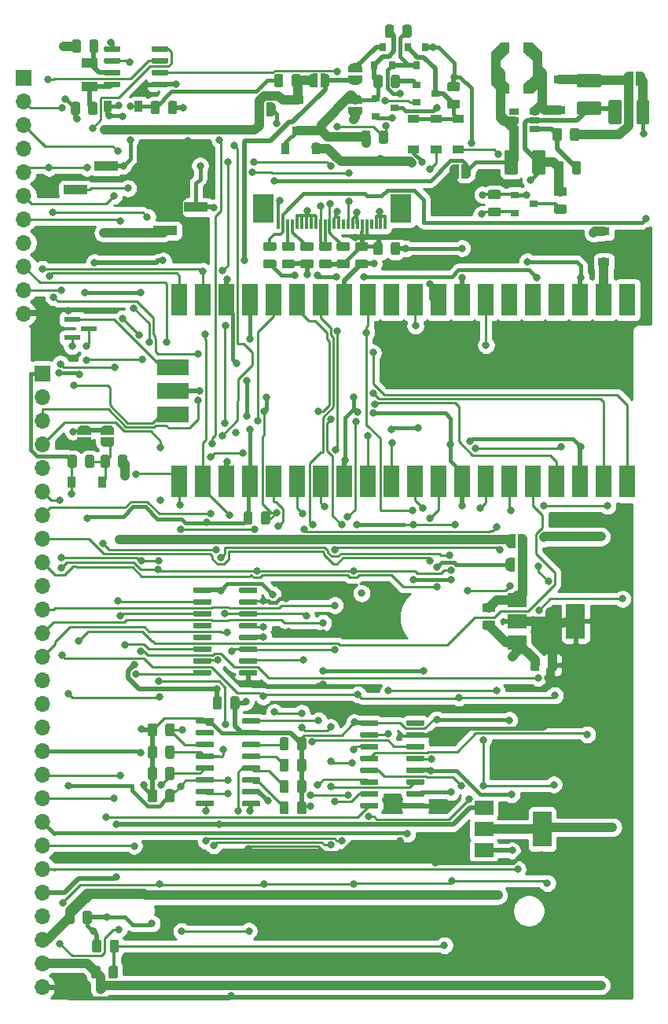
<source format=gbr>
G04 #@! TF.GenerationSoftware,KiCad,Pcbnew,5.1.5+dfsg1-2build2*
G04 #@! TF.CreationDate,2021-11-13T09:19:55+00:00*
G04 #@! TF.ProjectId,psion-org2-main,7073696f-6e2d-46f7-9267-322d6d61696e,rev?*
G04 #@! TF.SameCoordinates,Original*
G04 #@! TF.FileFunction,Copper,L2,Bot*
G04 #@! TF.FilePolarity,Positive*
%FSLAX46Y46*%
G04 Gerber Fmt 4.6, Leading zero omitted, Abs format (unit mm)*
G04 Created by KiCad (PCBNEW 5.1.5+dfsg1-2build2) date 2021-11-13 09:19:55*
%MOMM*%
%LPD*%
G04 APERTURE LIST*
%ADD10O,1.700000X1.700000*%
%ADD11R,1.700000X1.700000*%
%ADD12C,0.100000*%
%ADD13R,0.900000X1.200000*%
%ADD14R,1.200000X0.900000*%
%ADD15R,1.800000X1.000000*%
%ADD16R,0.900000X0.800000*%
%ADD17R,0.800000X0.900000*%
%ADD18R,2.000000X1.500000*%
%ADD19R,2.000000X3.800000*%
%ADD20R,2.510000X1.000000*%
%ADD21R,2.300000X3.100000*%
%ADD22R,0.300000X1.100000*%
%ADD23R,3.500000X1.700000*%
%ADD24R,1.700000X3.500000*%
%ADD25R,1.060000X0.650000*%
%ADD26R,1.750000X0.600000*%
%ADD27C,0.800000*%
%ADD28C,0.250000*%
%ADD29C,0.500000*%
%ADD30C,0.300000*%
%ADD31C,1.000000*%
%ADD32C,0.400000*%
%ADD33C,0.254000*%
G04 APERTURE END LIST*
D10*
X142100000Y-159900000D03*
X142100000Y-157360000D03*
X142100000Y-154820000D03*
X142100000Y-152280000D03*
X142100000Y-149740000D03*
X142100000Y-147200000D03*
X142100000Y-144660000D03*
X142100000Y-142120000D03*
X142100000Y-139580000D03*
X142100000Y-137040000D03*
X142100000Y-134500000D03*
X142100000Y-131960000D03*
X142100000Y-129420000D03*
X142100000Y-126880000D03*
X142100000Y-124340000D03*
X142100000Y-121800000D03*
X142100000Y-119260000D03*
X142100000Y-116720000D03*
X142100000Y-114180000D03*
X142100000Y-111640000D03*
X142100000Y-109100000D03*
X142100000Y-106560000D03*
X142100000Y-104020000D03*
X142100000Y-101480000D03*
X142100000Y-98940000D03*
X142100000Y-96400000D03*
D11*
X142100000Y-93860000D03*
G04 #@! TA.AperFunction,SMDPad,CuDef*
D12*
G36*
X176549398Y-65650000D02*
G01*
X176549398Y-65674534D01*
X176544588Y-65723365D01*
X176535016Y-65771490D01*
X176520772Y-65818445D01*
X176501995Y-65863778D01*
X176478864Y-65907051D01*
X176451604Y-65947850D01*
X176420476Y-65985779D01*
X176385779Y-66020476D01*
X176347850Y-66051604D01*
X176307051Y-66078864D01*
X176263778Y-66101995D01*
X176218445Y-66120772D01*
X176171490Y-66135016D01*
X176123365Y-66144588D01*
X176074534Y-66149398D01*
X176050000Y-66149398D01*
X176050000Y-66150000D01*
X175550000Y-66150000D01*
X175550000Y-66149398D01*
X175525466Y-66149398D01*
X175476635Y-66144588D01*
X175428510Y-66135016D01*
X175381555Y-66120772D01*
X175336222Y-66101995D01*
X175292949Y-66078864D01*
X175252150Y-66051604D01*
X175214221Y-66020476D01*
X175179524Y-65985779D01*
X175148396Y-65947850D01*
X175121136Y-65907051D01*
X175098005Y-65863778D01*
X175079228Y-65818445D01*
X175064984Y-65771490D01*
X175055412Y-65723365D01*
X175050602Y-65674534D01*
X175050602Y-65650000D01*
X175050000Y-65650000D01*
X175050000Y-65150000D01*
X176550000Y-65150000D01*
X176550000Y-65650000D01*
X176549398Y-65650000D01*
G37*
G04 #@! TD.AperFunction*
G04 #@! TA.AperFunction,SMDPad,CuDef*
G36*
X175050000Y-64850000D02*
G01*
X175050000Y-64350000D01*
X175050602Y-64350000D01*
X175050602Y-64325466D01*
X175055412Y-64276635D01*
X175064984Y-64228510D01*
X175079228Y-64181555D01*
X175098005Y-64136222D01*
X175121136Y-64092949D01*
X175148396Y-64052150D01*
X175179524Y-64014221D01*
X175214221Y-63979524D01*
X175252150Y-63948396D01*
X175292949Y-63921136D01*
X175336222Y-63898005D01*
X175381555Y-63879228D01*
X175428510Y-63864984D01*
X175476635Y-63855412D01*
X175525466Y-63850602D01*
X175550000Y-63850602D01*
X175550000Y-63850000D01*
X176050000Y-63850000D01*
X176050000Y-63850602D01*
X176074534Y-63850602D01*
X176123365Y-63855412D01*
X176171490Y-63864984D01*
X176218445Y-63879228D01*
X176263778Y-63898005D01*
X176307051Y-63921136D01*
X176347850Y-63948396D01*
X176385779Y-63979524D01*
X176420476Y-64014221D01*
X176451604Y-64052150D01*
X176478864Y-64092949D01*
X176501995Y-64136222D01*
X176520772Y-64181555D01*
X176535016Y-64228510D01*
X176544588Y-64276635D01*
X176549398Y-64325466D01*
X176549398Y-64350000D01*
X176550000Y-64350000D01*
X176550000Y-64850000D01*
X175050000Y-64850000D01*
G37*
G04 #@! TD.AperFunction*
D13*
X171600000Y-69650000D03*
X168300000Y-69650000D03*
D14*
X169600000Y-64400000D03*
X169600000Y-67700000D03*
D10*
X140100000Y-87400000D03*
X140100000Y-84860000D03*
X140100000Y-82320000D03*
X140100000Y-79780000D03*
X140100000Y-77240000D03*
X140100000Y-74700000D03*
X140100000Y-72160000D03*
X140100000Y-69620000D03*
X140100000Y-67080000D03*
X140100000Y-64540000D03*
D11*
X140100000Y-62000000D03*
D15*
X147200000Y-60450000D03*
X147200000Y-62950000D03*
G04 #@! TA.AperFunction,SMDPad,CuDef*
D12*
G36*
X155514703Y-62405722D02*
G01*
X155529264Y-62407882D01*
X155543543Y-62411459D01*
X155557403Y-62416418D01*
X155570710Y-62422712D01*
X155583336Y-62430280D01*
X155595159Y-62439048D01*
X155606066Y-62448934D01*
X155615952Y-62459841D01*
X155624720Y-62471664D01*
X155632288Y-62484290D01*
X155638582Y-62497597D01*
X155643541Y-62511457D01*
X155647118Y-62525736D01*
X155649278Y-62540297D01*
X155650000Y-62555000D01*
X155650000Y-62855000D01*
X155649278Y-62869703D01*
X155647118Y-62884264D01*
X155643541Y-62898543D01*
X155638582Y-62912403D01*
X155632288Y-62925710D01*
X155624720Y-62938336D01*
X155615952Y-62950159D01*
X155606066Y-62961066D01*
X155595159Y-62970952D01*
X155583336Y-62979720D01*
X155570710Y-62987288D01*
X155557403Y-62993582D01*
X155543543Y-62998541D01*
X155529264Y-63002118D01*
X155514703Y-63004278D01*
X155500000Y-63005000D01*
X154050000Y-63005000D01*
X154035297Y-63004278D01*
X154020736Y-63002118D01*
X154006457Y-62998541D01*
X153992597Y-62993582D01*
X153979290Y-62987288D01*
X153966664Y-62979720D01*
X153954841Y-62970952D01*
X153943934Y-62961066D01*
X153934048Y-62950159D01*
X153925280Y-62938336D01*
X153917712Y-62925710D01*
X153911418Y-62912403D01*
X153906459Y-62898543D01*
X153902882Y-62884264D01*
X153900722Y-62869703D01*
X153900000Y-62855000D01*
X153900000Y-62555000D01*
X153900722Y-62540297D01*
X153902882Y-62525736D01*
X153906459Y-62511457D01*
X153911418Y-62497597D01*
X153917712Y-62484290D01*
X153925280Y-62471664D01*
X153934048Y-62459841D01*
X153943934Y-62448934D01*
X153954841Y-62439048D01*
X153966664Y-62430280D01*
X153979290Y-62422712D01*
X153992597Y-62416418D01*
X154006457Y-62411459D01*
X154020736Y-62407882D01*
X154035297Y-62405722D01*
X154050000Y-62405000D01*
X155500000Y-62405000D01*
X155514703Y-62405722D01*
G37*
G04 #@! TD.AperFunction*
G04 #@! TA.AperFunction,SMDPad,CuDef*
G36*
X155514703Y-61135722D02*
G01*
X155529264Y-61137882D01*
X155543543Y-61141459D01*
X155557403Y-61146418D01*
X155570710Y-61152712D01*
X155583336Y-61160280D01*
X155595159Y-61169048D01*
X155606066Y-61178934D01*
X155615952Y-61189841D01*
X155624720Y-61201664D01*
X155632288Y-61214290D01*
X155638582Y-61227597D01*
X155643541Y-61241457D01*
X155647118Y-61255736D01*
X155649278Y-61270297D01*
X155650000Y-61285000D01*
X155650000Y-61585000D01*
X155649278Y-61599703D01*
X155647118Y-61614264D01*
X155643541Y-61628543D01*
X155638582Y-61642403D01*
X155632288Y-61655710D01*
X155624720Y-61668336D01*
X155615952Y-61680159D01*
X155606066Y-61691066D01*
X155595159Y-61700952D01*
X155583336Y-61709720D01*
X155570710Y-61717288D01*
X155557403Y-61723582D01*
X155543543Y-61728541D01*
X155529264Y-61732118D01*
X155514703Y-61734278D01*
X155500000Y-61735000D01*
X154050000Y-61735000D01*
X154035297Y-61734278D01*
X154020736Y-61732118D01*
X154006457Y-61728541D01*
X153992597Y-61723582D01*
X153979290Y-61717288D01*
X153966664Y-61709720D01*
X153954841Y-61700952D01*
X153943934Y-61691066D01*
X153934048Y-61680159D01*
X153925280Y-61668336D01*
X153917712Y-61655710D01*
X153911418Y-61642403D01*
X153906459Y-61628543D01*
X153902882Y-61614264D01*
X153900722Y-61599703D01*
X153900000Y-61585000D01*
X153900000Y-61285000D01*
X153900722Y-61270297D01*
X153902882Y-61255736D01*
X153906459Y-61241457D01*
X153911418Y-61227597D01*
X153917712Y-61214290D01*
X153925280Y-61201664D01*
X153934048Y-61189841D01*
X153943934Y-61178934D01*
X153954841Y-61169048D01*
X153966664Y-61160280D01*
X153979290Y-61152712D01*
X153992597Y-61146418D01*
X154006457Y-61141459D01*
X154020736Y-61137882D01*
X154035297Y-61135722D01*
X154050000Y-61135000D01*
X155500000Y-61135000D01*
X155514703Y-61135722D01*
G37*
G04 #@! TD.AperFunction*
G04 #@! TA.AperFunction,SMDPad,CuDef*
G36*
X155514703Y-59865722D02*
G01*
X155529264Y-59867882D01*
X155543543Y-59871459D01*
X155557403Y-59876418D01*
X155570710Y-59882712D01*
X155583336Y-59890280D01*
X155595159Y-59899048D01*
X155606066Y-59908934D01*
X155615952Y-59919841D01*
X155624720Y-59931664D01*
X155632288Y-59944290D01*
X155638582Y-59957597D01*
X155643541Y-59971457D01*
X155647118Y-59985736D01*
X155649278Y-60000297D01*
X155650000Y-60015000D01*
X155650000Y-60315000D01*
X155649278Y-60329703D01*
X155647118Y-60344264D01*
X155643541Y-60358543D01*
X155638582Y-60372403D01*
X155632288Y-60385710D01*
X155624720Y-60398336D01*
X155615952Y-60410159D01*
X155606066Y-60421066D01*
X155595159Y-60430952D01*
X155583336Y-60439720D01*
X155570710Y-60447288D01*
X155557403Y-60453582D01*
X155543543Y-60458541D01*
X155529264Y-60462118D01*
X155514703Y-60464278D01*
X155500000Y-60465000D01*
X154050000Y-60465000D01*
X154035297Y-60464278D01*
X154020736Y-60462118D01*
X154006457Y-60458541D01*
X153992597Y-60453582D01*
X153979290Y-60447288D01*
X153966664Y-60439720D01*
X153954841Y-60430952D01*
X153943934Y-60421066D01*
X153934048Y-60410159D01*
X153925280Y-60398336D01*
X153917712Y-60385710D01*
X153911418Y-60372403D01*
X153906459Y-60358543D01*
X153902882Y-60344264D01*
X153900722Y-60329703D01*
X153900000Y-60315000D01*
X153900000Y-60015000D01*
X153900722Y-60000297D01*
X153902882Y-59985736D01*
X153906459Y-59971457D01*
X153911418Y-59957597D01*
X153917712Y-59944290D01*
X153925280Y-59931664D01*
X153934048Y-59919841D01*
X153943934Y-59908934D01*
X153954841Y-59899048D01*
X153966664Y-59890280D01*
X153979290Y-59882712D01*
X153992597Y-59876418D01*
X154006457Y-59871459D01*
X154020736Y-59867882D01*
X154035297Y-59865722D01*
X154050000Y-59865000D01*
X155500000Y-59865000D01*
X155514703Y-59865722D01*
G37*
G04 #@! TD.AperFunction*
G04 #@! TA.AperFunction,SMDPad,CuDef*
G36*
X155514703Y-58595722D02*
G01*
X155529264Y-58597882D01*
X155543543Y-58601459D01*
X155557403Y-58606418D01*
X155570710Y-58612712D01*
X155583336Y-58620280D01*
X155595159Y-58629048D01*
X155606066Y-58638934D01*
X155615952Y-58649841D01*
X155624720Y-58661664D01*
X155632288Y-58674290D01*
X155638582Y-58687597D01*
X155643541Y-58701457D01*
X155647118Y-58715736D01*
X155649278Y-58730297D01*
X155650000Y-58745000D01*
X155650000Y-59045000D01*
X155649278Y-59059703D01*
X155647118Y-59074264D01*
X155643541Y-59088543D01*
X155638582Y-59102403D01*
X155632288Y-59115710D01*
X155624720Y-59128336D01*
X155615952Y-59140159D01*
X155606066Y-59151066D01*
X155595159Y-59160952D01*
X155583336Y-59169720D01*
X155570710Y-59177288D01*
X155557403Y-59183582D01*
X155543543Y-59188541D01*
X155529264Y-59192118D01*
X155514703Y-59194278D01*
X155500000Y-59195000D01*
X154050000Y-59195000D01*
X154035297Y-59194278D01*
X154020736Y-59192118D01*
X154006457Y-59188541D01*
X153992597Y-59183582D01*
X153979290Y-59177288D01*
X153966664Y-59169720D01*
X153954841Y-59160952D01*
X153943934Y-59151066D01*
X153934048Y-59140159D01*
X153925280Y-59128336D01*
X153917712Y-59115710D01*
X153911418Y-59102403D01*
X153906459Y-59088543D01*
X153902882Y-59074264D01*
X153900722Y-59059703D01*
X153900000Y-59045000D01*
X153900000Y-58745000D01*
X153900722Y-58730297D01*
X153902882Y-58715736D01*
X153906459Y-58701457D01*
X153911418Y-58687597D01*
X153917712Y-58674290D01*
X153925280Y-58661664D01*
X153934048Y-58649841D01*
X153943934Y-58638934D01*
X153954841Y-58629048D01*
X153966664Y-58620280D01*
X153979290Y-58612712D01*
X153992597Y-58606418D01*
X154006457Y-58601459D01*
X154020736Y-58597882D01*
X154035297Y-58595722D01*
X154050000Y-58595000D01*
X155500000Y-58595000D01*
X155514703Y-58595722D01*
G37*
G04 #@! TD.AperFunction*
G04 #@! TA.AperFunction,SMDPad,CuDef*
G36*
X150364703Y-58595722D02*
G01*
X150379264Y-58597882D01*
X150393543Y-58601459D01*
X150407403Y-58606418D01*
X150420710Y-58612712D01*
X150433336Y-58620280D01*
X150445159Y-58629048D01*
X150456066Y-58638934D01*
X150465952Y-58649841D01*
X150474720Y-58661664D01*
X150482288Y-58674290D01*
X150488582Y-58687597D01*
X150493541Y-58701457D01*
X150497118Y-58715736D01*
X150499278Y-58730297D01*
X150500000Y-58745000D01*
X150500000Y-59045000D01*
X150499278Y-59059703D01*
X150497118Y-59074264D01*
X150493541Y-59088543D01*
X150488582Y-59102403D01*
X150482288Y-59115710D01*
X150474720Y-59128336D01*
X150465952Y-59140159D01*
X150456066Y-59151066D01*
X150445159Y-59160952D01*
X150433336Y-59169720D01*
X150420710Y-59177288D01*
X150407403Y-59183582D01*
X150393543Y-59188541D01*
X150379264Y-59192118D01*
X150364703Y-59194278D01*
X150350000Y-59195000D01*
X148900000Y-59195000D01*
X148885297Y-59194278D01*
X148870736Y-59192118D01*
X148856457Y-59188541D01*
X148842597Y-59183582D01*
X148829290Y-59177288D01*
X148816664Y-59169720D01*
X148804841Y-59160952D01*
X148793934Y-59151066D01*
X148784048Y-59140159D01*
X148775280Y-59128336D01*
X148767712Y-59115710D01*
X148761418Y-59102403D01*
X148756459Y-59088543D01*
X148752882Y-59074264D01*
X148750722Y-59059703D01*
X148750000Y-59045000D01*
X148750000Y-58745000D01*
X148750722Y-58730297D01*
X148752882Y-58715736D01*
X148756459Y-58701457D01*
X148761418Y-58687597D01*
X148767712Y-58674290D01*
X148775280Y-58661664D01*
X148784048Y-58649841D01*
X148793934Y-58638934D01*
X148804841Y-58629048D01*
X148816664Y-58620280D01*
X148829290Y-58612712D01*
X148842597Y-58606418D01*
X148856457Y-58601459D01*
X148870736Y-58597882D01*
X148885297Y-58595722D01*
X148900000Y-58595000D01*
X150350000Y-58595000D01*
X150364703Y-58595722D01*
G37*
G04 #@! TD.AperFunction*
G04 #@! TA.AperFunction,SMDPad,CuDef*
G36*
X150364703Y-59865722D02*
G01*
X150379264Y-59867882D01*
X150393543Y-59871459D01*
X150407403Y-59876418D01*
X150420710Y-59882712D01*
X150433336Y-59890280D01*
X150445159Y-59899048D01*
X150456066Y-59908934D01*
X150465952Y-59919841D01*
X150474720Y-59931664D01*
X150482288Y-59944290D01*
X150488582Y-59957597D01*
X150493541Y-59971457D01*
X150497118Y-59985736D01*
X150499278Y-60000297D01*
X150500000Y-60015000D01*
X150500000Y-60315000D01*
X150499278Y-60329703D01*
X150497118Y-60344264D01*
X150493541Y-60358543D01*
X150488582Y-60372403D01*
X150482288Y-60385710D01*
X150474720Y-60398336D01*
X150465952Y-60410159D01*
X150456066Y-60421066D01*
X150445159Y-60430952D01*
X150433336Y-60439720D01*
X150420710Y-60447288D01*
X150407403Y-60453582D01*
X150393543Y-60458541D01*
X150379264Y-60462118D01*
X150364703Y-60464278D01*
X150350000Y-60465000D01*
X148900000Y-60465000D01*
X148885297Y-60464278D01*
X148870736Y-60462118D01*
X148856457Y-60458541D01*
X148842597Y-60453582D01*
X148829290Y-60447288D01*
X148816664Y-60439720D01*
X148804841Y-60430952D01*
X148793934Y-60421066D01*
X148784048Y-60410159D01*
X148775280Y-60398336D01*
X148767712Y-60385710D01*
X148761418Y-60372403D01*
X148756459Y-60358543D01*
X148752882Y-60344264D01*
X148750722Y-60329703D01*
X148750000Y-60315000D01*
X148750000Y-60015000D01*
X148750722Y-60000297D01*
X148752882Y-59985736D01*
X148756459Y-59971457D01*
X148761418Y-59957597D01*
X148767712Y-59944290D01*
X148775280Y-59931664D01*
X148784048Y-59919841D01*
X148793934Y-59908934D01*
X148804841Y-59899048D01*
X148816664Y-59890280D01*
X148829290Y-59882712D01*
X148842597Y-59876418D01*
X148856457Y-59871459D01*
X148870736Y-59867882D01*
X148885297Y-59865722D01*
X148900000Y-59865000D01*
X150350000Y-59865000D01*
X150364703Y-59865722D01*
G37*
G04 #@! TD.AperFunction*
G04 #@! TA.AperFunction,SMDPad,CuDef*
G36*
X150364703Y-61135722D02*
G01*
X150379264Y-61137882D01*
X150393543Y-61141459D01*
X150407403Y-61146418D01*
X150420710Y-61152712D01*
X150433336Y-61160280D01*
X150445159Y-61169048D01*
X150456066Y-61178934D01*
X150465952Y-61189841D01*
X150474720Y-61201664D01*
X150482288Y-61214290D01*
X150488582Y-61227597D01*
X150493541Y-61241457D01*
X150497118Y-61255736D01*
X150499278Y-61270297D01*
X150500000Y-61285000D01*
X150500000Y-61585000D01*
X150499278Y-61599703D01*
X150497118Y-61614264D01*
X150493541Y-61628543D01*
X150488582Y-61642403D01*
X150482288Y-61655710D01*
X150474720Y-61668336D01*
X150465952Y-61680159D01*
X150456066Y-61691066D01*
X150445159Y-61700952D01*
X150433336Y-61709720D01*
X150420710Y-61717288D01*
X150407403Y-61723582D01*
X150393543Y-61728541D01*
X150379264Y-61732118D01*
X150364703Y-61734278D01*
X150350000Y-61735000D01*
X148900000Y-61735000D01*
X148885297Y-61734278D01*
X148870736Y-61732118D01*
X148856457Y-61728541D01*
X148842597Y-61723582D01*
X148829290Y-61717288D01*
X148816664Y-61709720D01*
X148804841Y-61700952D01*
X148793934Y-61691066D01*
X148784048Y-61680159D01*
X148775280Y-61668336D01*
X148767712Y-61655710D01*
X148761418Y-61642403D01*
X148756459Y-61628543D01*
X148752882Y-61614264D01*
X148750722Y-61599703D01*
X148750000Y-61585000D01*
X148750000Y-61285000D01*
X148750722Y-61270297D01*
X148752882Y-61255736D01*
X148756459Y-61241457D01*
X148761418Y-61227597D01*
X148767712Y-61214290D01*
X148775280Y-61201664D01*
X148784048Y-61189841D01*
X148793934Y-61178934D01*
X148804841Y-61169048D01*
X148816664Y-61160280D01*
X148829290Y-61152712D01*
X148842597Y-61146418D01*
X148856457Y-61141459D01*
X148870736Y-61137882D01*
X148885297Y-61135722D01*
X148900000Y-61135000D01*
X150350000Y-61135000D01*
X150364703Y-61135722D01*
G37*
G04 #@! TD.AperFunction*
G04 #@! TA.AperFunction,SMDPad,CuDef*
G36*
X150364703Y-62405722D02*
G01*
X150379264Y-62407882D01*
X150393543Y-62411459D01*
X150407403Y-62416418D01*
X150420710Y-62422712D01*
X150433336Y-62430280D01*
X150445159Y-62439048D01*
X150456066Y-62448934D01*
X150465952Y-62459841D01*
X150474720Y-62471664D01*
X150482288Y-62484290D01*
X150488582Y-62497597D01*
X150493541Y-62511457D01*
X150497118Y-62525736D01*
X150499278Y-62540297D01*
X150500000Y-62555000D01*
X150500000Y-62855000D01*
X150499278Y-62869703D01*
X150497118Y-62884264D01*
X150493541Y-62898543D01*
X150488582Y-62912403D01*
X150482288Y-62925710D01*
X150474720Y-62938336D01*
X150465952Y-62950159D01*
X150456066Y-62961066D01*
X150445159Y-62970952D01*
X150433336Y-62979720D01*
X150420710Y-62987288D01*
X150407403Y-62993582D01*
X150393543Y-62998541D01*
X150379264Y-63002118D01*
X150364703Y-63004278D01*
X150350000Y-63005000D01*
X148900000Y-63005000D01*
X148885297Y-63004278D01*
X148870736Y-63002118D01*
X148856457Y-62998541D01*
X148842597Y-62993582D01*
X148829290Y-62987288D01*
X148816664Y-62979720D01*
X148804841Y-62970952D01*
X148793934Y-62961066D01*
X148784048Y-62950159D01*
X148775280Y-62938336D01*
X148767712Y-62925710D01*
X148761418Y-62912403D01*
X148756459Y-62898543D01*
X148752882Y-62884264D01*
X148750722Y-62869703D01*
X148750000Y-62855000D01*
X148750000Y-62555000D01*
X148750722Y-62540297D01*
X148752882Y-62525736D01*
X148756459Y-62511457D01*
X148761418Y-62497597D01*
X148767712Y-62484290D01*
X148775280Y-62471664D01*
X148784048Y-62459841D01*
X148793934Y-62448934D01*
X148804841Y-62439048D01*
X148816664Y-62430280D01*
X148829290Y-62422712D01*
X148842597Y-62416418D01*
X148856457Y-62411459D01*
X148870736Y-62407882D01*
X148885297Y-62405722D01*
X148900000Y-62405000D01*
X150350000Y-62405000D01*
X150364703Y-62405722D01*
G37*
G04 #@! TD.AperFunction*
G04 #@! TA.AperFunction,SMDPad,CuDef*
G36*
X156405142Y-64501174D02*
G01*
X156428803Y-64504684D01*
X156452007Y-64510496D01*
X156474529Y-64518554D01*
X156496153Y-64528782D01*
X156516670Y-64541079D01*
X156535883Y-64555329D01*
X156553607Y-64571393D01*
X156569671Y-64589117D01*
X156583921Y-64608330D01*
X156596218Y-64628847D01*
X156606446Y-64650471D01*
X156614504Y-64672993D01*
X156620316Y-64696197D01*
X156623826Y-64719858D01*
X156625000Y-64743750D01*
X156625000Y-65656250D01*
X156623826Y-65680142D01*
X156620316Y-65703803D01*
X156614504Y-65727007D01*
X156606446Y-65749529D01*
X156596218Y-65771153D01*
X156583921Y-65791670D01*
X156569671Y-65810883D01*
X156553607Y-65828607D01*
X156535883Y-65844671D01*
X156516670Y-65858921D01*
X156496153Y-65871218D01*
X156474529Y-65881446D01*
X156452007Y-65889504D01*
X156428803Y-65895316D01*
X156405142Y-65898826D01*
X156381250Y-65900000D01*
X155893750Y-65900000D01*
X155869858Y-65898826D01*
X155846197Y-65895316D01*
X155822993Y-65889504D01*
X155800471Y-65881446D01*
X155778847Y-65871218D01*
X155758330Y-65858921D01*
X155739117Y-65844671D01*
X155721393Y-65828607D01*
X155705329Y-65810883D01*
X155691079Y-65791670D01*
X155678782Y-65771153D01*
X155668554Y-65749529D01*
X155660496Y-65727007D01*
X155654684Y-65703803D01*
X155651174Y-65680142D01*
X155650000Y-65656250D01*
X155650000Y-64743750D01*
X155651174Y-64719858D01*
X155654684Y-64696197D01*
X155660496Y-64672993D01*
X155668554Y-64650471D01*
X155678782Y-64628847D01*
X155691079Y-64608330D01*
X155705329Y-64589117D01*
X155721393Y-64571393D01*
X155739117Y-64555329D01*
X155758330Y-64541079D01*
X155778847Y-64528782D01*
X155800471Y-64518554D01*
X155822993Y-64510496D01*
X155846197Y-64504684D01*
X155869858Y-64501174D01*
X155893750Y-64500000D01*
X156381250Y-64500000D01*
X156405142Y-64501174D01*
G37*
G04 #@! TD.AperFunction*
G04 #@! TA.AperFunction,SMDPad,CuDef*
G36*
X154530142Y-64501174D02*
G01*
X154553803Y-64504684D01*
X154577007Y-64510496D01*
X154599529Y-64518554D01*
X154621153Y-64528782D01*
X154641670Y-64541079D01*
X154660883Y-64555329D01*
X154678607Y-64571393D01*
X154694671Y-64589117D01*
X154708921Y-64608330D01*
X154721218Y-64628847D01*
X154731446Y-64650471D01*
X154739504Y-64672993D01*
X154745316Y-64696197D01*
X154748826Y-64719858D01*
X154750000Y-64743750D01*
X154750000Y-65656250D01*
X154748826Y-65680142D01*
X154745316Y-65703803D01*
X154739504Y-65727007D01*
X154731446Y-65749529D01*
X154721218Y-65771153D01*
X154708921Y-65791670D01*
X154694671Y-65810883D01*
X154678607Y-65828607D01*
X154660883Y-65844671D01*
X154641670Y-65858921D01*
X154621153Y-65871218D01*
X154599529Y-65881446D01*
X154577007Y-65889504D01*
X154553803Y-65895316D01*
X154530142Y-65898826D01*
X154506250Y-65900000D01*
X154018750Y-65900000D01*
X153994858Y-65898826D01*
X153971197Y-65895316D01*
X153947993Y-65889504D01*
X153925471Y-65881446D01*
X153903847Y-65871218D01*
X153883330Y-65858921D01*
X153864117Y-65844671D01*
X153846393Y-65828607D01*
X153830329Y-65810883D01*
X153816079Y-65791670D01*
X153803782Y-65771153D01*
X153793554Y-65749529D01*
X153785496Y-65727007D01*
X153779684Y-65703803D01*
X153776174Y-65680142D01*
X153775000Y-65656250D01*
X153775000Y-64743750D01*
X153776174Y-64719858D01*
X153779684Y-64696197D01*
X153785496Y-64672993D01*
X153793554Y-64650471D01*
X153803782Y-64628847D01*
X153816079Y-64608330D01*
X153830329Y-64589117D01*
X153846393Y-64571393D01*
X153864117Y-64555329D01*
X153883330Y-64541079D01*
X153903847Y-64528782D01*
X153925471Y-64518554D01*
X153947993Y-64510496D01*
X153971197Y-64504684D01*
X153994858Y-64501174D01*
X154018750Y-64500000D01*
X154506250Y-64500000D01*
X154530142Y-64501174D01*
G37*
G04 #@! TD.AperFunction*
G04 #@! TA.AperFunction,SMDPad,CuDef*
G36*
X167830142Y-61601174D02*
G01*
X167853803Y-61604684D01*
X167877007Y-61610496D01*
X167899529Y-61618554D01*
X167921153Y-61628782D01*
X167941670Y-61641079D01*
X167960883Y-61655329D01*
X167978607Y-61671393D01*
X167994671Y-61689117D01*
X168008921Y-61708330D01*
X168021218Y-61728847D01*
X168031446Y-61750471D01*
X168039504Y-61772993D01*
X168045316Y-61796197D01*
X168048826Y-61819858D01*
X168050000Y-61843750D01*
X168050000Y-62756250D01*
X168048826Y-62780142D01*
X168045316Y-62803803D01*
X168039504Y-62827007D01*
X168031446Y-62849529D01*
X168021218Y-62871153D01*
X168008921Y-62891670D01*
X167994671Y-62910883D01*
X167978607Y-62928607D01*
X167960883Y-62944671D01*
X167941670Y-62958921D01*
X167921153Y-62971218D01*
X167899529Y-62981446D01*
X167877007Y-62989504D01*
X167853803Y-62995316D01*
X167830142Y-62998826D01*
X167806250Y-63000000D01*
X167318750Y-63000000D01*
X167294858Y-62998826D01*
X167271197Y-62995316D01*
X167247993Y-62989504D01*
X167225471Y-62981446D01*
X167203847Y-62971218D01*
X167183330Y-62958921D01*
X167164117Y-62944671D01*
X167146393Y-62928607D01*
X167130329Y-62910883D01*
X167116079Y-62891670D01*
X167103782Y-62871153D01*
X167093554Y-62849529D01*
X167085496Y-62827007D01*
X167079684Y-62803803D01*
X167076174Y-62780142D01*
X167075000Y-62756250D01*
X167075000Y-61843750D01*
X167076174Y-61819858D01*
X167079684Y-61796197D01*
X167085496Y-61772993D01*
X167093554Y-61750471D01*
X167103782Y-61728847D01*
X167116079Y-61708330D01*
X167130329Y-61689117D01*
X167146393Y-61671393D01*
X167164117Y-61655329D01*
X167183330Y-61641079D01*
X167203847Y-61628782D01*
X167225471Y-61618554D01*
X167247993Y-61610496D01*
X167271197Y-61604684D01*
X167294858Y-61601174D01*
X167318750Y-61600000D01*
X167806250Y-61600000D01*
X167830142Y-61601174D01*
G37*
G04 #@! TD.AperFunction*
G04 #@! TA.AperFunction,SMDPad,CuDef*
G36*
X169705142Y-61601174D02*
G01*
X169728803Y-61604684D01*
X169752007Y-61610496D01*
X169774529Y-61618554D01*
X169796153Y-61628782D01*
X169816670Y-61641079D01*
X169835883Y-61655329D01*
X169853607Y-61671393D01*
X169869671Y-61689117D01*
X169883921Y-61708330D01*
X169896218Y-61728847D01*
X169906446Y-61750471D01*
X169914504Y-61772993D01*
X169920316Y-61796197D01*
X169923826Y-61819858D01*
X169925000Y-61843750D01*
X169925000Y-62756250D01*
X169923826Y-62780142D01*
X169920316Y-62803803D01*
X169914504Y-62827007D01*
X169906446Y-62849529D01*
X169896218Y-62871153D01*
X169883921Y-62891670D01*
X169869671Y-62910883D01*
X169853607Y-62928607D01*
X169835883Y-62944671D01*
X169816670Y-62958921D01*
X169796153Y-62971218D01*
X169774529Y-62981446D01*
X169752007Y-62989504D01*
X169728803Y-62995316D01*
X169705142Y-62998826D01*
X169681250Y-63000000D01*
X169193750Y-63000000D01*
X169169858Y-62998826D01*
X169146197Y-62995316D01*
X169122993Y-62989504D01*
X169100471Y-62981446D01*
X169078847Y-62971218D01*
X169058330Y-62958921D01*
X169039117Y-62944671D01*
X169021393Y-62928607D01*
X169005329Y-62910883D01*
X168991079Y-62891670D01*
X168978782Y-62871153D01*
X168968554Y-62849529D01*
X168960496Y-62827007D01*
X168954684Y-62803803D01*
X168951174Y-62780142D01*
X168950000Y-62756250D01*
X168950000Y-61843750D01*
X168951174Y-61819858D01*
X168954684Y-61796197D01*
X168960496Y-61772993D01*
X168968554Y-61750471D01*
X168978782Y-61728847D01*
X168991079Y-61708330D01*
X169005329Y-61689117D01*
X169021393Y-61671393D01*
X169039117Y-61655329D01*
X169058330Y-61641079D01*
X169078847Y-61628782D01*
X169100471Y-61618554D01*
X169122993Y-61610496D01*
X169146197Y-61604684D01*
X169169858Y-61601174D01*
X169193750Y-61600000D01*
X169681250Y-61600000D01*
X169705142Y-61601174D01*
G37*
G04 #@! TD.AperFunction*
G04 #@! TA.AperFunction,SMDPad,CuDef*
G36*
X180405142Y-61701174D02*
G01*
X180428803Y-61704684D01*
X180452007Y-61710496D01*
X180474529Y-61718554D01*
X180496153Y-61728782D01*
X180516670Y-61741079D01*
X180535883Y-61755329D01*
X180553607Y-61771393D01*
X180569671Y-61789117D01*
X180583921Y-61808330D01*
X180596218Y-61828847D01*
X180606446Y-61850471D01*
X180614504Y-61872993D01*
X180620316Y-61896197D01*
X180623826Y-61919858D01*
X180625000Y-61943750D01*
X180625000Y-62856250D01*
X180623826Y-62880142D01*
X180620316Y-62903803D01*
X180614504Y-62927007D01*
X180606446Y-62949529D01*
X180596218Y-62971153D01*
X180583921Y-62991670D01*
X180569671Y-63010883D01*
X180553607Y-63028607D01*
X180535883Y-63044671D01*
X180516670Y-63058921D01*
X180496153Y-63071218D01*
X180474529Y-63081446D01*
X180452007Y-63089504D01*
X180428803Y-63095316D01*
X180405142Y-63098826D01*
X180381250Y-63100000D01*
X179893750Y-63100000D01*
X179869858Y-63098826D01*
X179846197Y-63095316D01*
X179822993Y-63089504D01*
X179800471Y-63081446D01*
X179778847Y-63071218D01*
X179758330Y-63058921D01*
X179739117Y-63044671D01*
X179721393Y-63028607D01*
X179705329Y-63010883D01*
X179691079Y-62991670D01*
X179678782Y-62971153D01*
X179668554Y-62949529D01*
X179660496Y-62927007D01*
X179654684Y-62903803D01*
X179651174Y-62880142D01*
X179650000Y-62856250D01*
X179650000Y-61943750D01*
X179651174Y-61919858D01*
X179654684Y-61896197D01*
X179660496Y-61872993D01*
X179668554Y-61850471D01*
X179678782Y-61828847D01*
X179691079Y-61808330D01*
X179705329Y-61789117D01*
X179721393Y-61771393D01*
X179739117Y-61755329D01*
X179758330Y-61741079D01*
X179778847Y-61728782D01*
X179800471Y-61718554D01*
X179822993Y-61710496D01*
X179846197Y-61704684D01*
X179869858Y-61701174D01*
X179893750Y-61700000D01*
X180381250Y-61700000D01*
X180405142Y-61701174D01*
G37*
G04 #@! TD.AperFunction*
G04 #@! TA.AperFunction,SMDPad,CuDef*
G36*
X178530142Y-61701174D02*
G01*
X178553803Y-61704684D01*
X178577007Y-61710496D01*
X178599529Y-61718554D01*
X178621153Y-61728782D01*
X178641670Y-61741079D01*
X178660883Y-61755329D01*
X178678607Y-61771393D01*
X178694671Y-61789117D01*
X178708921Y-61808330D01*
X178721218Y-61828847D01*
X178731446Y-61850471D01*
X178739504Y-61872993D01*
X178745316Y-61896197D01*
X178748826Y-61919858D01*
X178750000Y-61943750D01*
X178750000Y-62856250D01*
X178748826Y-62880142D01*
X178745316Y-62903803D01*
X178739504Y-62927007D01*
X178731446Y-62949529D01*
X178721218Y-62971153D01*
X178708921Y-62991670D01*
X178694671Y-63010883D01*
X178678607Y-63028607D01*
X178660883Y-63044671D01*
X178641670Y-63058921D01*
X178621153Y-63071218D01*
X178599529Y-63081446D01*
X178577007Y-63089504D01*
X178553803Y-63095316D01*
X178530142Y-63098826D01*
X178506250Y-63100000D01*
X178018750Y-63100000D01*
X177994858Y-63098826D01*
X177971197Y-63095316D01*
X177947993Y-63089504D01*
X177925471Y-63081446D01*
X177903847Y-63071218D01*
X177883330Y-63058921D01*
X177864117Y-63044671D01*
X177846393Y-63028607D01*
X177830329Y-63010883D01*
X177816079Y-62991670D01*
X177803782Y-62971153D01*
X177793554Y-62949529D01*
X177785496Y-62927007D01*
X177779684Y-62903803D01*
X177776174Y-62880142D01*
X177775000Y-62856250D01*
X177775000Y-61943750D01*
X177776174Y-61919858D01*
X177779684Y-61896197D01*
X177785496Y-61872993D01*
X177793554Y-61850471D01*
X177803782Y-61828847D01*
X177816079Y-61808330D01*
X177830329Y-61789117D01*
X177846393Y-61771393D01*
X177864117Y-61755329D01*
X177883330Y-61741079D01*
X177903847Y-61728782D01*
X177925471Y-61718554D01*
X177947993Y-61710496D01*
X177971197Y-61704684D01*
X177994858Y-61701174D01*
X178018750Y-61700000D01*
X178506250Y-61700000D01*
X178530142Y-61701174D01*
G37*
G04 #@! TD.AperFunction*
G04 #@! TA.AperFunction,SMDPad,CuDef*
G36*
X179105142Y-67701174D02*
G01*
X179128803Y-67704684D01*
X179152007Y-67710496D01*
X179174529Y-67718554D01*
X179196153Y-67728782D01*
X179216670Y-67741079D01*
X179235883Y-67755329D01*
X179253607Y-67771393D01*
X179269671Y-67789117D01*
X179283921Y-67808330D01*
X179296218Y-67828847D01*
X179306446Y-67850471D01*
X179314504Y-67872993D01*
X179320316Y-67896197D01*
X179323826Y-67919858D01*
X179325000Y-67943750D01*
X179325000Y-68856250D01*
X179323826Y-68880142D01*
X179320316Y-68903803D01*
X179314504Y-68927007D01*
X179306446Y-68949529D01*
X179296218Y-68971153D01*
X179283921Y-68991670D01*
X179269671Y-69010883D01*
X179253607Y-69028607D01*
X179235883Y-69044671D01*
X179216670Y-69058921D01*
X179196153Y-69071218D01*
X179174529Y-69081446D01*
X179152007Y-69089504D01*
X179128803Y-69095316D01*
X179105142Y-69098826D01*
X179081250Y-69100000D01*
X178593750Y-69100000D01*
X178569858Y-69098826D01*
X178546197Y-69095316D01*
X178522993Y-69089504D01*
X178500471Y-69081446D01*
X178478847Y-69071218D01*
X178458330Y-69058921D01*
X178439117Y-69044671D01*
X178421393Y-69028607D01*
X178405329Y-69010883D01*
X178391079Y-68991670D01*
X178378782Y-68971153D01*
X178368554Y-68949529D01*
X178360496Y-68927007D01*
X178354684Y-68903803D01*
X178351174Y-68880142D01*
X178350000Y-68856250D01*
X178350000Y-67943750D01*
X178351174Y-67919858D01*
X178354684Y-67896197D01*
X178360496Y-67872993D01*
X178368554Y-67850471D01*
X178378782Y-67828847D01*
X178391079Y-67808330D01*
X178405329Y-67789117D01*
X178421393Y-67771393D01*
X178439117Y-67755329D01*
X178458330Y-67741079D01*
X178478847Y-67728782D01*
X178500471Y-67718554D01*
X178522993Y-67710496D01*
X178546197Y-67704684D01*
X178569858Y-67701174D01*
X178593750Y-67700000D01*
X179081250Y-67700000D01*
X179105142Y-67701174D01*
G37*
G04 #@! TD.AperFunction*
G04 #@! TA.AperFunction,SMDPad,CuDef*
G36*
X177230142Y-67701174D02*
G01*
X177253803Y-67704684D01*
X177277007Y-67710496D01*
X177299529Y-67718554D01*
X177321153Y-67728782D01*
X177341670Y-67741079D01*
X177360883Y-67755329D01*
X177378607Y-67771393D01*
X177394671Y-67789117D01*
X177408921Y-67808330D01*
X177421218Y-67828847D01*
X177431446Y-67850471D01*
X177439504Y-67872993D01*
X177445316Y-67896197D01*
X177448826Y-67919858D01*
X177450000Y-67943750D01*
X177450000Y-68856250D01*
X177448826Y-68880142D01*
X177445316Y-68903803D01*
X177439504Y-68927007D01*
X177431446Y-68949529D01*
X177421218Y-68971153D01*
X177408921Y-68991670D01*
X177394671Y-69010883D01*
X177378607Y-69028607D01*
X177360883Y-69044671D01*
X177341670Y-69058921D01*
X177321153Y-69071218D01*
X177299529Y-69081446D01*
X177277007Y-69089504D01*
X177253803Y-69095316D01*
X177230142Y-69098826D01*
X177206250Y-69100000D01*
X176718750Y-69100000D01*
X176694858Y-69098826D01*
X176671197Y-69095316D01*
X176647993Y-69089504D01*
X176625471Y-69081446D01*
X176603847Y-69071218D01*
X176583330Y-69058921D01*
X176564117Y-69044671D01*
X176546393Y-69028607D01*
X176530329Y-69010883D01*
X176516079Y-68991670D01*
X176503782Y-68971153D01*
X176493554Y-68949529D01*
X176485496Y-68927007D01*
X176479684Y-68903803D01*
X176476174Y-68880142D01*
X176475000Y-68856250D01*
X176475000Y-67943750D01*
X176476174Y-67919858D01*
X176479684Y-67896197D01*
X176485496Y-67872993D01*
X176493554Y-67850471D01*
X176503782Y-67828847D01*
X176516079Y-67808330D01*
X176530329Y-67789117D01*
X176546393Y-67771393D01*
X176564117Y-67755329D01*
X176583330Y-67741079D01*
X176603847Y-67728782D01*
X176625471Y-67718554D01*
X176647993Y-67710496D01*
X176671197Y-67704684D01*
X176694858Y-67701174D01*
X176718750Y-67700000D01*
X177206250Y-67700000D01*
X177230142Y-67701174D01*
G37*
G04 #@! TD.AperFunction*
D16*
X180000000Y-65200000D03*
X178000000Y-64250000D03*
X178000000Y-66150000D03*
D13*
X149150000Y-65100000D03*
X152450000Y-65100000D03*
G04 #@! TA.AperFunction,SMDPad,CuDef*
D12*
G36*
X145930142Y-64601174D02*
G01*
X145953803Y-64604684D01*
X145977007Y-64610496D01*
X145999529Y-64618554D01*
X146021153Y-64628782D01*
X146041670Y-64641079D01*
X146060883Y-64655329D01*
X146078607Y-64671393D01*
X146094671Y-64689117D01*
X146108921Y-64708330D01*
X146121218Y-64728847D01*
X146131446Y-64750471D01*
X146139504Y-64772993D01*
X146145316Y-64796197D01*
X146148826Y-64819858D01*
X146150000Y-64843750D01*
X146150000Y-65756250D01*
X146148826Y-65780142D01*
X146145316Y-65803803D01*
X146139504Y-65827007D01*
X146131446Y-65849529D01*
X146121218Y-65871153D01*
X146108921Y-65891670D01*
X146094671Y-65910883D01*
X146078607Y-65928607D01*
X146060883Y-65944671D01*
X146041670Y-65958921D01*
X146021153Y-65971218D01*
X145999529Y-65981446D01*
X145977007Y-65989504D01*
X145953803Y-65995316D01*
X145930142Y-65998826D01*
X145906250Y-66000000D01*
X145418750Y-66000000D01*
X145394858Y-65998826D01*
X145371197Y-65995316D01*
X145347993Y-65989504D01*
X145325471Y-65981446D01*
X145303847Y-65971218D01*
X145283330Y-65958921D01*
X145264117Y-65944671D01*
X145246393Y-65928607D01*
X145230329Y-65910883D01*
X145216079Y-65891670D01*
X145203782Y-65871153D01*
X145193554Y-65849529D01*
X145185496Y-65827007D01*
X145179684Y-65803803D01*
X145176174Y-65780142D01*
X145175000Y-65756250D01*
X145175000Y-64843750D01*
X145176174Y-64819858D01*
X145179684Y-64796197D01*
X145185496Y-64772993D01*
X145193554Y-64750471D01*
X145203782Y-64728847D01*
X145216079Y-64708330D01*
X145230329Y-64689117D01*
X145246393Y-64671393D01*
X145264117Y-64655329D01*
X145283330Y-64641079D01*
X145303847Y-64628782D01*
X145325471Y-64618554D01*
X145347993Y-64610496D01*
X145371197Y-64604684D01*
X145394858Y-64601174D01*
X145418750Y-64600000D01*
X145906250Y-64600000D01*
X145930142Y-64601174D01*
G37*
G04 #@! TD.AperFunction*
G04 #@! TA.AperFunction,SMDPad,CuDef*
G36*
X147805142Y-64601174D02*
G01*
X147828803Y-64604684D01*
X147852007Y-64610496D01*
X147874529Y-64618554D01*
X147896153Y-64628782D01*
X147916670Y-64641079D01*
X147935883Y-64655329D01*
X147953607Y-64671393D01*
X147969671Y-64689117D01*
X147983921Y-64708330D01*
X147996218Y-64728847D01*
X148006446Y-64750471D01*
X148014504Y-64772993D01*
X148020316Y-64796197D01*
X148023826Y-64819858D01*
X148025000Y-64843750D01*
X148025000Y-65756250D01*
X148023826Y-65780142D01*
X148020316Y-65803803D01*
X148014504Y-65827007D01*
X148006446Y-65849529D01*
X147996218Y-65871153D01*
X147983921Y-65891670D01*
X147969671Y-65910883D01*
X147953607Y-65928607D01*
X147935883Y-65944671D01*
X147916670Y-65958921D01*
X147896153Y-65971218D01*
X147874529Y-65981446D01*
X147852007Y-65989504D01*
X147828803Y-65995316D01*
X147805142Y-65998826D01*
X147781250Y-66000000D01*
X147293750Y-66000000D01*
X147269858Y-65998826D01*
X147246197Y-65995316D01*
X147222993Y-65989504D01*
X147200471Y-65981446D01*
X147178847Y-65971218D01*
X147158330Y-65958921D01*
X147139117Y-65944671D01*
X147121393Y-65928607D01*
X147105329Y-65910883D01*
X147091079Y-65891670D01*
X147078782Y-65871153D01*
X147068554Y-65849529D01*
X147060496Y-65827007D01*
X147054684Y-65803803D01*
X147051174Y-65780142D01*
X147050000Y-65756250D01*
X147050000Y-64843750D01*
X147051174Y-64819858D01*
X147054684Y-64796197D01*
X147060496Y-64772993D01*
X147068554Y-64750471D01*
X147078782Y-64728847D01*
X147091079Y-64708330D01*
X147105329Y-64689117D01*
X147121393Y-64671393D01*
X147139117Y-64655329D01*
X147158330Y-64641079D01*
X147178847Y-64628782D01*
X147200471Y-64618554D01*
X147222993Y-64610496D01*
X147246197Y-64604684D01*
X147269858Y-64601174D01*
X147293750Y-64600000D01*
X147781250Y-64600000D01*
X147805142Y-64601174D01*
G37*
G04 #@! TD.AperFunction*
G04 #@! TA.AperFunction,SMDPad,CuDef*
G36*
X146030142Y-57901174D02*
G01*
X146053803Y-57904684D01*
X146077007Y-57910496D01*
X146099529Y-57918554D01*
X146121153Y-57928782D01*
X146141670Y-57941079D01*
X146160883Y-57955329D01*
X146178607Y-57971393D01*
X146194671Y-57989117D01*
X146208921Y-58008330D01*
X146221218Y-58028847D01*
X146231446Y-58050471D01*
X146239504Y-58072993D01*
X146245316Y-58096197D01*
X146248826Y-58119858D01*
X146250000Y-58143750D01*
X146250000Y-59056250D01*
X146248826Y-59080142D01*
X146245316Y-59103803D01*
X146239504Y-59127007D01*
X146231446Y-59149529D01*
X146221218Y-59171153D01*
X146208921Y-59191670D01*
X146194671Y-59210883D01*
X146178607Y-59228607D01*
X146160883Y-59244671D01*
X146141670Y-59258921D01*
X146121153Y-59271218D01*
X146099529Y-59281446D01*
X146077007Y-59289504D01*
X146053803Y-59295316D01*
X146030142Y-59298826D01*
X146006250Y-59300000D01*
X145518750Y-59300000D01*
X145494858Y-59298826D01*
X145471197Y-59295316D01*
X145447993Y-59289504D01*
X145425471Y-59281446D01*
X145403847Y-59271218D01*
X145383330Y-59258921D01*
X145364117Y-59244671D01*
X145346393Y-59228607D01*
X145330329Y-59210883D01*
X145316079Y-59191670D01*
X145303782Y-59171153D01*
X145293554Y-59149529D01*
X145285496Y-59127007D01*
X145279684Y-59103803D01*
X145276174Y-59080142D01*
X145275000Y-59056250D01*
X145275000Y-58143750D01*
X145276174Y-58119858D01*
X145279684Y-58096197D01*
X145285496Y-58072993D01*
X145293554Y-58050471D01*
X145303782Y-58028847D01*
X145316079Y-58008330D01*
X145330329Y-57989117D01*
X145346393Y-57971393D01*
X145364117Y-57955329D01*
X145383330Y-57941079D01*
X145403847Y-57928782D01*
X145425471Y-57918554D01*
X145447993Y-57910496D01*
X145471197Y-57904684D01*
X145494858Y-57901174D01*
X145518750Y-57900000D01*
X146006250Y-57900000D01*
X146030142Y-57901174D01*
G37*
G04 #@! TD.AperFunction*
G04 #@! TA.AperFunction,SMDPad,CuDef*
G36*
X147905142Y-57901174D02*
G01*
X147928803Y-57904684D01*
X147952007Y-57910496D01*
X147974529Y-57918554D01*
X147996153Y-57928782D01*
X148016670Y-57941079D01*
X148035883Y-57955329D01*
X148053607Y-57971393D01*
X148069671Y-57989117D01*
X148083921Y-58008330D01*
X148096218Y-58028847D01*
X148106446Y-58050471D01*
X148114504Y-58072993D01*
X148120316Y-58096197D01*
X148123826Y-58119858D01*
X148125000Y-58143750D01*
X148125000Y-59056250D01*
X148123826Y-59080142D01*
X148120316Y-59103803D01*
X148114504Y-59127007D01*
X148106446Y-59149529D01*
X148096218Y-59171153D01*
X148083921Y-59191670D01*
X148069671Y-59210883D01*
X148053607Y-59228607D01*
X148035883Y-59244671D01*
X148016670Y-59258921D01*
X147996153Y-59271218D01*
X147974529Y-59281446D01*
X147952007Y-59289504D01*
X147928803Y-59295316D01*
X147905142Y-59298826D01*
X147881250Y-59300000D01*
X147393750Y-59300000D01*
X147369858Y-59298826D01*
X147346197Y-59295316D01*
X147322993Y-59289504D01*
X147300471Y-59281446D01*
X147278847Y-59271218D01*
X147258330Y-59258921D01*
X147239117Y-59244671D01*
X147221393Y-59228607D01*
X147205329Y-59210883D01*
X147191079Y-59191670D01*
X147178782Y-59171153D01*
X147168554Y-59149529D01*
X147160496Y-59127007D01*
X147154684Y-59103803D01*
X147151174Y-59080142D01*
X147150000Y-59056250D01*
X147150000Y-58143750D01*
X147151174Y-58119858D01*
X147154684Y-58096197D01*
X147160496Y-58072993D01*
X147168554Y-58050471D01*
X147178782Y-58028847D01*
X147191079Y-58008330D01*
X147205329Y-57989117D01*
X147221393Y-57971393D01*
X147239117Y-57955329D01*
X147258330Y-57941079D01*
X147278847Y-57928782D01*
X147300471Y-57918554D01*
X147322993Y-57910496D01*
X147346197Y-57904684D01*
X147369858Y-57901174D01*
X147393750Y-57900000D01*
X147881250Y-57900000D01*
X147905142Y-57901174D01*
G37*
G04 #@! TD.AperFunction*
D17*
X178800000Y-58700000D03*
X177850000Y-60700000D03*
X179750000Y-60700000D03*
D16*
X184400000Y-63700000D03*
X182400000Y-62750000D03*
X182400000Y-64650000D03*
D17*
X182400000Y-60700000D03*
X183350000Y-58700000D03*
X181450000Y-58700000D03*
G04 #@! TA.AperFunction,SMDPad,CuDef*
D12*
G36*
X145592642Y-102601174D02*
G01*
X145616303Y-102604684D01*
X145639507Y-102610496D01*
X145662029Y-102618554D01*
X145683653Y-102628782D01*
X145704170Y-102641079D01*
X145723383Y-102655329D01*
X145741107Y-102671393D01*
X145757171Y-102689117D01*
X145771421Y-102708330D01*
X145783718Y-102728847D01*
X145793946Y-102750471D01*
X145802004Y-102772993D01*
X145807816Y-102796197D01*
X145811326Y-102819858D01*
X145812500Y-102843750D01*
X145812500Y-103756250D01*
X145811326Y-103780142D01*
X145807816Y-103803803D01*
X145802004Y-103827007D01*
X145793946Y-103849529D01*
X145783718Y-103871153D01*
X145771421Y-103891670D01*
X145757171Y-103910883D01*
X145741107Y-103928607D01*
X145723383Y-103944671D01*
X145704170Y-103958921D01*
X145683653Y-103971218D01*
X145662029Y-103981446D01*
X145639507Y-103989504D01*
X145616303Y-103995316D01*
X145592642Y-103998826D01*
X145568750Y-104000000D01*
X145081250Y-104000000D01*
X145057358Y-103998826D01*
X145033697Y-103995316D01*
X145010493Y-103989504D01*
X144987971Y-103981446D01*
X144966347Y-103971218D01*
X144945830Y-103958921D01*
X144926617Y-103944671D01*
X144908893Y-103928607D01*
X144892829Y-103910883D01*
X144878579Y-103891670D01*
X144866282Y-103871153D01*
X144856054Y-103849529D01*
X144847996Y-103827007D01*
X144842184Y-103803803D01*
X144838674Y-103780142D01*
X144837500Y-103756250D01*
X144837500Y-102843750D01*
X144838674Y-102819858D01*
X144842184Y-102796197D01*
X144847996Y-102772993D01*
X144856054Y-102750471D01*
X144866282Y-102728847D01*
X144878579Y-102708330D01*
X144892829Y-102689117D01*
X144908893Y-102671393D01*
X144926617Y-102655329D01*
X144945830Y-102641079D01*
X144966347Y-102628782D01*
X144987971Y-102618554D01*
X145010493Y-102610496D01*
X145033697Y-102604684D01*
X145057358Y-102601174D01*
X145081250Y-102600000D01*
X145568750Y-102600000D01*
X145592642Y-102601174D01*
G37*
G04 #@! TD.AperFunction*
G04 #@! TA.AperFunction,SMDPad,CuDef*
G36*
X147467642Y-102601174D02*
G01*
X147491303Y-102604684D01*
X147514507Y-102610496D01*
X147537029Y-102618554D01*
X147558653Y-102628782D01*
X147579170Y-102641079D01*
X147598383Y-102655329D01*
X147616107Y-102671393D01*
X147632171Y-102689117D01*
X147646421Y-102708330D01*
X147658718Y-102728847D01*
X147668946Y-102750471D01*
X147677004Y-102772993D01*
X147682816Y-102796197D01*
X147686326Y-102819858D01*
X147687500Y-102843750D01*
X147687500Y-103756250D01*
X147686326Y-103780142D01*
X147682816Y-103803803D01*
X147677004Y-103827007D01*
X147668946Y-103849529D01*
X147658718Y-103871153D01*
X147646421Y-103891670D01*
X147632171Y-103910883D01*
X147616107Y-103928607D01*
X147598383Y-103944671D01*
X147579170Y-103958921D01*
X147558653Y-103971218D01*
X147537029Y-103981446D01*
X147514507Y-103989504D01*
X147491303Y-103995316D01*
X147467642Y-103998826D01*
X147443750Y-104000000D01*
X146956250Y-104000000D01*
X146932358Y-103998826D01*
X146908697Y-103995316D01*
X146885493Y-103989504D01*
X146862971Y-103981446D01*
X146841347Y-103971218D01*
X146820830Y-103958921D01*
X146801617Y-103944671D01*
X146783893Y-103928607D01*
X146767829Y-103910883D01*
X146753579Y-103891670D01*
X146741282Y-103871153D01*
X146731054Y-103849529D01*
X146722996Y-103827007D01*
X146717184Y-103803803D01*
X146713674Y-103780142D01*
X146712500Y-103756250D01*
X146712500Y-102843750D01*
X146713674Y-102819858D01*
X146717184Y-102796197D01*
X146722996Y-102772993D01*
X146731054Y-102750471D01*
X146741282Y-102728847D01*
X146753579Y-102708330D01*
X146767829Y-102689117D01*
X146783893Y-102671393D01*
X146801617Y-102655329D01*
X146820830Y-102641079D01*
X146841347Y-102628782D01*
X146862971Y-102618554D01*
X146885493Y-102610496D01*
X146908697Y-102604684D01*
X146932358Y-102601174D01*
X146956250Y-102600000D01*
X147443750Y-102600000D01*
X147467642Y-102601174D01*
G37*
G04 #@! TD.AperFunction*
G04 #@! TA.AperFunction,SMDPad,CuDef*
G36*
X149130142Y-102601174D02*
G01*
X149153803Y-102604684D01*
X149177007Y-102610496D01*
X149199529Y-102618554D01*
X149221153Y-102628782D01*
X149241670Y-102641079D01*
X149260883Y-102655329D01*
X149278607Y-102671393D01*
X149294671Y-102689117D01*
X149308921Y-102708330D01*
X149321218Y-102728847D01*
X149331446Y-102750471D01*
X149339504Y-102772993D01*
X149345316Y-102796197D01*
X149348826Y-102819858D01*
X149350000Y-102843750D01*
X149350000Y-103756250D01*
X149348826Y-103780142D01*
X149345316Y-103803803D01*
X149339504Y-103827007D01*
X149331446Y-103849529D01*
X149321218Y-103871153D01*
X149308921Y-103891670D01*
X149294671Y-103910883D01*
X149278607Y-103928607D01*
X149260883Y-103944671D01*
X149241670Y-103958921D01*
X149221153Y-103971218D01*
X149199529Y-103981446D01*
X149177007Y-103989504D01*
X149153803Y-103995316D01*
X149130142Y-103998826D01*
X149106250Y-104000000D01*
X148618750Y-104000000D01*
X148594858Y-103998826D01*
X148571197Y-103995316D01*
X148547993Y-103989504D01*
X148525471Y-103981446D01*
X148503847Y-103971218D01*
X148483330Y-103958921D01*
X148464117Y-103944671D01*
X148446393Y-103928607D01*
X148430329Y-103910883D01*
X148416079Y-103891670D01*
X148403782Y-103871153D01*
X148393554Y-103849529D01*
X148385496Y-103827007D01*
X148379684Y-103803803D01*
X148376174Y-103780142D01*
X148375000Y-103756250D01*
X148375000Y-102843750D01*
X148376174Y-102819858D01*
X148379684Y-102796197D01*
X148385496Y-102772993D01*
X148393554Y-102750471D01*
X148403782Y-102728847D01*
X148416079Y-102708330D01*
X148430329Y-102689117D01*
X148446393Y-102671393D01*
X148464117Y-102655329D01*
X148483330Y-102641079D01*
X148503847Y-102628782D01*
X148525471Y-102618554D01*
X148547993Y-102610496D01*
X148571197Y-102604684D01*
X148594858Y-102601174D01*
X148618750Y-102600000D01*
X149106250Y-102600000D01*
X149130142Y-102601174D01*
G37*
G04 #@! TD.AperFunction*
G04 #@! TA.AperFunction,SMDPad,CuDef*
G36*
X151005142Y-102601174D02*
G01*
X151028803Y-102604684D01*
X151052007Y-102610496D01*
X151074529Y-102618554D01*
X151096153Y-102628782D01*
X151116670Y-102641079D01*
X151135883Y-102655329D01*
X151153607Y-102671393D01*
X151169671Y-102689117D01*
X151183921Y-102708330D01*
X151196218Y-102728847D01*
X151206446Y-102750471D01*
X151214504Y-102772993D01*
X151220316Y-102796197D01*
X151223826Y-102819858D01*
X151225000Y-102843750D01*
X151225000Y-103756250D01*
X151223826Y-103780142D01*
X151220316Y-103803803D01*
X151214504Y-103827007D01*
X151206446Y-103849529D01*
X151196218Y-103871153D01*
X151183921Y-103891670D01*
X151169671Y-103910883D01*
X151153607Y-103928607D01*
X151135883Y-103944671D01*
X151116670Y-103958921D01*
X151096153Y-103971218D01*
X151074529Y-103981446D01*
X151052007Y-103989504D01*
X151028803Y-103995316D01*
X151005142Y-103998826D01*
X150981250Y-104000000D01*
X150493750Y-104000000D01*
X150469858Y-103998826D01*
X150446197Y-103995316D01*
X150422993Y-103989504D01*
X150400471Y-103981446D01*
X150378847Y-103971218D01*
X150358330Y-103958921D01*
X150339117Y-103944671D01*
X150321393Y-103928607D01*
X150305329Y-103910883D01*
X150291079Y-103891670D01*
X150278782Y-103871153D01*
X150268554Y-103849529D01*
X150260496Y-103827007D01*
X150254684Y-103803803D01*
X150251174Y-103780142D01*
X150250000Y-103756250D01*
X150250000Y-102843750D01*
X150251174Y-102819858D01*
X150254684Y-102796197D01*
X150260496Y-102772993D01*
X150268554Y-102750471D01*
X150278782Y-102728847D01*
X150291079Y-102708330D01*
X150305329Y-102689117D01*
X150321393Y-102671393D01*
X150339117Y-102655329D01*
X150358330Y-102641079D01*
X150378847Y-102628782D01*
X150400471Y-102618554D01*
X150422993Y-102610496D01*
X150446197Y-102604684D01*
X150469858Y-102601174D01*
X150493750Y-102600000D01*
X150981250Y-102600000D01*
X151005142Y-102601174D01*
G37*
G04 #@! TD.AperFunction*
G04 #@! TA.AperFunction,SMDPad,CuDef*
G36*
X191280142Y-74076174D02*
G01*
X191303803Y-74079684D01*
X191327007Y-74085496D01*
X191349529Y-74093554D01*
X191371153Y-74103782D01*
X191391670Y-74116079D01*
X191410883Y-74130329D01*
X191428607Y-74146393D01*
X191444671Y-74164117D01*
X191458921Y-74183330D01*
X191471218Y-74203847D01*
X191481446Y-74225471D01*
X191489504Y-74247993D01*
X191495316Y-74271197D01*
X191498826Y-74294858D01*
X191500000Y-74318750D01*
X191500000Y-74806250D01*
X191498826Y-74830142D01*
X191495316Y-74853803D01*
X191489504Y-74877007D01*
X191481446Y-74899529D01*
X191471218Y-74921153D01*
X191458921Y-74941670D01*
X191444671Y-74960883D01*
X191428607Y-74978607D01*
X191410883Y-74994671D01*
X191391670Y-75008921D01*
X191371153Y-75021218D01*
X191349529Y-75031446D01*
X191327007Y-75039504D01*
X191303803Y-75045316D01*
X191280142Y-75048826D01*
X191256250Y-75050000D01*
X190343750Y-75050000D01*
X190319858Y-75048826D01*
X190296197Y-75045316D01*
X190272993Y-75039504D01*
X190250471Y-75031446D01*
X190228847Y-75021218D01*
X190208330Y-75008921D01*
X190189117Y-74994671D01*
X190171393Y-74978607D01*
X190155329Y-74960883D01*
X190141079Y-74941670D01*
X190128782Y-74921153D01*
X190118554Y-74899529D01*
X190110496Y-74877007D01*
X190104684Y-74853803D01*
X190101174Y-74830142D01*
X190100000Y-74806250D01*
X190100000Y-74318750D01*
X190101174Y-74294858D01*
X190104684Y-74271197D01*
X190110496Y-74247993D01*
X190118554Y-74225471D01*
X190128782Y-74203847D01*
X190141079Y-74183330D01*
X190155329Y-74164117D01*
X190171393Y-74146393D01*
X190189117Y-74130329D01*
X190208330Y-74116079D01*
X190228847Y-74103782D01*
X190250471Y-74093554D01*
X190272993Y-74085496D01*
X190296197Y-74079684D01*
X190319858Y-74076174D01*
X190343750Y-74075000D01*
X191256250Y-74075000D01*
X191280142Y-74076174D01*
G37*
G04 #@! TD.AperFunction*
G04 #@! TA.AperFunction,SMDPad,CuDef*
G36*
X191280142Y-75951174D02*
G01*
X191303803Y-75954684D01*
X191327007Y-75960496D01*
X191349529Y-75968554D01*
X191371153Y-75978782D01*
X191391670Y-75991079D01*
X191410883Y-76005329D01*
X191428607Y-76021393D01*
X191444671Y-76039117D01*
X191458921Y-76058330D01*
X191471218Y-76078847D01*
X191481446Y-76100471D01*
X191489504Y-76122993D01*
X191495316Y-76146197D01*
X191498826Y-76169858D01*
X191500000Y-76193750D01*
X191500000Y-76681250D01*
X191498826Y-76705142D01*
X191495316Y-76728803D01*
X191489504Y-76752007D01*
X191481446Y-76774529D01*
X191471218Y-76796153D01*
X191458921Y-76816670D01*
X191444671Y-76835883D01*
X191428607Y-76853607D01*
X191410883Y-76869671D01*
X191391670Y-76883921D01*
X191371153Y-76896218D01*
X191349529Y-76906446D01*
X191327007Y-76914504D01*
X191303803Y-76920316D01*
X191280142Y-76923826D01*
X191256250Y-76925000D01*
X190343750Y-76925000D01*
X190319858Y-76923826D01*
X190296197Y-76920316D01*
X190272993Y-76914504D01*
X190250471Y-76906446D01*
X190228847Y-76896218D01*
X190208330Y-76883921D01*
X190189117Y-76869671D01*
X190171393Y-76853607D01*
X190155329Y-76835883D01*
X190141079Y-76816670D01*
X190128782Y-76796153D01*
X190118554Y-76774529D01*
X190110496Y-76752007D01*
X190104684Y-76728803D01*
X190101174Y-76705142D01*
X190100000Y-76681250D01*
X190100000Y-76193750D01*
X190101174Y-76169858D01*
X190104684Y-76146197D01*
X190110496Y-76122993D01*
X190118554Y-76100471D01*
X190128782Y-76078847D01*
X190141079Y-76058330D01*
X190155329Y-76039117D01*
X190171393Y-76021393D01*
X190189117Y-76005329D01*
X190208330Y-75991079D01*
X190228847Y-75978782D01*
X190250471Y-75968554D01*
X190272993Y-75960496D01*
X190296197Y-75954684D01*
X190319858Y-75951174D01*
X190343750Y-75950000D01*
X191256250Y-75950000D01*
X191280142Y-75951174D01*
G37*
G04 #@! TD.AperFunction*
G04 #@! TA.AperFunction,SMDPad,CuDef*
G36*
X181642642Y-56301174D02*
G01*
X181666303Y-56304684D01*
X181689507Y-56310496D01*
X181712029Y-56318554D01*
X181733653Y-56328782D01*
X181754170Y-56341079D01*
X181773383Y-56355329D01*
X181791107Y-56371393D01*
X181807171Y-56389117D01*
X181821421Y-56408330D01*
X181833718Y-56428847D01*
X181843946Y-56450471D01*
X181852004Y-56472993D01*
X181857816Y-56496197D01*
X181861326Y-56519858D01*
X181862500Y-56543750D01*
X181862500Y-57456250D01*
X181861326Y-57480142D01*
X181857816Y-57503803D01*
X181852004Y-57527007D01*
X181843946Y-57549529D01*
X181833718Y-57571153D01*
X181821421Y-57591670D01*
X181807171Y-57610883D01*
X181791107Y-57628607D01*
X181773383Y-57644671D01*
X181754170Y-57658921D01*
X181733653Y-57671218D01*
X181712029Y-57681446D01*
X181689507Y-57689504D01*
X181666303Y-57695316D01*
X181642642Y-57698826D01*
X181618750Y-57700000D01*
X181131250Y-57700000D01*
X181107358Y-57698826D01*
X181083697Y-57695316D01*
X181060493Y-57689504D01*
X181037971Y-57681446D01*
X181016347Y-57671218D01*
X180995830Y-57658921D01*
X180976617Y-57644671D01*
X180958893Y-57628607D01*
X180942829Y-57610883D01*
X180928579Y-57591670D01*
X180916282Y-57571153D01*
X180906054Y-57549529D01*
X180897996Y-57527007D01*
X180892184Y-57503803D01*
X180888674Y-57480142D01*
X180887500Y-57456250D01*
X180887500Y-56543750D01*
X180888674Y-56519858D01*
X180892184Y-56496197D01*
X180897996Y-56472993D01*
X180906054Y-56450471D01*
X180916282Y-56428847D01*
X180928579Y-56408330D01*
X180942829Y-56389117D01*
X180958893Y-56371393D01*
X180976617Y-56355329D01*
X180995830Y-56341079D01*
X181016347Y-56328782D01*
X181037971Y-56318554D01*
X181060493Y-56310496D01*
X181083697Y-56304684D01*
X181107358Y-56301174D01*
X181131250Y-56300000D01*
X181618750Y-56300000D01*
X181642642Y-56301174D01*
G37*
G04 #@! TD.AperFunction*
G04 #@! TA.AperFunction,SMDPad,CuDef*
G36*
X179767642Y-56301174D02*
G01*
X179791303Y-56304684D01*
X179814507Y-56310496D01*
X179837029Y-56318554D01*
X179858653Y-56328782D01*
X179879170Y-56341079D01*
X179898383Y-56355329D01*
X179916107Y-56371393D01*
X179932171Y-56389117D01*
X179946421Y-56408330D01*
X179958718Y-56428847D01*
X179968946Y-56450471D01*
X179977004Y-56472993D01*
X179982816Y-56496197D01*
X179986326Y-56519858D01*
X179987500Y-56543750D01*
X179987500Y-57456250D01*
X179986326Y-57480142D01*
X179982816Y-57503803D01*
X179977004Y-57527007D01*
X179968946Y-57549529D01*
X179958718Y-57571153D01*
X179946421Y-57591670D01*
X179932171Y-57610883D01*
X179916107Y-57628607D01*
X179898383Y-57644671D01*
X179879170Y-57658921D01*
X179858653Y-57671218D01*
X179837029Y-57681446D01*
X179814507Y-57689504D01*
X179791303Y-57695316D01*
X179767642Y-57698826D01*
X179743750Y-57700000D01*
X179256250Y-57700000D01*
X179232358Y-57698826D01*
X179208697Y-57695316D01*
X179185493Y-57689504D01*
X179162971Y-57681446D01*
X179141347Y-57671218D01*
X179120830Y-57658921D01*
X179101617Y-57644671D01*
X179083893Y-57628607D01*
X179067829Y-57610883D01*
X179053579Y-57591670D01*
X179041282Y-57571153D01*
X179031054Y-57549529D01*
X179022996Y-57527007D01*
X179017184Y-57503803D01*
X179013674Y-57480142D01*
X179012500Y-57456250D01*
X179012500Y-56543750D01*
X179013674Y-56519858D01*
X179017184Y-56496197D01*
X179022996Y-56472993D01*
X179031054Y-56450471D01*
X179041282Y-56428847D01*
X179053579Y-56408330D01*
X179067829Y-56389117D01*
X179083893Y-56371393D01*
X179101617Y-56355329D01*
X179120830Y-56341079D01*
X179141347Y-56328782D01*
X179162971Y-56318554D01*
X179185493Y-56310496D01*
X179208697Y-56304684D01*
X179232358Y-56301174D01*
X179256250Y-56300000D01*
X179743750Y-56300000D01*
X179767642Y-56301174D01*
G37*
G04 #@! TD.AperFunction*
G04 #@! TA.AperFunction,SMDPad,CuDef*
G36*
X186880142Y-62476174D02*
G01*
X186903803Y-62479684D01*
X186927007Y-62485496D01*
X186949529Y-62493554D01*
X186971153Y-62503782D01*
X186991670Y-62516079D01*
X187010883Y-62530329D01*
X187028607Y-62546393D01*
X187044671Y-62564117D01*
X187058921Y-62583330D01*
X187071218Y-62603847D01*
X187081446Y-62625471D01*
X187089504Y-62647993D01*
X187095316Y-62671197D01*
X187098826Y-62694858D01*
X187100000Y-62718750D01*
X187100000Y-63206250D01*
X187098826Y-63230142D01*
X187095316Y-63253803D01*
X187089504Y-63277007D01*
X187081446Y-63299529D01*
X187071218Y-63321153D01*
X187058921Y-63341670D01*
X187044671Y-63360883D01*
X187028607Y-63378607D01*
X187010883Y-63394671D01*
X186991670Y-63408921D01*
X186971153Y-63421218D01*
X186949529Y-63431446D01*
X186927007Y-63439504D01*
X186903803Y-63445316D01*
X186880142Y-63448826D01*
X186856250Y-63450000D01*
X185943750Y-63450000D01*
X185919858Y-63448826D01*
X185896197Y-63445316D01*
X185872993Y-63439504D01*
X185850471Y-63431446D01*
X185828847Y-63421218D01*
X185808330Y-63408921D01*
X185789117Y-63394671D01*
X185771393Y-63378607D01*
X185755329Y-63360883D01*
X185741079Y-63341670D01*
X185728782Y-63321153D01*
X185718554Y-63299529D01*
X185710496Y-63277007D01*
X185704684Y-63253803D01*
X185701174Y-63230142D01*
X185700000Y-63206250D01*
X185700000Y-62718750D01*
X185701174Y-62694858D01*
X185704684Y-62671197D01*
X185710496Y-62647993D01*
X185718554Y-62625471D01*
X185728782Y-62603847D01*
X185741079Y-62583330D01*
X185755329Y-62564117D01*
X185771393Y-62546393D01*
X185789117Y-62530329D01*
X185808330Y-62516079D01*
X185828847Y-62503782D01*
X185850471Y-62493554D01*
X185872993Y-62485496D01*
X185896197Y-62479684D01*
X185919858Y-62476174D01*
X185943750Y-62475000D01*
X186856250Y-62475000D01*
X186880142Y-62476174D01*
G37*
G04 #@! TD.AperFunction*
G04 #@! TA.AperFunction,SMDPad,CuDef*
G36*
X186880142Y-64351174D02*
G01*
X186903803Y-64354684D01*
X186927007Y-64360496D01*
X186949529Y-64368554D01*
X186971153Y-64378782D01*
X186991670Y-64391079D01*
X187010883Y-64405329D01*
X187028607Y-64421393D01*
X187044671Y-64439117D01*
X187058921Y-64458330D01*
X187071218Y-64478847D01*
X187081446Y-64500471D01*
X187089504Y-64522993D01*
X187095316Y-64546197D01*
X187098826Y-64569858D01*
X187100000Y-64593750D01*
X187100000Y-65081250D01*
X187098826Y-65105142D01*
X187095316Y-65128803D01*
X187089504Y-65152007D01*
X187081446Y-65174529D01*
X187071218Y-65196153D01*
X187058921Y-65216670D01*
X187044671Y-65235883D01*
X187028607Y-65253607D01*
X187010883Y-65269671D01*
X186991670Y-65283921D01*
X186971153Y-65296218D01*
X186949529Y-65306446D01*
X186927007Y-65314504D01*
X186903803Y-65320316D01*
X186880142Y-65323826D01*
X186856250Y-65325000D01*
X185943750Y-65325000D01*
X185919858Y-65323826D01*
X185896197Y-65320316D01*
X185872993Y-65314504D01*
X185850471Y-65306446D01*
X185828847Y-65296218D01*
X185808330Y-65283921D01*
X185789117Y-65269671D01*
X185771393Y-65253607D01*
X185755329Y-65235883D01*
X185741079Y-65216670D01*
X185728782Y-65196153D01*
X185718554Y-65174529D01*
X185710496Y-65152007D01*
X185704684Y-65128803D01*
X185701174Y-65105142D01*
X185700000Y-65081250D01*
X185700000Y-64593750D01*
X185701174Y-64569858D01*
X185704684Y-64546197D01*
X185710496Y-64522993D01*
X185718554Y-64500471D01*
X185728782Y-64478847D01*
X185741079Y-64458330D01*
X185755329Y-64439117D01*
X185771393Y-64421393D01*
X185789117Y-64405329D01*
X185808330Y-64391079D01*
X185828847Y-64378782D01*
X185850471Y-64368554D01*
X185872993Y-64360496D01*
X185896197Y-64354684D01*
X185919858Y-64351174D01*
X185943750Y-64350000D01*
X186856250Y-64350000D01*
X186880142Y-64351174D01*
G37*
G04 #@! TD.AperFunction*
G04 #@! TA.AperFunction,SMDPad,CuDef*
G36*
X148350602Y-99950000D02*
G01*
X148350602Y-99925466D01*
X148355412Y-99876635D01*
X148364984Y-99828510D01*
X148379228Y-99781555D01*
X148398005Y-99736222D01*
X148421136Y-99692949D01*
X148448396Y-99652150D01*
X148479524Y-99614221D01*
X148514221Y-99579524D01*
X148552150Y-99548396D01*
X148592949Y-99521136D01*
X148636222Y-99498005D01*
X148681555Y-99479228D01*
X148728510Y-99464984D01*
X148776635Y-99455412D01*
X148825466Y-99450602D01*
X148850000Y-99450602D01*
X148850000Y-99450000D01*
X149350000Y-99450000D01*
X149350000Y-99450602D01*
X149374534Y-99450602D01*
X149423365Y-99455412D01*
X149471490Y-99464984D01*
X149518445Y-99479228D01*
X149563778Y-99498005D01*
X149607051Y-99521136D01*
X149647850Y-99548396D01*
X149685779Y-99579524D01*
X149720476Y-99614221D01*
X149751604Y-99652150D01*
X149778864Y-99692949D01*
X149801995Y-99736222D01*
X149820772Y-99781555D01*
X149835016Y-99828510D01*
X149844588Y-99876635D01*
X149849398Y-99925466D01*
X149849398Y-99950000D01*
X149850000Y-99950000D01*
X149850000Y-100450000D01*
X148350000Y-100450000D01*
X148350000Y-99950000D01*
X148350602Y-99950000D01*
G37*
G04 #@! TD.AperFunction*
G04 #@! TA.AperFunction,SMDPad,CuDef*
G36*
X149850000Y-100750000D02*
G01*
X149850000Y-101250000D01*
X149849398Y-101250000D01*
X149849398Y-101274534D01*
X149844588Y-101323365D01*
X149835016Y-101371490D01*
X149820772Y-101418445D01*
X149801995Y-101463778D01*
X149778864Y-101507051D01*
X149751604Y-101547850D01*
X149720476Y-101585779D01*
X149685779Y-101620476D01*
X149647850Y-101651604D01*
X149607051Y-101678864D01*
X149563778Y-101701995D01*
X149518445Y-101720772D01*
X149471490Y-101735016D01*
X149423365Y-101744588D01*
X149374534Y-101749398D01*
X149350000Y-101749398D01*
X149350000Y-101750000D01*
X148850000Y-101750000D01*
X148850000Y-101749398D01*
X148825466Y-101749398D01*
X148776635Y-101744588D01*
X148728510Y-101735016D01*
X148681555Y-101720772D01*
X148636222Y-101701995D01*
X148592949Y-101678864D01*
X148552150Y-101651604D01*
X148514221Y-101620476D01*
X148479524Y-101585779D01*
X148448396Y-101547850D01*
X148421136Y-101507051D01*
X148398005Y-101463778D01*
X148379228Y-101418445D01*
X148364984Y-101371490D01*
X148355412Y-101323365D01*
X148350602Y-101274534D01*
X148350602Y-101250000D01*
X148350000Y-101250000D01*
X148350000Y-100750000D01*
X149850000Y-100750000D01*
G37*
G04 #@! TD.AperFunction*
G04 #@! TA.AperFunction,SMDPad,CuDef*
G36*
X145850602Y-99950000D02*
G01*
X145850602Y-99925466D01*
X145855412Y-99876635D01*
X145864984Y-99828510D01*
X145879228Y-99781555D01*
X145898005Y-99736222D01*
X145921136Y-99692949D01*
X145948396Y-99652150D01*
X145979524Y-99614221D01*
X146014221Y-99579524D01*
X146052150Y-99548396D01*
X146092949Y-99521136D01*
X146136222Y-99498005D01*
X146181555Y-99479228D01*
X146228510Y-99464984D01*
X146276635Y-99455412D01*
X146325466Y-99450602D01*
X146350000Y-99450602D01*
X146350000Y-99450000D01*
X146850000Y-99450000D01*
X146850000Y-99450602D01*
X146874534Y-99450602D01*
X146923365Y-99455412D01*
X146971490Y-99464984D01*
X147018445Y-99479228D01*
X147063778Y-99498005D01*
X147107051Y-99521136D01*
X147147850Y-99548396D01*
X147185779Y-99579524D01*
X147220476Y-99614221D01*
X147251604Y-99652150D01*
X147278864Y-99692949D01*
X147301995Y-99736222D01*
X147320772Y-99781555D01*
X147335016Y-99828510D01*
X147344588Y-99876635D01*
X147349398Y-99925466D01*
X147349398Y-99950000D01*
X147350000Y-99950000D01*
X147350000Y-100450000D01*
X145850000Y-100450000D01*
X145850000Y-99950000D01*
X145850602Y-99950000D01*
G37*
G04 #@! TD.AperFunction*
G04 #@! TA.AperFunction,SMDPad,CuDef*
G36*
X147350000Y-100750000D02*
G01*
X147350000Y-101250000D01*
X147349398Y-101250000D01*
X147349398Y-101274534D01*
X147344588Y-101323365D01*
X147335016Y-101371490D01*
X147320772Y-101418445D01*
X147301995Y-101463778D01*
X147278864Y-101507051D01*
X147251604Y-101547850D01*
X147220476Y-101585779D01*
X147185779Y-101620476D01*
X147147850Y-101651604D01*
X147107051Y-101678864D01*
X147063778Y-101701995D01*
X147018445Y-101720772D01*
X146971490Y-101735016D01*
X146923365Y-101744588D01*
X146874534Y-101749398D01*
X146850000Y-101749398D01*
X146850000Y-101750000D01*
X146350000Y-101750000D01*
X146350000Y-101749398D01*
X146325466Y-101749398D01*
X146276635Y-101744588D01*
X146228510Y-101735016D01*
X146181555Y-101720772D01*
X146136222Y-101701995D01*
X146092949Y-101678864D01*
X146052150Y-101651604D01*
X146014221Y-101620476D01*
X145979524Y-101585779D01*
X145948396Y-101547850D01*
X145921136Y-101507051D01*
X145898005Y-101463778D01*
X145879228Y-101418445D01*
X145864984Y-101371490D01*
X145855412Y-101323365D01*
X145850602Y-101274534D01*
X145850602Y-101250000D01*
X145850000Y-101250000D01*
X145850000Y-100750000D01*
X147350000Y-100750000D01*
G37*
G04 #@! TD.AperFunction*
G04 #@! TA.AperFunction,SMDPad,CuDef*
G36*
X172550000Y-61550602D02*
G01*
X172574534Y-61550602D01*
X172623365Y-61555412D01*
X172671490Y-61564984D01*
X172718445Y-61579228D01*
X172763778Y-61598005D01*
X172807051Y-61621136D01*
X172847850Y-61648396D01*
X172885779Y-61679524D01*
X172920476Y-61714221D01*
X172951604Y-61752150D01*
X172978864Y-61792949D01*
X173001995Y-61836222D01*
X173020772Y-61881555D01*
X173035016Y-61928510D01*
X173044588Y-61976635D01*
X173049398Y-62025466D01*
X173049398Y-62050000D01*
X173050000Y-62050000D01*
X173050000Y-62550000D01*
X173049398Y-62550000D01*
X173049398Y-62574534D01*
X173044588Y-62623365D01*
X173035016Y-62671490D01*
X173020772Y-62718445D01*
X173001995Y-62763778D01*
X172978864Y-62807051D01*
X172951604Y-62847850D01*
X172920476Y-62885779D01*
X172885779Y-62920476D01*
X172847850Y-62951604D01*
X172807051Y-62978864D01*
X172763778Y-63001995D01*
X172718445Y-63020772D01*
X172671490Y-63035016D01*
X172623365Y-63044588D01*
X172574534Y-63049398D01*
X172550000Y-63049398D01*
X172550000Y-63050000D01*
X172050000Y-63050000D01*
X172050000Y-61550000D01*
X172550000Y-61550000D01*
X172550000Y-61550602D01*
G37*
G04 #@! TD.AperFunction*
G04 #@! TA.AperFunction,SMDPad,CuDef*
G36*
X171750000Y-63050000D02*
G01*
X171250000Y-63050000D01*
X171250000Y-63049398D01*
X171225466Y-63049398D01*
X171176635Y-63044588D01*
X171128510Y-63035016D01*
X171081555Y-63020772D01*
X171036222Y-63001995D01*
X170992949Y-62978864D01*
X170952150Y-62951604D01*
X170914221Y-62920476D01*
X170879524Y-62885779D01*
X170848396Y-62847850D01*
X170821136Y-62807051D01*
X170798005Y-62763778D01*
X170779228Y-62718445D01*
X170764984Y-62671490D01*
X170755412Y-62623365D01*
X170750602Y-62574534D01*
X170750602Y-62550000D01*
X170750000Y-62550000D01*
X170750000Y-62050000D01*
X170750602Y-62050000D01*
X170750602Y-62025466D01*
X170755412Y-61976635D01*
X170764984Y-61928510D01*
X170779228Y-61881555D01*
X170798005Y-61836222D01*
X170821136Y-61792949D01*
X170848396Y-61752150D01*
X170879524Y-61714221D01*
X170914221Y-61679524D01*
X170952150Y-61648396D01*
X170992949Y-61621136D01*
X171036222Y-61598005D01*
X171081555Y-61579228D01*
X171128510Y-61564984D01*
X171176635Y-61555412D01*
X171225466Y-61550602D01*
X171250000Y-61550602D01*
X171250000Y-61550000D01*
X171750000Y-61550000D01*
X171750000Y-63050000D01*
G37*
G04 #@! TD.AperFunction*
G04 #@! TA.AperFunction,SMDPad,CuDef*
G36*
X176549398Y-62250000D02*
G01*
X176549398Y-62274534D01*
X176544588Y-62323365D01*
X176535016Y-62371490D01*
X176520772Y-62418445D01*
X176501995Y-62463778D01*
X176478864Y-62507051D01*
X176451604Y-62547850D01*
X176420476Y-62585779D01*
X176385779Y-62620476D01*
X176347850Y-62651604D01*
X176307051Y-62678864D01*
X176263778Y-62701995D01*
X176218445Y-62720772D01*
X176171490Y-62735016D01*
X176123365Y-62744588D01*
X176074534Y-62749398D01*
X176050000Y-62749398D01*
X176050000Y-62750000D01*
X175550000Y-62750000D01*
X175550000Y-62749398D01*
X175525466Y-62749398D01*
X175476635Y-62744588D01*
X175428510Y-62735016D01*
X175381555Y-62720772D01*
X175336222Y-62701995D01*
X175292949Y-62678864D01*
X175252150Y-62651604D01*
X175214221Y-62620476D01*
X175179524Y-62585779D01*
X175148396Y-62547850D01*
X175121136Y-62507051D01*
X175098005Y-62463778D01*
X175079228Y-62418445D01*
X175064984Y-62371490D01*
X175055412Y-62323365D01*
X175050602Y-62274534D01*
X175050602Y-62250000D01*
X175050000Y-62250000D01*
X175050000Y-61750000D01*
X176550000Y-61750000D01*
X176550000Y-62250000D01*
X176549398Y-62250000D01*
G37*
G04 #@! TD.AperFunction*
G04 #@! TA.AperFunction,SMDPad,CuDef*
G36*
X175050000Y-61450000D02*
G01*
X175050000Y-60950000D01*
X175050602Y-60950000D01*
X175050602Y-60925466D01*
X175055412Y-60876635D01*
X175064984Y-60828510D01*
X175079228Y-60781555D01*
X175098005Y-60736222D01*
X175121136Y-60692949D01*
X175148396Y-60652150D01*
X175179524Y-60614221D01*
X175214221Y-60579524D01*
X175252150Y-60548396D01*
X175292949Y-60521136D01*
X175336222Y-60498005D01*
X175381555Y-60479228D01*
X175428510Y-60464984D01*
X175476635Y-60455412D01*
X175525466Y-60450602D01*
X175550000Y-60450602D01*
X175550000Y-60450000D01*
X176050000Y-60450000D01*
X176050000Y-60450602D01*
X176074534Y-60450602D01*
X176123365Y-60455412D01*
X176171490Y-60464984D01*
X176218445Y-60479228D01*
X176263778Y-60498005D01*
X176307051Y-60521136D01*
X176347850Y-60548396D01*
X176385779Y-60579524D01*
X176420476Y-60614221D01*
X176451604Y-60652150D01*
X176478864Y-60692949D01*
X176501995Y-60736222D01*
X176520772Y-60781555D01*
X176535016Y-60828510D01*
X176544588Y-60876635D01*
X176549398Y-60925466D01*
X176549398Y-60950000D01*
X176550000Y-60950000D01*
X176550000Y-61450000D01*
X175050000Y-61450000D01*
G37*
G04 #@! TD.AperFunction*
G04 #@! TA.AperFunction,SMDPad,CuDef*
G36*
X193850000Y-111150602D02*
G01*
X193874534Y-111150602D01*
X193923365Y-111155412D01*
X193971490Y-111164984D01*
X194018445Y-111179228D01*
X194063778Y-111198005D01*
X194107051Y-111221136D01*
X194147850Y-111248396D01*
X194185779Y-111279524D01*
X194220476Y-111314221D01*
X194251604Y-111352150D01*
X194278864Y-111392949D01*
X194301995Y-111436222D01*
X194320772Y-111481555D01*
X194335016Y-111528510D01*
X194344588Y-111576635D01*
X194349398Y-111625466D01*
X194349398Y-111650000D01*
X194350000Y-111650000D01*
X194350000Y-112150000D01*
X194349398Y-112150000D01*
X194349398Y-112174534D01*
X194344588Y-112223365D01*
X194335016Y-112271490D01*
X194320772Y-112318445D01*
X194301995Y-112363778D01*
X194278864Y-112407051D01*
X194251604Y-112447850D01*
X194220476Y-112485779D01*
X194185779Y-112520476D01*
X194147850Y-112551604D01*
X194107051Y-112578864D01*
X194063778Y-112601995D01*
X194018445Y-112620772D01*
X193971490Y-112635016D01*
X193923365Y-112644588D01*
X193874534Y-112649398D01*
X193850000Y-112649398D01*
X193850000Y-112650000D01*
X193350000Y-112650000D01*
X193350000Y-111150000D01*
X193850000Y-111150000D01*
X193850000Y-111150602D01*
G37*
G04 #@! TD.AperFunction*
G04 #@! TA.AperFunction,SMDPad,CuDef*
G36*
X193050000Y-112650000D02*
G01*
X192550000Y-112650000D01*
X192550000Y-112649398D01*
X192525466Y-112649398D01*
X192476635Y-112644588D01*
X192428510Y-112635016D01*
X192381555Y-112620772D01*
X192336222Y-112601995D01*
X192292949Y-112578864D01*
X192252150Y-112551604D01*
X192214221Y-112520476D01*
X192179524Y-112485779D01*
X192148396Y-112447850D01*
X192121136Y-112407051D01*
X192098005Y-112363778D01*
X192079228Y-112318445D01*
X192064984Y-112271490D01*
X192055412Y-112223365D01*
X192050602Y-112174534D01*
X192050602Y-112150000D01*
X192050000Y-112150000D01*
X192050000Y-111650000D01*
X192050602Y-111650000D01*
X192050602Y-111625466D01*
X192055412Y-111576635D01*
X192064984Y-111528510D01*
X192079228Y-111481555D01*
X192098005Y-111436222D01*
X192121136Y-111392949D01*
X192148396Y-111352150D01*
X192179524Y-111314221D01*
X192214221Y-111279524D01*
X192252150Y-111248396D01*
X192292949Y-111221136D01*
X192336222Y-111198005D01*
X192381555Y-111179228D01*
X192428510Y-111164984D01*
X192476635Y-111155412D01*
X192525466Y-111150602D01*
X192550000Y-111150602D01*
X192550000Y-111150000D01*
X193050000Y-111150000D01*
X193050000Y-112650000D01*
G37*
G04 #@! TD.AperFunction*
G04 #@! TA.AperFunction,SMDPad,CuDef*
G36*
X193800000Y-113650602D02*
G01*
X193824534Y-113650602D01*
X193873365Y-113655412D01*
X193921490Y-113664984D01*
X193968445Y-113679228D01*
X194013778Y-113698005D01*
X194057051Y-113721136D01*
X194097850Y-113748396D01*
X194135779Y-113779524D01*
X194170476Y-113814221D01*
X194201604Y-113852150D01*
X194228864Y-113892949D01*
X194251995Y-113936222D01*
X194270772Y-113981555D01*
X194285016Y-114028510D01*
X194294588Y-114076635D01*
X194299398Y-114125466D01*
X194299398Y-114150000D01*
X194300000Y-114150000D01*
X194300000Y-114650000D01*
X194299398Y-114650000D01*
X194299398Y-114674534D01*
X194294588Y-114723365D01*
X194285016Y-114771490D01*
X194270772Y-114818445D01*
X194251995Y-114863778D01*
X194228864Y-114907051D01*
X194201604Y-114947850D01*
X194170476Y-114985779D01*
X194135779Y-115020476D01*
X194097850Y-115051604D01*
X194057051Y-115078864D01*
X194013778Y-115101995D01*
X193968445Y-115120772D01*
X193921490Y-115135016D01*
X193873365Y-115144588D01*
X193824534Y-115149398D01*
X193800000Y-115149398D01*
X193800000Y-115150000D01*
X193300000Y-115150000D01*
X193300000Y-113650000D01*
X193800000Y-113650000D01*
X193800000Y-113650602D01*
G37*
G04 #@! TD.AperFunction*
G04 #@! TA.AperFunction,SMDPad,CuDef*
G36*
X193000000Y-115150000D02*
G01*
X192500000Y-115150000D01*
X192500000Y-115149398D01*
X192475466Y-115149398D01*
X192426635Y-115144588D01*
X192378510Y-115135016D01*
X192331555Y-115120772D01*
X192286222Y-115101995D01*
X192242949Y-115078864D01*
X192202150Y-115051604D01*
X192164221Y-115020476D01*
X192129524Y-114985779D01*
X192098396Y-114947850D01*
X192071136Y-114907051D01*
X192048005Y-114863778D01*
X192029228Y-114818445D01*
X192014984Y-114771490D01*
X192005412Y-114723365D01*
X192000602Y-114674534D01*
X192000602Y-114650000D01*
X192000000Y-114650000D01*
X192000000Y-114150000D01*
X192000602Y-114150000D01*
X192000602Y-114125466D01*
X192005412Y-114076635D01*
X192014984Y-114028510D01*
X192029228Y-113981555D01*
X192048005Y-113936222D01*
X192071136Y-113892949D01*
X192098396Y-113852150D01*
X192129524Y-113814221D01*
X192164221Y-113779524D01*
X192202150Y-113748396D01*
X192242949Y-113721136D01*
X192286222Y-113698005D01*
X192331555Y-113679228D01*
X192378510Y-113664984D01*
X192426635Y-113655412D01*
X192475466Y-113650602D01*
X192500000Y-113650602D01*
X192500000Y-113650000D01*
X193000000Y-113650000D01*
X193000000Y-115150000D01*
G37*
G04 #@! TD.AperFunction*
G04 #@! TA.AperFunction,SMDPad,CuDef*
G36*
X166750000Y-64650602D02*
G01*
X166774534Y-64650602D01*
X166823365Y-64655412D01*
X166871490Y-64664984D01*
X166918445Y-64679228D01*
X166963778Y-64698005D01*
X167007051Y-64721136D01*
X167047850Y-64748396D01*
X167085779Y-64779524D01*
X167120476Y-64814221D01*
X167151604Y-64852150D01*
X167178864Y-64892949D01*
X167201995Y-64936222D01*
X167220772Y-64981555D01*
X167235016Y-65028510D01*
X167244588Y-65076635D01*
X167249398Y-65125466D01*
X167249398Y-65150000D01*
X167250000Y-65150000D01*
X167250000Y-65650000D01*
X167249398Y-65650000D01*
X167249398Y-65674534D01*
X167244588Y-65723365D01*
X167235016Y-65771490D01*
X167220772Y-65818445D01*
X167201995Y-65863778D01*
X167178864Y-65907051D01*
X167151604Y-65947850D01*
X167120476Y-65985779D01*
X167085779Y-66020476D01*
X167047850Y-66051604D01*
X167007051Y-66078864D01*
X166963778Y-66101995D01*
X166918445Y-66120772D01*
X166871490Y-66135016D01*
X166823365Y-66144588D01*
X166774534Y-66149398D01*
X166750000Y-66149398D01*
X166750000Y-66150000D01*
X166250000Y-66150000D01*
X166250000Y-64650000D01*
X166750000Y-64650000D01*
X166750000Y-64650602D01*
G37*
G04 #@! TD.AperFunction*
G04 #@! TA.AperFunction,SMDPad,CuDef*
G36*
X165950000Y-66150000D02*
G01*
X165450000Y-66150000D01*
X165450000Y-66149398D01*
X165425466Y-66149398D01*
X165376635Y-66144588D01*
X165328510Y-66135016D01*
X165281555Y-66120772D01*
X165236222Y-66101995D01*
X165192949Y-66078864D01*
X165152150Y-66051604D01*
X165114221Y-66020476D01*
X165079524Y-65985779D01*
X165048396Y-65947850D01*
X165021136Y-65907051D01*
X164998005Y-65863778D01*
X164979228Y-65818445D01*
X164964984Y-65771490D01*
X164955412Y-65723365D01*
X164950602Y-65674534D01*
X164950602Y-65650000D01*
X164950000Y-65650000D01*
X164950000Y-65150000D01*
X164950602Y-65150000D01*
X164950602Y-65125466D01*
X164955412Y-65076635D01*
X164964984Y-65028510D01*
X164979228Y-64981555D01*
X164998005Y-64936222D01*
X165021136Y-64892949D01*
X165048396Y-64852150D01*
X165079524Y-64814221D01*
X165114221Y-64779524D01*
X165152150Y-64748396D01*
X165192949Y-64721136D01*
X165236222Y-64698005D01*
X165281555Y-64679228D01*
X165328510Y-64664984D01*
X165376635Y-64655412D01*
X165425466Y-64650602D01*
X165450000Y-64650602D01*
X165450000Y-64650000D01*
X165950000Y-64650000D01*
X165950000Y-66150000D01*
G37*
G04 #@! TD.AperFunction*
G04 #@! TA.AperFunction,SMDPad,CuDef*
G36*
X187750000Y-71350602D02*
G01*
X187774534Y-71350602D01*
X187823365Y-71355412D01*
X187871490Y-71364984D01*
X187918445Y-71379228D01*
X187963778Y-71398005D01*
X188007051Y-71421136D01*
X188047850Y-71448396D01*
X188085779Y-71479524D01*
X188120476Y-71514221D01*
X188151604Y-71552150D01*
X188178864Y-71592949D01*
X188201995Y-71636222D01*
X188220772Y-71681555D01*
X188235016Y-71728510D01*
X188244588Y-71776635D01*
X188249398Y-71825466D01*
X188249398Y-71850000D01*
X188250000Y-71850000D01*
X188250000Y-72350000D01*
X188249398Y-72350000D01*
X188249398Y-72374534D01*
X188244588Y-72423365D01*
X188235016Y-72471490D01*
X188220772Y-72518445D01*
X188201995Y-72563778D01*
X188178864Y-72607051D01*
X188151604Y-72647850D01*
X188120476Y-72685779D01*
X188085779Y-72720476D01*
X188047850Y-72751604D01*
X188007051Y-72778864D01*
X187963778Y-72801995D01*
X187918445Y-72820772D01*
X187871490Y-72835016D01*
X187823365Y-72844588D01*
X187774534Y-72849398D01*
X187750000Y-72849398D01*
X187750000Y-72850000D01*
X187250000Y-72850000D01*
X187250000Y-71350000D01*
X187750000Y-71350000D01*
X187750000Y-71350602D01*
G37*
G04 #@! TD.AperFunction*
G04 #@! TA.AperFunction,SMDPad,CuDef*
G36*
X186950000Y-72850000D02*
G01*
X186450000Y-72850000D01*
X186450000Y-72849398D01*
X186425466Y-72849398D01*
X186376635Y-72844588D01*
X186328510Y-72835016D01*
X186281555Y-72820772D01*
X186236222Y-72801995D01*
X186192949Y-72778864D01*
X186152150Y-72751604D01*
X186114221Y-72720476D01*
X186079524Y-72685779D01*
X186048396Y-72647850D01*
X186021136Y-72607051D01*
X185998005Y-72563778D01*
X185979228Y-72518445D01*
X185964984Y-72471490D01*
X185955412Y-72423365D01*
X185950602Y-72374534D01*
X185950602Y-72350000D01*
X185950000Y-72350000D01*
X185950000Y-71850000D01*
X185950602Y-71850000D01*
X185950602Y-71825466D01*
X185955412Y-71776635D01*
X185964984Y-71728510D01*
X185979228Y-71681555D01*
X185998005Y-71636222D01*
X186021136Y-71592949D01*
X186048396Y-71552150D01*
X186079524Y-71514221D01*
X186114221Y-71479524D01*
X186152150Y-71448396D01*
X186192949Y-71421136D01*
X186236222Y-71398005D01*
X186281555Y-71379228D01*
X186328510Y-71364984D01*
X186376635Y-71355412D01*
X186425466Y-71350602D01*
X186450000Y-71350602D01*
X186450000Y-71350000D01*
X186950000Y-71350000D01*
X186950000Y-72850000D01*
G37*
G04 #@! TD.AperFunction*
D13*
X145250000Y-105500000D03*
X148550000Y-105500000D03*
D14*
X186900000Y-69750000D03*
X186900000Y-66450000D03*
X184500000Y-69750000D03*
X184500000Y-66450000D03*
X182100000Y-69750000D03*
X182100000Y-66450000D03*
X202600000Y-78550000D03*
X202600000Y-81850000D03*
D18*
X189650000Y-145200000D03*
X189650000Y-140600000D03*
X189650000Y-142900000D03*
D19*
X195950000Y-142900000D03*
D20*
X158655000Y-75930000D03*
X155345000Y-78470000D03*
X148955000Y-71530000D03*
X145645000Y-74070000D03*
G04 #@! TA.AperFunction,SMDPad,CuDef*
D12*
G36*
X147205142Y-151701174D02*
G01*
X147228803Y-151704684D01*
X147252007Y-151710496D01*
X147274529Y-151718554D01*
X147296153Y-151728782D01*
X147316670Y-151741079D01*
X147335883Y-151755329D01*
X147353607Y-151771393D01*
X147369671Y-151789117D01*
X147383921Y-151808330D01*
X147396218Y-151828847D01*
X147406446Y-151850471D01*
X147414504Y-151872993D01*
X147420316Y-151896197D01*
X147423826Y-151919858D01*
X147425000Y-151943750D01*
X147425000Y-152856250D01*
X147423826Y-152880142D01*
X147420316Y-152903803D01*
X147414504Y-152927007D01*
X147406446Y-152949529D01*
X147396218Y-152971153D01*
X147383921Y-152991670D01*
X147369671Y-153010883D01*
X147353607Y-153028607D01*
X147335883Y-153044671D01*
X147316670Y-153058921D01*
X147296153Y-153071218D01*
X147274529Y-153081446D01*
X147252007Y-153089504D01*
X147228803Y-153095316D01*
X147205142Y-153098826D01*
X147181250Y-153100000D01*
X146693750Y-153100000D01*
X146669858Y-153098826D01*
X146646197Y-153095316D01*
X146622993Y-153089504D01*
X146600471Y-153081446D01*
X146578847Y-153071218D01*
X146558330Y-153058921D01*
X146539117Y-153044671D01*
X146521393Y-153028607D01*
X146505329Y-153010883D01*
X146491079Y-152991670D01*
X146478782Y-152971153D01*
X146468554Y-152949529D01*
X146460496Y-152927007D01*
X146454684Y-152903803D01*
X146451174Y-152880142D01*
X146450000Y-152856250D01*
X146450000Y-151943750D01*
X146451174Y-151919858D01*
X146454684Y-151896197D01*
X146460496Y-151872993D01*
X146468554Y-151850471D01*
X146478782Y-151828847D01*
X146491079Y-151808330D01*
X146505329Y-151789117D01*
X146521393Y-151771393D01*
X146539117Y-151755329D01*
X146558330Y-151741079D01*
X146578847Y-151728782D01*
X146600471Y-151718554D01*
X146622993Y-151710496D01*
X146646197Y-151704684D01*
X146669858Y-151701174D01*
X146693750Y-151700000D01*
X147181250Y-151700000D01*
X147205142Y-151701174D01*
G37*
G04 #@! TD.AperFunction*
G04 #@! TA.AperFunction,SMDPad,CuDef*
G36*
X145330142Y-151701174D02*
G01*
X145353803Y-151704684D01*
X145377007Y-151710496D01*
X145399529Y-151718554D01*
X145421153Y-151728782D01*
X145441670Y-151741079D01*
X145460883Y-151755329D01*
X145478607Y-151771393D01*
X145494671Y-151789117D01*
X145508921Y-151808330D01*
X145521218Y-151828847D01*
X145531446Y-151850471D01*
X145539504Y-151872993D01*
X145545316Y-151896197D01*
X145548826Y-151919858D01*
X145550000Y-151943750D01*
X145550000Y-152856250D01*
X145548826Y-152880142D01*
X145545316Y-152903803D01*
X145539504Y-152927007D01*
X145531446Y-152949529D01*
X145521218Y-152971153D01*
X145508921Y-152991670D01*
X145494671Y-153010883D01*
X145478607Y-153028607D01*
X145460883Y-153044671D01*
X145441670Y-153058921D01*
X145421153Y-153071218D01*
X145399529Y-153081446D01*
X145377007Y-153089504D01*
X145353803Y-153095316D01*
X145330142Y-153098826D01*
X145306250Y-153100000D01*
X144818750Y-153100000D01*
X144794858Y-153098826D01*
X144771197Y-153095316D01*
X144747993Y-153089504D01*
X144725471Y-153081446D01*
X144703847Y-153071218D01*
X144683330Y-153058921D01*
X144664117Y-153044671D01*
X144646393Y-153028607D01*
X144630329Y-153010883D01*
X144616079Y-152991670D01*
X144603782Y-152971153D01*
X144593554Y-152949529D01*
X144585496Y-152927007D01*
X144579684Y-152903803D01*
X144576174Y-152880142D01*
X144575000Y-152856250D01*
X144575000Y-151943750D01*
X144576174Y-151919858D01*
X144579684Y-151896197D01*
X144585496Y-151872993D01*
X144593554Y-151850471D01*
X144603782Y-151828847D01*
X144616079Y-151808330D01*
X144630329Y-151789117D01*
X144646393Y-151771393D01*
X144664117Y-151755329D01*
X144683330Y-151741079D01*
X144703847Y-151728782D01*
X144725471Y-151718554D01*
X144747993Y-151710496D01*
X144771197Y-151704684D01*
X144794858Y-151701174D01*
X144818750Y-151700000D01*
X145306250Y-151700000D01*
X145330142Y-151701174D01*
G37*
G04 #@! TD.AperFunction*
G04 #@! TA.AperFunction,SMDPad,CuDef*
G36*
X163105142Y-128601174D02*
G01*
X163128803Y-128604684D01*
X163152007Y-128610496D01*
X163174529Y-128618554D01*
X163196153Y-128628782D01*
X163216670Y-128641079D01*
X163235883Y-128655329D01*
X163253607Y-128671393D01*
X163269671Y-128689117D01*
X163283921Y-128708330D01*
X163296218Y-128728847D01*
X163306446Y-128750471D01*
X163314504Y-128772993D01*
X163320316Y-128796197D01*
X163323826Y-128819858D01*
X163325000Y-128843750D01*
X163325000Y-129756250D01*
X163323826Y-129780142D01*
X163320316Y-129803803D01*
X163314504Y-129827007D01*
X163306446Y-129849529D01*
X163296218Y-129871153D01*
X163283921Y-129891670D01*
X163269671Y-129910883D01*
X163253607Y-129928607D01*
X163235883Y-129944671D01*
X163216670Y-129958921D01*
X163196153Y-129971218D01*
X163174529Y-129981446D01*
X163152007Y-129989504D01*
X163128803Y-129995316D01*
X163105142Y-129998826D01*
X163081250Y-130000000D01*
X162593750Y-130000000D01*
X162569858Y-129998826D01*
X162546197Y-129995316D01*
X162522993Y-129989504D01*
X162500471Y-129981446D01*
X162478847Y-129971218D01*
X162458330Y-129958921D01*
X162439117Y-129944671D01*
X162421393Y-129928607D01*
X162405329Y-129910883D01*
X162391079Y-129891670D01*
X162378782Y-129871153D01*
X162368554Y-129849529D01*
X162360496Y-129827007D01*
X162354684Y-129803803D01*
X162351174Y-129780142D01*
X162350000Y-129756250D01*
X162350000Y-128843750D01*
X162351174Y-128819858D01*
X162354684Y-128796197D01*
X162360496Y-128772993D01*
X162368554Y-128750471D01*
X162378782Y-128728847D01*
X162391079Y-128708330D01*
X162405329Y-128689117D01*
X162421393Y-128671393D01*
X162439117Y-128655329D01*
X162458330Y-128641079D01*
X162478847Y-128628782D01*
X162500471Y-128618554D01*
X162522993Y-128610496D01*
X162546197Y-128604684D01*
X162569858Y-128601174D01*
X162593750Y-128600000D01*
X163081250Y-128600000D01*
X163105142Y-128601174D01*
G37*
G04 #@! TD.AperFunction*
G04 #@! TA.AperFunction,SMDPad,CuDef*
G36*
X161230142Y-128601174D02*
G01*
X161253803Y-128604684D01*
X161277007Y-128610496D01*
X161299529Y-128618554D01*
X161321153Y-128628782D01*
X161341670Y-128641079D01*
X161360883Y-128655329D01*
X161378607Y-128671393D01*
X161394671Y-128689117D01*
X161408921Y-128708330D01*
X161421218Y-128728847D01*
X161431446Y-128750471D01*
X161439504Y-128772993D01*
X161445316Y-128796197D01*
X161448826Y-128819858D01*
X161450000Y-128843750D01*
X161450000Y-129756250D01*
X161448826Y-129780142D01*
X161445316Y-129803803D01*
X161439504Y-129827007D01*
X161431446Y-129849529D01*
X161421218Y-129871153D01*
X161408921Y-129891670D01*
X161394671Y-129910883D01*
X161378607Y-129928607D01*
X161360883Y-129944671D01*
X161341670Y-129958921D01*
X161321153Y-129971218D01*
X161299529Y-129981446D01*
X161277007Y-129989504D01*
X161253803Y-129995316D01*
X161230142Y-129998826D01*
X161206250Y-130000000D01*
X160718750Y-130000000D01*
X160694858Y-129998826D01*
X160671197Y-129995316D01*
X160647993Y-129989504D01*
X160625471Y-129981446D01*
X160603847Y-129971218D01*
X160583330Y-129958921D01*
X160564117Y-129944671D01*
X160546393Y-129928607D01*
X160530329Y-129910883D01*
X160516079Y-129891670D01*
X160503782Y-129871153D01*
X160493554Y-129849529D01*
X160485496Y-129827007D01*
X160479684Y-129803803D01*
X160476174Y-129780142D01*
X160475000Y-129756250D01*
X160475000Y-128843750D01*
X160476174Y-128819858D01*
X160479684Y-128796197D01*
X160485496Y-128772993D01*
X160493554Y-128750471D01*
X160503782Y-128728847D01*
X160516079Y-128708330D01*
X160530329Y-128689117D01*
X160546393Y-128671393D01*
X160564117Y-128655329D01*
X160583330Y-128641079D01*
X160603847Y-128628782D01*
X160625471Y-128618554D01*
X160647993Y-128610496D01*
X160671197Y-128604684D01*
X160694858Y-128601174D01*
X160718750Y-128600000D01*
X161206250Y-128600000D01*
X161230142Y-128601174D01*
G37*
G04 #@! TD.AperFunction*
D14*
X197800000Y-65450000D03*
X197800000Y-62150000D03*
G04 #@! TA.AperFunction,SMDPad,CuDef*
D12*
G36*
X165114703Y-125745722D02*
G01*
X165129264Y-125747882D01*
X165143543Y-125751459D01*
X165157403Y-125756418D01*
X165170710Y-125762712D01*
X165183336Y-125770280D01*
X165195159Y-125779048D01*
X165206066Y-125788934D01*
X165215952Y-125799841D01*
X165224720Y-125811664D01*
X165232288Y-125824290D01*
X165238582Y-125837597D01*
X165243541Y-125851457D01*
X165247118Y-125865736D01*
X165249278Y-125880297D01*
X165250000Y-125895000D01*
X165250000Y-126195000D01*
X165249278Y-126209703D01*
X165247118Y-126224264D01*
X165243541Y-126238543D01*
X165238582Y-126252403D01*
X165232288Y-126265710D01*
X165224720Y-126278336D01*
X165215952Y-126290159D01*
X165206066Y-126301066D01*
X165195159Y-126310952D01*
X165183336Y-126319720D01*
X165170710Y-126327288D01*
X165157403Y-126333582D01*
X165143543Y-126338541D01*
X165129264Y-126342118D01*
X165114703Y-126344278D01*
X165100000Y-126345000D01*
X163450000Y-126345000D01*
X163435297Y-126344278D01*
X163420736Y-126342118D01*
X163406457Y-126338541D01*
X163392597Y-126333582D01*
X163379290Y-126327288D01*
X163366664Y-126319720D01*
X163354841Y-126310952D01*
X163343934Y-126301066D01*
X163334048Y-126290159D01*
X163325280Y-126278336D01*
X163317712Y-126265710D01*
X163311418Y-126252403D01*
X163306459Y-126238543D01*
X163302882Y-126224264D01*
X163300722Y-126209703D01*
X163300000Y-126195000D01*
X163300000Y-125895000D01*
X163300722Y-125880297D01*
X163302882Y-125865736D01*
X163306459Y-125851457D01*
X163311418Y-125837597D01*
X163317712Y-125824290D01*
X163325280Y-125811664D01*
X163334048Y-125799841D01*
X163343934Y-125788934D01*
X163354841Y-125779048D01*
X163366664Y-125770280D01*
X163379290Y-125762712D01*
X163392597Y-125756418D01*
X163406457Y-125751459D01*
X163420736Y-125747882D01*
X163435297Y-125745722D01*
X163450000Y-125745000D01*
X165100000Y-125745000D01*
X165114703Y-125745722D01*
G37*
G04 #@! TD.AperFunction*
G04 #@! TA.AperFunction,SMDPad,CuDef*
G36*
X165114703Y-124475722D02*
G01*
X165129264Y-124477882D01*
X165143543Y-124481459D01*
X165157403Y-124486418D01*
X165170710Y-124492712D01*
X165183336Y-124500280D01*
X165195159Y-124509048D01*
X165206066Y-124518934D01*
X165215952Y-124529841D01*
X165224720Y-124541664D01*
X165232288Y-124554290D01*
X165238582Y-124567597D01*
X165243541Y-124581457D01*
X165247118Y-124595736D01*
X165249278Y-124610297D01*
X165250000Y-124625000D01*
X165250000Y-124925000D01*
X165249278Y-124939703D01*
X165247118Y-124954264D01*
X165243541Y-124968543D01*
X165238582Y-124982403D01*
X165232288Y-124995710D01*
X165224720Y-125008336D01*
X165215952Y-125020159D01*
X165206066Y-125031066D01*
X165195159Y-125040952D01*
X165183336Y-125049720D01*
X165170710Y-125057288D01*
X165157403Y-125063582D01*
X165143543Y-125068541D01*
X165129264Y-125072118D01*
X165114703Y-125074278D01*
X165100000Y-125075000D01*
X163450000Y-125075000D01*
X163435297Y-125074278D01*
X163420736Y-125072118D01*
X163406457Y-125068541D01*
X163392597Y-125063582D01*
X163379290Y-125057288D01*
X163366664Y-125049720D01*
X163354841Y-125040952D01*
X163343934Y-125031066D01*
X163334048Y-125020159D01*
X163325280Y-125008336D01*
X163317712Y-124995710D01*
X163311418Y-124982403D01*
X163306459Y-124968543D01*
X163302882Y-124954264D01*
X163300722Y-124939703D01*
X163300000Y-124925000D01*
X163300000Y-124625000D01*
X163300722Y-124610297D01*
X163302882Y-124595736D01*
X163306459Y-124581457D01*
X163311418Y-124567597D01*
X163317712Y-124554290D01*
X163325280Y-124541664D01*
X163334048Y-124529841D01*
X163343934Y-124518934D01*
X163354841Y-124509048D01*
X163366664Y-124500280D01*
X163379290Y-124492712D01*
X163392597Y-124486418D01*
X163406457Y-124481459D01*
X163420736Y-124477882D01*
X163435297Y-124475722D01*
X163450000Y-124475000D01*
X165100000Y-124475000D01*
X165114703Y-124475722D01*
G37*
G04 #@! TD.AperFunction*
G04 #@! TA.AperFunction,SMDPad,CuDef*
G36*
X165114703Y-123205722D02*
G01*
X165129264Y-123207882D01*
X165143543Y-123211459D01*
X165157403Y-123216418D01*
X165170710Y-123222712D01*
X165183336Y-123230280D01*
X165195159Y-123239048D01*
X165206066Y-123248934D01*
X165215952Y-123259841D01*
X165224720Y-123271664D01*
X165232288Y-123284290D01*
X165238582Y-123297597D01*
X165243541Y-123311457D01*
X165247118Y-123325736D01*
X165249278Y-123340297D01*
X165250000Y-123355000D01*
X165250000Y-123655000D01*
X165249278Y-123669703D01*
X165247118Y-123684264D01*
X165243541Y-123698543D01*
X165238582Y-123712403D01*
X165232288Y-123725710D01*
X165224720Y-123738336D01*
X165215952Y-123750159D01*
X165206066Y-123761066D01*
X165195159Y-123770952D01*
X165183336Y-123779720D01*
X165170710Y-123787288D01*
X165157403Y-123793582D01*
X165143543Y-123798541D01*
X165129264Y-123802118D01*
X165114703Y-123804278D01*
X165100000Y-123805000D01*
X163450000Y-123805000D01*
X163435297Y-123804278D01*
X163420736Y-123802118D01*
X163406457Y-123798541D01*
X163392597Y-123793582D01*
X163379290Y-123787288D01*
X163366664Y-123779720D01*
X163354841Y-123770952D01*
X163343934Y-123761066D01*
X163334048Y-123750159D01*
X163325280Y-123738336D01*
X163317712Y-123725710D01*
X163311418Y-123712403D01*
X163306459Y-123698543D01*
X163302882Y-123684264D01*
X163300722Y-123669703D01*
X163300000Y-123655000D01*
X163300000Y-123355000D01*
X163300722Y-123340297D01*
X163302882Y-123325736D01*
X163306459Y-123311457D01*
X163311418Y-123297597D01*
X163317712Y-123284290D01*
X163325280Y-123271664D01*
X163334048Y-123259841D01*
X163343934Y-123248934D01*
X163354841Y-123239048D01*
X163366664Y-123230280D01*
X163379290Y-123222712D01*
X163392597Y-123216418D01*
X163406457Y-123211459D01*
X163420736Y-123207882D01*
X163435297Y-123205722D01*
X163450000Y-123205000D01*
X165100000Y-123205000D01*
X165114703Y-123205722D01*
G37*
G04 #@! TD.AperFunction*
G04 #@! TA.AperFunction,SMDPad,CuDef*
G36*
X165114703Y-121935722D02*
G01*
X165129264Y-121937882D01*
X165143543Y-121941459D01*
X165157403Y-121946418D01*
X165170710Y-121952712D01*
X165183336Y-121960280D01*
X165195159Y-121969048D01*
X165206066Y-121978934D01*
X165215952Y-121989841D01*
X165224720Y-122001664D01*
X165232288Y-122014290D01*
X165238582Y-122027597D01*
X165243541Y-122041457D01*
X165247118Y-122055736D01*
X165249278Y-122070297D01*
X165250000Y-122085000D01*
X165250000Y-122385000D01*
X165249278Y-122399703D01*
X165247118Y-122414264D01*
X165243541Y-122428543D01*
X165238582Y-122442403D01*
X165232288Y-122455710D01*
X165224720Y-122468336D01*
X165215952Y-122480159D01*
X165206066Y-122491066D01*
X165195159Y-122500952D01*
X165183336Y-122509720D01*
X165170710Y-122517288D01*
X165157403Y-122523582D01*
X165143543Y-122528541D01*
X165129264Y-122532118D01*
X165114703Y-122534278D01*
X165100000Y-122535000D01*
X163450000Y-122535000D01*
X163435297Y-122534278D01*
X163420736Y-122532118D01*
X163406457Y-122528541D01*
X163392597Y-122523582D01*
X163379290Y-122517288D01*
X163366664Y-122509720D01*
X163354841Y-122500952D01*
X163343934Y-122491066D01*
X163334048Y-122480159D01*
X163325280Y-122468336D01*
X163317712Y-122455710D01*
X163311418Y-122442403D01*
X163306459Y-122428543D01*
X163302882Y-122414264D01*
X163300722Y-122399703D01*
X163300000Y-122385000D01*
X163300000Y-122085000D01*
X163300722Y-122070297D01*
X163302882Y-122055736D01*
X163306459Y-122041457D01*
X163311418Y-122027597D01*
X163317712Y-122014290D01*
X163325280Y-122001664D01*
X163334048Y-121989841D01*
X163343934Y-121978934D01*
X163354841Y-121969048D01*
X163366664Y-121960280D01*
X163379290Y-121952712D01*
X163392597Y-121946418D01*
X163406457Y-121941459D01*
X163420736Y-121937882D01*
X163435297Y-121935722D01*
X163450000Y-121935000D01*
X165100000Y-121935000D01*
X165114703Y-121935722D01*
G37*
G04 #@! TD.AperFunction*
G04 #@! TA.AperFunction,SMDPad,CuDef*
G36*
X165114703Y-120665722D02*
G01*
X165129264Y-120667882D01*
X165143543Y-120671459D01*
X165157403Y-120676418D01*
X165170710Y-120682712D01*
X165183336Y-120690280D01*
X165195159Y-120699048D01*
X165206066Y-120708934D01*
X165215952Y-120719841D01*
X165224720Y-120731664D01*
X165232288Y-120744290D01*
X165238582Y-120757597D01*
X165243541Y-120771457D01*
X165247118Y-120785736D01*
X165249278Y-120800297D01*
X165250000Y-120815000D01*
X165250000Y-121115000D01*
X165249278Y-121129703D01*
X165247118Y-121144264D01*
X165243541Y-121158543D01*
X165238582Y-121172403D01*
X165232288Y-121185710D01*
X165224720Y-121198336D01*
X165215952Y-121210159D01*
X165206066Y-121221066D01*
X165195159Y-121230952D01*
X165183336Y-121239720D01*
X165170710Y-121247288D01*
X165157403Y-121253582D01*
X165143543Y-121258541D01*
X165129264Y-121262118D01*
X165114703Y-121264278D01*
X165100000Y-121265000D01*
X163450000Y-121265000D01*
X163435297Y-121264278D01*
X163420736Y-121262118D01*
X163406457Y-121258541D01*
X163392597Y-121253582D01*
X163379290Y-121247288D01*
X163366664Y-121239720D01*
X163354841Y-121230952D01*
X163343934Y-121221066D01*
X163334048Y-121210159D01*
X163325280Y-121198336D01*
X163317712Y-121185710D01*
X163311418Y-121172403D01*
X163306459Y-121158543D01*
X163302882Y-121144264D01*
X163300722Y-121129703D01*
X163300000Y-121115000D01*
X163300000Y-120815000D01*
X163300722Y-120800297D01*
X163302882Y-120785736D01*
X163306459Y-120771457D01*
X163311418Y-120757597D01*
X163317712Y-120744290D01*
X163325280Y-120731664D01*
X163334048Y-120719841D01*
X163343934Y-120708934D01*
X163354841Y-120699048D01*
X163366664Y-120690280D01*
X163379290Y-120682712D01*
X163392597Y-120676418D01*
X163406457Y-120671459D01*
X163420736Y-120667882D01*
X163435297Y-120665722D01*
X163450000Y-120665000D01*
X165100000Y-120665000D01*
X165114703Y-120665722D01*
G37*
G04 #@! TD.AperFunction*
G04 #@! TA.AperFunction,SMDPad,CuDef*
G36*
X165114703Y-119395722D02*
G01*
X165129264Y-119397882D01*
X165143543Y-119401459D01*
X165157403Y-119406418D01*
X165170710Y-119412712D01*
X165183336Y-119420280D01*
X165195159Y-119429048D01*
X165206066Y-119438934D01*
X165215952Y-119449841D01*
X165224720Y-119461664D01*
X165232288Y-119474290D01*
X165238582Y-119487597D01*
X165243541Y-119501457D01*
X165247118Y-119515736D01*
X165249278Y-119530297D01*
X165250000Y-119545000D01*
X165250000Y-119845000D01*
X165249278Y-119859703D01*
X165247118Y-119874264D01*
X165243541Y-119888543D01*
X165238582Y-119902403D01*
X165232288Y-119915710D01*
X165224720Y-119928336D01*
X165215952Y-119940159D01*
X165206066Y-119951066D01*
X165195159Y-119960952D01*
X165183336Y-119969720D01*
X165170710Y-119977288D01*
X165157403Y-119983582D01*
X165143543Y-119988541D01*
X165129264Y-119992118D01*
X165114703Y-119994278D01*
X165100000Y-119995000D01*
X163450000Y-119995000D01*
X163435297Y-119994278D01*
X163420736Y-119992118D01*
X163406457Y-119988541D01*
X163392597Y-119983582D01*
X163379290Y-119977288D01*
X163366664Y-119969720D01*
X163354841Y-119960952D01*
X163343934Y-119951066D01*
X163334048Y-119940159D01*
X163325280Y-119928336D01*
X163317712Y-119915710D01*
X163311418Y-119902403D01*
X163306459Y-119888543D01*
X163302882Y-119874264D01*
X163300722Y-119859703D01*
X163300000Y-119845000D01*
X163300000Y-119545000D01*
X163300722Y-119530297D01*
X163302882Y-119515736D01*
X163306459Y-119501457D01*
X163311418Y-119487597D01*
X163317712Y-119474290D01*
X163325280Y-119461664D01*
X163334048Y-119449841D01*
X163343934Y-119438934D01*
X163354841Y-119429048D01*
X163366664Y-119420280D01*
X163379290Y-119412712D01*
X163392597Y-119406418D01*
X163406457Y-119401459D01*
X163420736Y-119397882D01*
X163435297Y-119395722D01*
X163450000Y-119395000D01*
X165100000Y-119395000D01*
X165114703Y-119395722D01*
G37*
G04 #@! TD.AperFunction*
G04 #@! TA.AperFunction,SMDPad,CuDef*
G36*
X165114703Y-118125722D02*
G01*
X165129264Y-118127882D01*
X165143543Y-118131459D01*
X165157403Y-118136418D01*
X165170710Y-118142712D01*
X165183336Y-118150280D01*
X165195159Y-118159048D01*
X165206066Y-118168934D01*
X165215952Y-118179841D01*
X165224720Y-118191664D01*
X165232288Y-118204290D01*
X165238582Y-118217597D01*
X165243541Y-118231457D01*
X165247118Y-118245736D01*
X165249278Y-118260297D01*
X165250000Y-118275000D01*
X165250000Y-118575000D01*
X165249278Y-118589703D01*
X165247118Y-118604264D01*
X165243541Y-118618543D01*
X165238582Y-118632403D01*
X165232288Y-118645710D01*
X165224720Y-118658336D01*
X165215952Y-118670159D01*
X165206066Y-118681066D01*
X165195159Y-118690952D01*
X165183336Y-118699720D01*
X165170710Y-118707288D01*
X165157403Y-118713582D01*
X165143543Y-118718541D01*
X165129264Y-118722118D01*
X165114703Y-118724278D01*
X165100000Y-118725000D01*
X163450000Y-118725000D01*
X163435297Y-118724278D01*
X163420736Y-118722118D01*
X163406457Y-118718541D01*
X163392597Y-118713582D01*
X163379290Y-118707288D01*
X163366664Y-118699720D01*
X163354841Y-118690952D01*
X163343934Y-118681066D01*
X163334048Y-118670159D01*
X163325280Y-118658336D01*
X163317712Y-118645710D01*
X163311418Y-118632403D01*
X163306459Y-118618543D01*
X163302882Y-118604264D01*
X163300722Y-118589703D01*
X163300000Y-118575000D01*
X163300000Y-118275000D01*
X163300722Y-118260297D01*
X163302882Y-118245736D01*
X163306459Y-118231457D01*
X163311418Y-118217597D01*
X163317712Y-118204290D01*
X163325280Y-118191664D01*
X163334048Y-118179841D01*
X163343934Y-118168934D01*
X163354841Y-118159048D01*
X163366664Y-118150280D01*
X163379290Y-118142712D01*
X163392597Y-118136418D01*
X163406457Y-118131459D01*
X163420736Y-118127882D01*
X163435297Y-118125722D01*
X163450000Y-118125000D01*
X165100000Y-118125000D01*
X165114703Y-118125722D01*
G37*
G04 #@! TD.AperFunction*
G04 #@! TA.AperFunction,SMDPad,CuDef*
G36*
X165114703Y-116855722D02*
G01*
X165129264Y-116857882D01*
X165143543Y-116861459D01*
X165157403Y-116866418D01*
X165170710Y-116872712D01*
X165183336Y-116880280D01*
X165195159Y-116889048D01*
X165206066Y-116898934D01*
X165215952Y-116909841D01*
X165224720Y-116921664D01*
X165232288Y-116934290D01*
X165238582Y-116947597D01*
X165243541Y-116961457D01*
X165247118Y-116975736D01*
X165249278Y-116990297D01*
X165250000Y-117005000D01*
X165250000Y-117305000D01*
X165249278Y-117319703D01*
X165247118Y-117334264D01*
X165243541Y-117348543D01*
X165238582Y-117362403D01*
X165232288Y-117375710D01*
X165224720Y-117388336D01*
X165215952Y-117400159D01*
X165206066Y-117411066D01*
X165195159Y-117420952D01*
X165183336Y-117429720D01*
X165170710Y-117437288D01*
X165157403Y-117443582D01*
X165143543Y-117448541D01*
X165129264Y-117452118D01*
X165114703Y-117454278D01*
X165100000Y-117455000D01*
X163450000Y-117455000D01*
X163435297Y-117454278D01*
X163420736Y-117452118D01*
X163406457Y-117448541D01*
X163392597Y-117443582D01*
X163379290Y-117437288D01*
X163366664Y-117429720D01*
X163354841Y-117420952D01*
X163343934Y-117411066D01*
X163334048Y-117400159D01*
X163325280Y-117388336D01*
X163317712Y-117375710D01*
X163311418Y-117362403D01*
X163306459Y-117348543D01*
X163302882Y-117334264D01*
X163300722Y-117319703D01*
X163300000Y-117305000D01*
X163300000Y-117005000D01*
X163300722Y-116990297D01*
X163302882Y-116975736D01*
X163306459Y-116961457D01*
X163311418Y-116947597D01*
X163317712Y-116934290D01*
X163325280Y-116921664D01*
X163334048Y-116909841D01*
X163343934Y-116898934D01*
X163354841Y-116889048D01*
X163366664Y-116880280D01*
X163379290Y-116872712D01*
X163392597Y-116866418D01*
X163406457Y-116861459D01*
X163420736Y-116857882D01*
X163435297Y-116855722D01*
X163450000Y-116855000D01*
X165100000Y-116855000D01*
X165114703Y-116855722D01*
G37*
G04 #@! TD.AperFunction*
G04 #@! TA.AperFunction,SMDPad,CuDef*
G36*
X160164703Y-116855722D02*
G01*
X160179264Y-116857882D01*
X160193543Y-116861459D01*
X160207403Y-116866418D01*
X160220710Y-116872712D01*
X160233336Y-116880280D01*
X160245159Y-116889048D01*
X160256066Y-116898934D01*
X160265952Y-116909841D01*
X160274720Y-116921664D01*
X160282288Y-116934290D01*
X160288582Y-116947597D01*
X160293541Y-116961457D01*
X160297118Y-116975736D01*
X160299278Y-116990297D01*
X160300000Y-117005000D01*
X160300000Y-117305000D01*
X160299278Y-117319703D01*
X160297118Y-117334264D01*
X160293541Y-117348543D01*
X160288582Y-117362403D01*
X160282288Y-117375710D01*
X160274720Y-117388336D01*
X160265952Y-117400159D01*
X160256066Y-117411066D01*
X160245159Y-117420952D01*
X160233336Y-117429720D01*
X160220710Y-117437288D01*
X160207403Y-117443582D01*
X160193543Y-117448541D01*
X160179264Y-117452118D01*
X160164703Y-117454278D01*
X160150000Y-117455000D01*
X158500000Y-117455000D01*
X158485297Y-117454278D01*
X158470736Y-117452118D01*
X158456457Y-117448541D01*
X158442597Y-117443582D01*
X158429290Y-117437288D01*
X158416664Y-117429720D01*
X158404841Y-117420952D01*
X158393934Y-117411066D01*
X158384048Y-117400159D01*
X158375280Y-117388336D01*
X158367712Y-117375710D01*
X158361418Y-117362403D01*
X158356459Y-117348543D01*
X158352882Y-117334264D01*
X158350722Y-117319703D01*
X158350000Y-117305000D01*
X158350000Y-117005000D01*
X158350722Y-116990297D01*
X158352882Y-116975736D01*
X158356459Y-116961457D01*
X158361418Y-116947597D01*
X158367712Y-116934290D01*
X158375280Y-116921664D01*
X158384048Y-116909841D01*
X158393934Y-116898934D01*
X158404841Y-116889048D01*
X158416664Y-116880280D01*
X158429290Y-116872712D01*
X158442597Y-116866418D01*
X158456457Y-116861459D01*
X158470736Y-116857882D01*
X158485297Y-116855722D01*
X158500000Y-116855000D01*
X160150000Y-116855000D01*
X160164703Y-116855722D01*
G37*
G04 #@! TD.AperFunction*
G04 #@! TA.AperFunction,SMDPad,CuDef*
G36*
X160164703Y-118125722D02*
G01*
X160179264Y-118127882D01*
X160193543Y-118131459D01*
X160207403Y-118136418D01*
X160220710Y-118142712D01*
X160233336Y-118150280D01*
X160245159Y-118159048D01*
X160256066Y-118168934D01*
X160265952Y-118179841D01*
X160274720Y-118191664D01*
X160282288Y-118204290D01*
X160288582Y-118217597D01*
X160293541Y-118231457D01*
X160297118Y-118245736D01*
X160299278Y-118260297D01*
X160300000Y-118275000D01*
X160300000Y-118575000D01*
X160299278Y-118589703D01*
X160297118Y-118604264D01*
X160293541Y-118618543D01*
X160288582Y-118632403D01*
X160282288Y-118645710D01*
X160274720Y-118658336D01*
X160265952Y-118670159D01*
X160256066Y-118681066D01*
X160245159Y-118690952D01*
X160233336Y-118699720D01*
X160220710Y-118707288D01*
X160207403Y-118713582D01*
X160193543Y-118718541D01*
X160179264Y-118722118D01*
X160164703Y-118724278D01*
X160150000Y-118725000D01*
X158500000Y-118725000D01*
X158485297Y-118724278D01*
X158470736Y-118722118D01*
X158456457Y-118718541D01*
X158442597Y-118713582D01*
X158429290Y-118707288D01*
X158416664Y-118699720D01*
X158404841Y-118690952D01*
X158393934Y-118681066D01*
X158384048Y-118670159D01*
X158375280Y-118658336D01*
X158367712Y-118645710D01*
X158361418Y-118632403D01*
X158356459Y-118618543D01*
X158352882Y-118604264D01*
X158350722Y-118589703D01*
X158350000Y-118575000D01*
X158350000Y-118275000D01*
X158350722Y-118260297D01*
X158352882Y-118245736D01*
X158356459Y-118231457D01*
X158361418Y-118217597D01*
X158367712Y-118204290D01*
X158375280Y-118191664D01*
X158384048Y-118179841D01*
X158393934Y-118168934D01*
X158404841Y-118159048D01*
X158416664Y-118150280D01*
X158429290Y-118142712D01*
X158442597Y-118136418D01*
X158456457Y-118131459D01*
X158470736Y-118127882D01*
X158485297Y-118125722D01*
X158500000Y-118125000D01*
X160150000Y-118125000D01*
X160164703Y-118125722D01*
G37*
G04 #@! TD.AperFunction*
G04 #@! TA.AperFunction,SMDPad,CuDef*
G36*
X160164703Y-119395722D02*
G01*
X160179264Y-119397882D01*
X160193543Y-119401459D01*
X160207403Y-119406418D01*
X160220710Y-119412712D01*
X160233336Y-119420280D01*
X160245159Y-119429048D01*
X160256066Y-119438934D01*
X160265952Y-119449841D01*
X160274720Y-119461664D01*
X160282288Y-119474290D01*
X160288582Y-119487597D01*
X160293541Y-119501457D01*
X160297118Y-119515736D01*
X160299278Y-119530297D01*
X160300000Y-119545000D01*
X160300000Y-119845000D01*
X160299278Y-119859703D01*
X160297118Y-119874264D01*
X160293541Y-119888543D01*
X160288582Y-119902403D01*
X160282288Y-119915710D01*
X160274720Y-119928336D01*
X160265952Y-119940159D01*
X160256066Y-119951066D01*
X160245159Y-119960952D01*
X160233336Y-119969720D01*
X160220710Y-119977288D01*
X160207403Y-119983582D01*
X160193543Y-119988541D01*
X160179264Y-119992118D01*
X160164703Y-119994278D01*
X160150000Y-119995000D01*
X158500000Y-119995000D01*
X158485297Y-119994278D01*
X158470736Y-119992118D01*
X158456457Y-119988541D01*
X158442597Y-119983582D01*
X158429290Y-119977288D01*
X158416664Y-119969720D01*
X158404841Y-119960952D01*
X158393934Y-119951066D01*
X158384048Y-119940159D01*
X158375280Y-119928336D01*
X158367712Y-119915710D01*
X158361418Y-119902403D01*
X158356459Y-119888543D01*
X158352882Y-119874264D01*
X158350722Y-119859703D01*
X158350000Y-119845000D01*
X158350000Y-119545000D01*
X158350722Y-119530297D01*
X158352882Y-119515736D01*
X158356459Y-119501457D01*
X158361418Y-119487597D01*
X158367712Y-119474290D01*
X158375280Y-119461664D01*
X158384048Y-119449841D01*
X158393934Y-119438934D01*
X158404841Y-119429048D01*
X158416664Y-119420280D01*
X158429290Y-119412712D01*
X158442597Y-119406418D01*
X158456457Y-119401459D01*
X158470736Y-119397882D01*
X158485297Y-119395722D01*
X158500000Y-119395000D01*
X160150000Y-119395000D01*
X160164703Y-119395722D01*
G37*
G04 #@! TD.AperFunction*
G04 #@! TA.AperFunction,SMDPad,CuDef*
G36*
X160164703Y-120665722D02*
G01*
X160179264Y-120667882D01*
X160193543Y-120671459D01*
X160207403Y-120676418D01*
X160220710Y-120682712D01*
X160233336Y-120690280D01*
X160245159Y-120699048D01*
X160256066Y-120708934D01*
X160265952Y-120719841D01*
X160274720Y-120731664D01*
X160282288Y-120744290D01*
X160288582Y-120757597D01*
X160293541Y-120771457D01*
X160297118Y-120785736D01*
X160299278Y-120800297D01*
X160300000Y-120815000D01*
X160300000Y-121115000D01*
X160299278Y-121129703D01*
X160297118Y-121144264D01*
X160293541Y-121158543D01*
X160288582Y-121172403D01*
X160282288Y-121185710D01*
X160274720Y-121198336D01*
X160265952Y-121210159D01*
X160256066Y-121221066D01*
X160245159Y-121230952D01*
X160233336Y-121239720D01*
X160220710Y-121247288D01*
X160207403Y-121253582D01*
X160193543Y-121258541D01*
X160179264Y-121262118D01*
X160164703Y-121264278D01*
X160150000Y-121265000D01*
X158500000Y-121265000D01*
X158485297Y-121264278D01*
X158470736Y-121262118D01*
X158456457Y-121258541D01*
X158442597Y-121253582D01*
X158429290Y-121247288D01*
X158416664Y-121239720D01*
X158404841Y-121230952D01*
X158393934Y-121221066D01*
X158384048Y-121210159D01*
X158375280Y-121198336D01*
X158367712Y-121185710D01*
X158361418Y-121172403D01*
X158356459Y-121158543D01*
X158352882Y-121144264D01*
X158350722Y-121129703D01*
X158350000Y-121115000D01*
X158350000Y-120815000D01*
X158350722Y-120800297D01*
X158352882Y-120785736D01*
X158356459Y-120771457D01*
X158361418Y-120757597D01*
X158367712Y-120744290D01*
X158375280Y-120731664D01*
X158384048Y-120719841D01*
X158393934Y-120708934D01*
X158404841Y-120699048D01*
X158416664Y-120690280D01*
X158429290Y-120682712D01*
X158442597Y-120676418D01*
X158456457Y-120671459D01*
X158470736Y-120667882D01*
X158485297Y-120665722D01*
X158500000Y-120665000D01*
X160150000Y-120665000D01*
X160164703Y-120665722D01*
G37*
G04 #@! TD.AperFunction*
G04 #@! TA.AperFunction,SMDPad,CuDef*
G36*
X160164703Y-121935722D02*
G01*
X160179264Y-121937882D01*
X160193543Y-121941459D01*
X160207403Y-121946418D01*
X160220710Y-121952712D01*
X160233336Y-121960280D01*
X160245159Y-121969048D01*
X160256066Y-121978934D01*
X160265952Y-121989841D01*
X160274720Y-122001664D01*
X160282288Y-122014290D01*
X160288582Y-122027597D01*
X160293541Y-122041457D01*
X160297118Y-122055736D01*
X160299278Y-122070297D01*
X160300000Y-122085000D01*
X160300000Y-122385000D01*
X160299278Y-122399703D01*
X160297118Y-122414264D01*
X160293541Y-122428543D01*
X160288582Y-122442403D01*
X160282288Y-122455710D01*
X160274720Y-122468336D01*
X160265952Y-122480159D01*
X160256066Y-122491066D01*
X160245159Y-122500952D01*
X160233336Y-122509720D01*
X160220710Y-122517288D01*
X160207403Y-122523582D01*
X160193543Y-122528541D01*
X160179264Y-122532118D01*
X160164703Y-122534278D01*
X160150000Y-122535000D01*
X158500000Y-122535000D01*
X158485297Y-122534278D01*
X158470736Y-122532118D01*
X158456457Y-122528541D01*
X158442597Y-122523582D01*
X158429290Y-122517288D01*
X158416664Y-122509720D01*
X158404841Y-122500952D01*
X158393934Y-122491066D01*
X158384048Y-122480159D01*
X158375280Y-122468336D01*
X158367712Y-122455710D01*
X158361418Y-122442403D01*
X158356459Y-122428543D01*
X158352882Y-122414264D01*
X158350722Y-122399703D01*
X158350000Y-122385000D01*
X158350000Y-122085000D01*
X158350722Y-122070297D01*
X158352882Y-122055736D01*
X158356459Y-122041457D01*
X158361418Y-122027597D01*
X158367712Y-122014290D01*
X158375280Y-122001664D01*
X158384048Y-121989841D01*
X158393934Y-121978934D01*
X158404841Y-121969048D01*
X158416664Y-121960280D01*
X158429290Y-121952712D01*
X158442597Y-121946418D01*
X158456457Y-121941459D01*
X158470736Y-121937882D01*
X158485297Y-121935722D01*
X158500000Y-121935000D01*
X160150000Y-121935000D01*
X160164703Y-121935722D01*
G37*
G04 #@! TD.AperFunction*
G04 #@! TA.AperFunction,SMDPad,CuDef*
G36*
X160164703Y-123205722D02*
G01*
X160179264Y-123207882D01*
X160193543Y-123211459D01*
X160207403Y-123216418D01*
X160220710Y-123222712D01*
X160233336Y-123230280D01*
X160245159Y-123239048D01*
X160256066Y-123248934D01*
X160265952Y-123259841D01*
X160274720Y-123271664D01*
X160282288Y-123284290D01*
X160288582Y-123297597D01*
X160293541Y-123311457D01*
X160297118Y-123325736D01*
X160299278Y-123340297D01*
X160300000Y-123355000D01*
X160300000Y-123655000D01*
X160299278Y-123669703D01*
X160297118Y-123684264D01*
X160293541Y-123698543D01*
X160288582Y-123712403D01*
X160282288Y-123725710D01*
X160274720Y-123738336D01*
X160265952Y-123750159D01*
X160256066Y-123761066D01*
X160245159Y-123770952D01*
X160233336Y-123779720D01*
X160220710Y-123787288D01*
X160207403Y-123793582D01*
X160193543Y-123798541D01*
X160179264Y-123802118D01*
X160164703Y-123804278D01*
X160150000Y-123805000D01*
X158500000Y-123805000D01*
X158485297Y-123804278D01*
X158470736Y-123802118D01*
X158456457Y-123798541D01*
X158442597Y-123793582D01*
X158429290Y-123787288D01*
X158416664Y-123779720D01*
X158404841Y-123770952D01*
X158393934Y-123761066D01*
X158384048Y-123750159D01*
X158375280Y-123738336D01*
X158367712Y-123725710D01*
X158361418Y-123712403D01*
X158356459Y-123698543D01*
X158352882Y-123684264D01*
X158350722Y-123669703D01*
X158350000Y-123655000D01*
X158350000Y-123355000D01*
X158350722Y-123340297D01*
X158352882Y-123325736D01*
X158356459Y-123311457D01*
X158361418Y-123297597D01*
X158367712Y-123284290D01*
X158375280Y-123271664D01*
X158384048Y-123259841D01*
X158393934Y-123248934D01*
X158404841Y-123239048D01*
X158416664Y-123230280D01*
X158429290Y-123222712D01*
X158442597Y-123216418D01*
X158456457Y-123211459D01*
X158470736Y-123207882D01*
X158485297Y-123205722D01*
X158500000Y-123205000D01*
X160150000Y-123205000D01*
X160164703Y-123205722D01*
G37*
G04 #@! TD.AperFunction*
G04 #@! TA.AperFunction,SMDPad,CuDef*
G36*
X160164703Y-124475722D02*
G01*
X160179264Y-124477882D01*
X160193543Y-124481459D01*
X160207403Y-124486418D01*
X160220710Y-124492712D01*
X160233336Y-124500280D01*
X160245159Y-124509048D01*
X160256066Y-124518934D01*
X160265952Y-124529841D01*
X160274720Y-124541664D01*
X160282288Y-124554290D01*
X160288582Y-124567597D01*
X160293541Y-124581457D01*
X160297118Y-124595736D01*
X160299278Y-124610297D01*
X160300000Y-124625000D01*
X160300000Y-124925000D01*
X160299278Y-124939703D01*
X160297118Y-124954264D01*
X160293541Y-124968543D01*
X160288582Y-124982403D01*
X160282288Y-124995710D01*
X160274720Y-125008336D01*
X160265952Y-125020159D01*
X160256066Y-125031066D01*
X160245159Y-125040952D01*
X160233336Y-125049720D01*
X160220710Y-125057288D01*
X160207403Y-125063582D01*
X160193543Y-125068541D01*
X160179264Y-125072118D01*
X160164703Y-125074278D01*
X160150000Y-125075000D01*
X158500000Y-125075000D01*
X158485297Y-125074278D01*
X158470736Y-125072118D01*
X158456457Y-125068541D01*
X158442597Y-125063582D01*
X158429290Y-125057288D01*
X158416664Y-125049720D01*
X158404841Y-125040952D01*
X158393934Y-125031066D01*
X158384048Y-125020159D01*
X158375280Y-125008336D01*
X158367712Y-124995710D01*
X158361418Y-124982403D01*
X158356459Y-124968543D01*
X158352882Y-124954264D01*
X158350722Y-124939703D01*
X158350000Y-124925000D01*
X158350000Y-124625000D01*
X158350722Y-124610297D01*
X158352882Y-124595736D01*
X158356459Y-124581457D01*
X158361418Y-124567597D01*
X158367712Y-124554290D01*
X158375280Y-124541664D01*
X158384048Y-124529841D01*
X158393934Y-124518934D01*
X158404841Y-124509048D01*
X158416664Y-124500280D01*
X158429290Y-124492712D01*
X158442597Y-124486418D01*
X158456457Y-124481459D01*
X158470736Y-124477882D01*
X158485297Y-124475722D01*
X158500000Y-124475000D01*
X160150000Y-124475000D01*
X160164703Y-124475722D01*
G37*
G04 #@! TD.AperFunction*
G04 #@! TA.AperFunction,SMDPad,CuDef*
G36*
X160164703Y-125745722D02*
G01*
X160179264Y-125747882D01*
X160193543Y-125751459D01*
X160207403Y-125756418D01*
X160220710Y-125762712D01*
X160233336Y-125770280D01*
X160245159Y-125779048D01*
X160256066Y-125788934D01*
X160265952Y-125799841D01*
X160274720Y-125811664D01*
X160282288Y-125824290D01*
X160288582Y-125837597D01*
X160293541Y-125851457D01*
X160297118Y-125865736D01*
X160299278Y-125880297D01*
X160300000Y-125895000D01*
X160300000Y-126195000D01*
X160299278Y-126209703D01*
X160297118Y-126224264D01*
X160293541Y-126238543D01*
X160288582Y-126252403D01*
X160282288Y-126265710D01*
X160274720Y-126278336D01*
X160265952Y-126290159D01*
X160256066Y-126301066D01*
X160245159Y-126310952D01*
X160233336Y-126319720D01*
X160220710Y-126327288D01*
X160207403Y-126333582D01*
X160193543Y-126338541D01*
X160179264Y-126342118D01*
X160164703Y-126344278D01*
X160150000Y-126345000D01*
X158500000Y-126345000D01*
X158485297Y-126344278D01*
X158470736Y-126342118D01*
X158456457Y-126338541D01*
X158442597Y-126333582D01*
X158429290Y-126327288D01*
X158416664Y-126319720D01*
X158404841Y-126310952D01*
X158393934Y-126301066D01*
X158384048Y-126290159D01*
X158375280Y-126278336D01*
X158367712Y-126265710D01*
X158361418Y-126252403D01*
X158356459Y-126238543D01*
X158352882Y-126224264D01*
X158350722Y-126209703D01*
X158350000Y-126195000D01*
X158350000Y-125895000D01*
X158350722Y-125880297D01*
X158352882Y-125865736D01*
X158356459Y-125851457D01*
X158361418Y-125837597D01*
X158367712Y-125824290D01*
X158375280Y-125811664D01*
X158384048Y-125799841D01*
X158393934Y-125788934D01*
X158404841Y-125779048D01*
X158416664Y-125770280D01*
X158429290Y-125762712D01*
X158442597Y-125756418D01*
X158456457Y-125751459D01*
X158470736Y-125747882D01*
X158485297Y-125745722D01*
X158500000Y-125745000D01*
X160150000Y-125745000D01*
X160164703Y-125745722D01*
G37*
G04 #@! TD.AperFunction*
G04 #@! TA.AperFunction,SMDPad,CuDef*
G36*
X165414703Y-139845722D02*
G01*
X165429264Y-139847882D01*
X165443543Y-139851459D01*
X165457403Y-139856418D01*
X165470710Y-139862712D01*
X165483336Y-139870280D01*
X165495159Y-139879048D01*
X165506066Y-139888934D01*
X165515952Y-139899841D01*
X165524720Y-139911664D01*
X165532288Y-139924290D01*
X165538582Y-139937597D01*
X165543541Y-139951457D01*
X165547118Y-139965736D01*
X165549278Y-139980297D01*
X165550000Y-139995000D01*
X165550000Y-140295000D01*
X165549278Y-140309703D01*
X165547118Y-140324264D01*
X165543541Y-140338543D01*
X165538582Y-140352403D01*
X165532288Y-140365710D01*
X165524720Y-140378336D01*
X165515952Y-140390159D01*
X165506066Y-140401066D01*
X165495159Y-140410952D01*
X165483336Y-140419720D01*
X165470710Y-140427288D01*
X165457403Y-140433582D01*
X165443543Y-140438541D01*
X165429264Y-140442118D01*
X165414703Y-140444278D01*
X165400000Y-140445000D01*
X163750000Y-140445000D01*
X163735297Y-140444278D01*
X163720736Y-140442118D01*
X163706457Y-140438541D01*
X163692597Y-140433582D01*
X163679290Y-140427288D01*
X163666664Y-140419720D01*
X163654841Y-140410952D01*
X163643934Y-140401066D01*
X163634048Y-140390159D01*
X163625280Y-140378336D01*
X163617712Y-140365710D01*
X163611418Y-140352403D01*
X163606459Y-140338543D01*
X163602882Y-140324264D01*
X163600722Y-140309703D01*
X163600000Y-140295000D01*
X163600000Y-139995000D01*
X163600722Y-139980297D01*
X163602882Y-139965736D01*
X163606459Y-139951457D01*
X163611418Y-139937597D01*
X163617712Y-139924290D01*
X163625280Y-139911664D01*
X163634048Y-139899841D01*
X163643934Y-139888934D01*
X163654841Y-139879048D01*
X163666664Y-139870280D01*
X163679290Y-139862712D01*
X163692597Y-139856418D01*
X163706457Y-139851459D01*
X163720736Y-139847882D01*
X163735297Y-139845722D01*
X163750000Y-139845000D01*
X165400000Y-139845000D01*
X165414703Y-139845722D01*
G37*
G04 #@! TD.AperFunction*
G04 #@! TA.AperFunction,SMDPad,CuDef*
G36*
X165414703Y-138575722D02*
G01*
X165429264Y-138577882D01*
X165443543Y-138581459D01*
X165457403Y-138586418D01*
X165470710Y-138592712D01*
X165483336Y-138600280D01*
X165495159Y-138609048D01*
X165506066Y-138618934D01*
X165515952Y-138629841D01*
X165524720Y-138641664D01*
X165532288Y-138654290D01*
X165538582Y-138667597D01*
X165543541Y-138681457D01*
X165547118Y-138695736D01*
X165549278Y-138710297D01*
X165550000Y-138725000D01*
X165550000Y-139025000D01*
X165549278Y-139039703D01*
X165547118Y-139054264D01*
X165543541Y-139068543D01*
X165538582Y-139082403D01*
X165532288Y-139095710D01*
X165524720Y-139108336D01*
X165515952Y-139120159D01*
X165506066Y-139131066D01*
X165495159Y-139140952D01*
X165483336Y-139149720D01*
X165470710Y-139157288D01*
X165457403Y-139163582D01*
X165443543Y-139168541D01*
X165429264Y-139172118D01*
X165414703Y-139174278D01*
X165400000Y-139175000D01*
X163750000Y-139175000D01*
X163735297Y-139174278D01*
X163720736Y-139172118D01*
X163706457Y-139168541D01*
X163692597Y-139163582D01*
X163679290Y-139157288D01*
X163666664Y-139149720D01*
X163654841Y-139140952D01*
X163643934Y-139131066D01*
X163634048Y-139120159D01*
X163625280Y-139108336D01*
X163617712Y-139095710D01*
X163611418Y-139082403D01*
X163606459Y-139068543D01*
X163602882Y-139054264D01*
X163600722Y-139039703D01*
X163600000Y-139025000D01*
X163600000Y-138725000D01*
X163600722Y-138710297D01*
X163602882Y-138695736D01*
X163606459Y-138681457D01*
X163611418Y-138667597D01*
X163617712Y-138654290D01*
X163625280Y-138641664D01*
X163634048Y-138629841D01*
X163643934Y-138618934D01*
X163654841Y-138609048D01*
X163666664Y-138600280D01*
X163679290Y-138592712D01*
X163692597Y-138586418D01*
X163706457Y-138581459D01*
X163720736Y-138577882D01*
X163735297Y-138575722D01*
X163750000Y-138575000D01*
X165400000Y-138575000D01*
X165414703Y-138575722D01*
G37*
G04 #@! TD.AperFunction*
G04 #@! TA.AperFunction,SMDPad,CuDef*
G36*
X165414703Y-137305722D02*
G01*
X165429264Y-137307882D01*
X165443543Y-137311459D01*
X165457403Y-137316418D01*
X165470710Y-137322712D01*
X165483336Y-137330280D01*
X165495159Y-137339048D01*
X165506066Y-137348934D01*
X165515952Y-137359841D01*
X165524720Y-137371664D01*
X165532288Y-137384290D01*
X165538582Y-137397597D01*
X165543541Y-137411457D01*
X165547118Y-137425736D01*
X165549278Y-137440297D01*
X165550000Y-137455000D01*
X165550000Y-137755000D01*
X165549278Y-137769703D01*
X165547118Y-137784264D01*
X165543541Y-137798543D01*
X165538582Y-137812403D01*
X165532288Y-137825710D01*
X165524720Y-137838336D01*
X165515952Y-137850159D01*
X165506066Y-137861066D01*
X165495159Y-137870952D01*
X165483336Y-137879720D01*
X165470710Y-137887288D01*
X165457403Y-137893582D01*
X165443543Y-137898541D01*
X165429264Y-137902118D01*
X165414703Y-137904278D01*
X165400000Y-137905000D01*
X163750000Y-137905000D01*
X163735297Y-137904278D01*
X163720736Y-137902118D01*
X163706457Y-137898541D01*
X163692597Y-137893582D01*
X163679290Y-137887288D01*
X163666664Y-137879720D01*
X163654841Y-137870952D01*
X163643934Y-137861066D01*
X163634048Y-137850159D01*
X163625280Y-137838336D01*
X163617712Y-137825710D01*
X163611418Y-137812403D01*
X163606459Y-137798543D01*
X163602882Y-137784264D01*
X163600722Y-137769703D01*
X163600000Y-137755000D01*
X163600000Y-137455000D01*
X163600722Y-137440297D01*
X163602882Y-137425736D01*
X163606459Y-137411457D01*
X163611418Y-137397597D01*
X163617712Y-137384290D01*
X163625280Y-137371664D01*
X163634048Y-137359841D01*
X163643934Y-137348934D01*
X163654841Y-137339048D01*
X163666664Y-137330280D01*
X163679290Y-137322712D01*
X163692597Y-137316418D01*
X163706457Y-137311459D01*
X163720736Y-137307882D01*
X163735297Y-137305722D01*
X163750000Y-137305000D01*
X165400000Y-137305000D01*
X165414703Y-137305722D01*
G37*
G04 #@! TD.AperFunction*
G04 #@! TA.AperFunction,SMDPad,CuDef*
G36*
X165414703Y-136035722D02*
G01*
X165429264Y-136037882D01*
X165443543Y-136041459D01*
X165457403Y-136046418D01*
X165470710Y-136052712D01*
X165483336Y-136060280D01*
X165495159Y-136069048D01*
X165506066Y-136078934D01*
X165515952Y-136089841D01*
X165524720Y-136101664D01*
X165532288Y-136114290D01*
X165538582Y-136127597D01*
X165543541Y-136141457D01*
X165547118Y-136155736D01*
X165549278Y-136170297D01*
X165550000Y-136185000D01*
X165550000Y-136485000D01*
X165549278Y-136499703D01*
X165547118Y-136514264D01*
X165543541Y-136528543D01*
X165538582Y-136542403D01*
X165532288Y-136555710D01*
X165524720Y-136568336D01*
X165515952Y-136580159D01*
X165506066Y-136591066D01*
X165495159Y-136600952D01*
X165483336Y-136609720D01*
X165470710Y-136617288D01*
X165457403Y-136623582D01*
X165443543Y-136628541D01*
X165429264Y-136632118D01*
X165414703Y-136634278D01*
X165400000Y-136635000D01*
X163750000Y-136635000D01*
X163735297Y-136634278D01*
X163720736Y-136632118D01*
X163706457Y-136628541D01*
X163692597Y-136623582D01*
X163679290Y-136617288D01*
X163666664Y-136609720D01*
X163654841Y-136600952D01*
X163643934Y-136591066D01*
X163634048Y-136580159D01*
X163625280Y-136568336D01*
X163617712Y-136555710D01*
X163611418Y-136542403D01*
X163606459Y-136528543D01*
X163602882Y-136514264D01*
X163600722Y-136499703D01*
X163600000Y-136485000D01*
X163600000Y-136185000D01*
X163600722Y-136170297D01*
X163602882Y-136155736D01*
X163606459Y-136141457D01*
X163611418Y-136127597D01*
X163617712Y-136114290D01*
X163625280Y-136101664D01*
X163634048Y-136089841D01*
X163643934Y-136078934D01*
X163654841Y-136069048D01*
X163666664Y-136060280D01*
X163679290Y-136052712D01*
X163692597Y-136046418D01*
X163706457Y-136041459D01*
X163720736Y-136037882D01*
X163735297Y-136035722D01*
X163750000Y-136035000D01*
X165400000Y-136035000D01*
X165414703Y-136035722D01*
G37*
G04 #@! TD.AperFunction*
G04 #@! TA.AperFunction,SMDPad,CuDef*
G36*
X165414703Y-134765722D02*
G01*
X165429264Y-134767882D01*
X165443543Y-134771459D01*
X165457403Y-134776418D01*
X165470710Y-134782712D01*
X165483336Y-134790280D01*
X165495159Y-134799048D01*
X165506066Y-134808934D01*
X165515952Y-134819841D01*
X165524720Y-134831664D01*
X165532288Y-134844290D01*
X165538582Y-134857597D01*
X165543541Y-134871457D01*
X165547118Y-134885736D01*
X165549278Y-134900297D01*
X165550000Y-134915000D01*
X165550000Y-135215000D01*
X165549278Y-135229703D01*
X165547118Y-135244264D01*
X165543541Y-135258543D01*
X165538582Y-135272403D01*
X165532288Y-135285710D01*
X165524720Y-135298336D01*
X165515952Y-135310159D01*
X165506066Y-135321066D01*
X165495159Y-135330952D01*
X165483336Y-135339720D01*
X165470710Y-135347288D01*
X165457403Y-135353582D01*
X165443543Y-135358541D01*
X165429264Y-135362118D01*
X165414703Y-135364278D01*
X165400000Y-135365000D01*
X163750000Y-135365000D01*
X163735297Y-135364278D01*
X163720736Y-135362118D01*
X163706457Y-135358541D01*
X163692597Y-135353582D01*
X163679290Y-135347288D01*
X163666664Y-135339720D01*
X163654841Y-135330952D01*
X163643934Y-135321066D01*
X163634048Y-135310159D01*
X163625280Y-135298336D01*
X163617712Y-135285710D01*
X163611418Y-135272403D01*
X163606459Y-135258543D01*
X163602882Y-135244264D01*
X163600722Y-135229703D01*
X163600000Y-135215000D01*
X163600000Y-134915000D01*
X163600722Y-134900297D01*
X163602882Y-134885736D01*
X163606459Y-134871457D01*
X163611418Y-134857597D01*
X163617712Y-134844290D01*
X163625280Y-134831664D01*
X163634048Y-134819841D01*
X163643934Y-134808934D01*
X163654841Y-134799048D01*
X163666664Y-134790280D01*
X163679290Y-134782712D01*
X163692597Y-134776418D01*
X163706457Y-134771459D01*
X163720736Y-134767882D01*
X163735297Y-134765722D01*
X163750000Y-134765000D01*
X165400000Y-134765000D01*
X165414703Y-134765722D01*
G37*
G04 #@! TD.AperFunction*
G04 #@! TA.AperFunction,SMDPad,CuDef*
G36*
X165414703Y-133495722D02*
G01*
X165429264Y-133497882D01*
X165443543Y-133501459D01*
X165457403Y-133506418D01*
X165470710Y-133512712D01*
X165483336Y-133520280D01*
X165495159Y-133529048D01*
X165506066Y-133538934D01*
X165515952Y-133549841D01*
X165524720Y-133561664D01*
X165532288Y-133574290D01*
X165538582Y-133587597D01*
X165543541Y-133601457D01*
X165547118Y-133615736D01*
X165549278Y-133630297D01*
X165550000Y-133645000D01*
X165550000Y-133945000D01*
X165549278Y-133959703D01*
X165547118Y-133974264D01*
X165543541Y-133988543D01*
X165538582Y-134002403D01*
X165532288Y-134015710D01*
X165524720Y-134028336D01*
X165515952Y-134040159D01*
X165506066Y-134051066D01*
X165495159Y-134060952D01*
X165483336Y-134069720D01*
X165470710Y-134077288D01*
X165457403Y-134083582D01*
X165443543Y-134088541D01*
X165429264Y-134092118D01*
X165414703Y-134094278D01*
X165400000Y-134095000D01*
X163750000Y-134095000D01*
X163735297Y-134094278D01*
X163720736Y-134092118D01*
X163706457Y-134088541D01*
X163692597Y-134083582D01*
X163679290Y-134077288D01*
X163666664Y-134069720D01*
X163654841Y-134060952D01*
X163643934Y-134051066D01*
X163634048Y-134040159D01*
X163625280Y-134028336D01*
X163617712Y-134015710D01*
X163611418Y-134002403D01*
X163606459Y-133988543D01*
X163602882Y-133974264D01*
X163600722Y-133959703D01*
X163600000Y-133945000D01*
X163600000Y-133645000D01*
X163600722Y-133630297D01*
X163602882Y-133615736D01*
X163606459Y-133601457D01*
X163611418Y-133587597D01*
X163617712Y-133574290D01*
X163625280Y-133561664D01*
X163634048Y-133549841D01*
X163643934Y-133538934D01*
X163654841Y-133529048D01*
X163666664Y-133520280D01*
X163679290Y-133512712D01*
X163692597Y-133506418D01*
X163706457Y-133501459D01*
X163720736Y-133497882D01*
X163735297Y-133495722D01*
X163750000Y-133495000D01*
X165400000Y-133495000D01*
X165414703Y-133495722D01*
G37*
G04 #@! TD.AperFunction*
G04 #@! TA.AperFunction,SMDPad,CuDef*
G36*
X165414703Y-132225722D02*
G01*
X165429264Y-132227882D01*
X165443543Y-132231459D01*
X165457403Y-132236418D01*
X165470710Y-132242712D01*
X165483336Y-132250280D01*
X165495159Y-132259048D01*
X165506066Y-132268934D01*
X165515952Y-132279841D01*
X165524720Y-132291664D01*
X165532288Y-132304290D01*
X165538582Y-132317597D01*
X165543541Y-132331457D01*
X165547118Y-132345736D01*
X165549278Y-132360297D01*
X165550000Y-132375000D01*
X165550000Y-132675000D01*
X165549278Y-132689703D01*
X165547118Y-132704264D01*
X165543541Y-132718543D01*
X165538582Y-132732403D01*
X165532288Y-132745710D01*
X165524720Y-132758336D01*
X165515952Y-132770159D01*
X165506066Y-132781066D01*
X165495159Y-132790952D01*
X165483336Y-132799720D01*
X165470710Y-132807288D01*
X165457403Y-132813582D01*
X165443543Y-132818541D01*
X165429264Y-132822118D01*
X165414703Y-132824278D01*
X165400000Y-132825000D01*
X163750000Y-132825000D01*
X163735297Y-132824278D01*
X163720736Y-132822118D01*
X163706457Y-132818541D01*
X163692597Y-132813582D01*
X163679290Y-132807288D01*
X163666664Y-132799720D01*
X163654841Y-132790952D01*
X163643934Y-132781066D01*
X163634048Y-132770159D01*
X163625280Y-132758336D01*
X163617712Y-132745710D01*
X163611418Y-132732403D01*
X163606459Y-132718543D01*
X163602882Y-132704264D01*
X163600722Y-132689703D01*
X163600000Y-132675000D01*
X163600000Y-132375000D01*
X163600722Y-132360297D01*
X163602882Y-132345736D01*
X163606459Y-132331457D01*
X163611418Y-132317597D01*
X163617712Y-132304290D01*
X163625280Y-132291664D01*
X163634048Y-132279841D01*
X163643934Y-132268934D01*
X163654841Y-132259048D01*
X163666664Y-132250280D01*
X163679290Y-132242712D01*
X163692597Y-132236418D01*
X163706457Y-132231459D01*
X163720736Y-132227882D01*
X163735297Y-132225722D01*
X163750000Y-132225000D01*
X165400000Y-132225000D01*
X165414703Y-132225722D01*
G37*
G04 #@! TD.AperFunction*
G04 #@! TA.AperFunction,SMDPad,CuDef*
G36*
X165414703Y-130955722D02*
G01*
X165429264Y-130957882D01*
X165443543Y-130961459D01*
X165457403Y-130966418D01*
X165470710Y-130972712D01*
X165483336Y-130980280D01*
X165495159Y-130989048D01*
X165506066Y-130998934D01*
X165515952Y-131009841D01*
X165524720Y-131021664D01*
X165532288Y-131034290D01*
X165538582Y-131047597D01*
X165543541Y-131061457D01*
X165547118Y-131075736D01*
X165549278Y-131090297D01*
X165550000Y-131105000D01*
X165550000Y-131405000D01*
X165549278Y-131419703D01*
X165547118Y-131434264D01*
X165543541Y-131448543D01*
X165538582Y-131462403D01*
X165532288Y-131475710D01*
X165524720Y-131488336D01*
X165515952Y-131500159D01*
X165506066Y-131511066D01*
X165495159Y-131520952D01*
X165483336Y-131529720D01*
X165470710Y-131537288D01*
X165457403Y-131543582D01*
X165443543Y-131548541D01*
X165429264Y-131552118D01*
X165414703Y-131554278D01*
X165400000Y-131555000D01*
X163750000Y-131555000D01*
X163735297Y-131554278D01*
X163720736Y-131552118D01*
X163706457Y-131548541D01*
X163692597Y-131543582D01*
X163679290Y-131537288D01*
X163666664Y-131529720D01*
X163654841Y-131520952D01*
X163643934Y-131511066D01*
X163634048Y-131500159D01*
X163625280Y-131488336D01*
X163617712Y-131475710D01*
X163611418Y-131462403D01*
X163606459Y-131448543D01*
X163602882Y-131434264D01*
X163600722Y-131419703D01*
X163600000Y-131405000D01*
X163600000Y-131105000D01*
X163600722Y-131090297D01*
X163602882Y-131075736D01*
X163606459Y-131061457D01*
X163611418Y-131047597D01*
X163617712Y-131034290D01*
X163625280Y-131021664D01*
X163634048Y-131009841D01*
X163643934Y-130998934D01*
X163654841Y-130989048D01*
X163666664Y-130980280D01*
X163679290Y-130972712D01*
X163692597Y-130966418D01*
X163706457Y-130961459D01*
X163720736Y-130957882D01*
X163735297Y-130955722D01*
X163750000Y-130955000D01*
X165400000Y-130955000D01*
X165414703Y-130955722D01*
G37*
G04 #@! TD.AperFunction*
G04 #@! TA.AperFunction,SMDPad,CuDef*
G36*
X160464703Y-130955722D02*
G01*
X160479264Y-130957882D01*
X160493543Y-130961459D01*
X160507403Y-130966418D01*
X160520710Y-130972712D01*
X160533336Y-130980280D01*
X160545159Y-130989048D01*
X160556066Y-130998934D01*
X160565952Y-131009841D01*
X160574720Y-131021664D01*
X160582288Y-131034290D01*
X160588582Y-131047597D01*
X160593541Y-131061457D01*
X160597118Y-131075736D01*
X160599278Y-131090297D01*
X160600000Y-131105000D01*
X160600000Y-131405000D01*
X160599278Y-131419703D01*
X160597118Y-131434264D01*
X160593541Y-131448543D01*
X160588582Y-131462403D01*
X160582288Y-131475710D01*
X160574720Y-131488336D01*
X160565952Y-131500159D01*
X160556066Y-131511066D01*
X160545159Y-131520952D01*
X160533336Y-131529720D01*
X160520710Y-131537288D01*
X160507403Y-131543582D01*
X160493543Y-131548541D01*
X160479264Y-131552118D01*
X160464703Y-131554278D01*
X160450000Y-131555000D01*
X158800000Y-131555000D01*
X158785297Y-131554278D01*
X158770736Y-131552118D01*
X158756457Y-131548541D01*
X158742597Y-131543582D01*
X158729290Y-131537288D01*
X158716664Y-131529720D01*
X158704841Y-131520952D01*
X158693934Y-131511066D01*
X158684048Y-131500159D01*
X158675280Y-131488336D01*
X158667712Y-131475710D01*
X158661418Y-131462403D01*
X158656459Y-131448543D01*
X158652882Y-131434264D01*
X158650722Y-131419703D01*
X158650000Y-131405000D01*
X158650000Y-131105000D01*
X158650722Y-131090297D01*
X158652882Y-131075736D01*
X158656459Y-131061457D01*
X158661418Y-131047597D01*
X158667712Y-131034290D01*
X158675280Y-131021664D01*
X158684048Y-131009841D01*
X158693934Y-130998934D01*
X158704841Y-130989048D01*
X158716664Y-130980280D01*
X158729290Y-130972712D01*
X158742597Y-130966418D01*
X158756457Y-130961459D01*
X158770736Y-130957882D01*
X158785297Y-130955722D01*
X158800000Y-130955000D01*
X160450000Y-130955000D01*
X160464703Y-130955722D01*
G37*
G04 #@! TD.AperFunction*
G04 #@! TA.AperFunction,SMDPad,CuDef*
G36*
X160464703Y-132225722D02*
G01*
X160479264Y-132227882D01*
X160493543Y-132231459D01*
X160507403Y-132236418D01*
X160520710Y-132242712D01*
X160533336Y-132250280D01*
X160545159Y-132259048D01*
X160556066Y-132268934D01*
X160565952Y-132279841D01*
X160574720Y-132291664D01*
X160582288Y-132304290D01*
X160588582Y-132317597D01*
X160593541Y-132331457D01*
X160597118Y-132345736D01*
X160599278Y-132360297D01*
X160600000Y-132375000D01*
X160600000Y-132675000D01*
X160599278Y-132689703D01*
X160597118Y-132704264D01*
X160593541Y-132718543D01*
X160588582Y-132732403D01*
X160582288Y-132745710D01*
X160574720Y-132758336D01*
X160565952Y-132770159D01*
X160556066Y-132781066D01*
X160545159Y-132790952D01*
X160533336Y-132799720D01*
X160520710Y-132807288D01*
X160507403Y-132813582D01*
X160493543Y-132818541D01*
X160479264Y-132822118D01*
X160464703Y-132824278D01*
X160450000Y-132825000D01*
X158800000Y-132825000D01*
X158785297Y-132824278D01*
X158770736Y-132822118D01*
X158756457Y-132818541D01*
X158742597Y-132813582D01*
X158729290Y-132807288D01*
X158716664Y-132799720D01*
X158704841Y-132790952D01*
X158693934Y-132781066D01*
X158684048Y-132770159D01*
X158675280Y-132758336D01*
X158667712Y-132745710D01*
X158661418Y-132732403D01*
X158656459Y-132718543D01*
X158652882Y-132704264D01*
X158650722Y-132689703D01*
X158650000Y-132675000D01*
X158650000Y-132375000D01*
X158650722Y-132360297D01*
X158652882Y-132345736D01*
X158656459Y-132331457D01*
X158661418Y-132317597D01*
X158667712Y-132304290D01*
X158675280Y-132291664D01*
X158684048Y-132279841D01*
X158693934Y-132268934D01*
X158704841Y-132259048D01*
X158716664Y-132250280D01*
X158729290Y-132242712D01*
X158742597Y-132236418D01*
X158756457Y-132231459D01*
X158770736Y-132227882D01*
X158785297Y-132225722D01*
X158800000Y-132225000D01*
X160450000Y-132225000D01*
X160464703Y-132225722D01*
G37*
G04 #@! TD.AperFunction*
G04 #@! TA.AperFunction,SMDPad,CuDef*
G36*
X160464703Y-133495722D02*
G01*
X160479264Y-133497882D01*
X160493543Y-133501459D01*
X160507403Y-133506418D01*
X160520710Y-133512712D01*
X160533336Y-133520280D01*
X160545159Y-133529048D01*
X160556066Y-133538934D01*
X160565952Y-133549841D01*
X160574720Y-133561664D01*
X160582288Y-133574290D01*
X160588582Y-133587597D01*
X160593541Y-133601457D01*
X160597118Y-133615736D01*
X160599278Y-133630297D01*
X160600000Y-133645000D01*
X160600000Y-133945000D01*
X160599278Y-133959703D01*
X160597118Y-133974264D01*
X160593541Y-133988543D01*
X160588582Y-134002403D01*
X160582288Y-134015710D01*
X160574720Y-134028336D01*
X160565952Y-134040159D01*
X160556066Y-134051066D01*
X160545159Y-134060952D01*
X160533336Y-134069720D01*
X160520710Y-134077288D01*
X160507403Y-134083582D01*
X160493543Y-134088541D01*
X160479264Y-134092118D01*
X160464703Y-134094278D01*
X160450000Y-134095000D01*
X158800000Y-134095000D01*
X158785297Y-134094278D01*
X158770736Y-134092118D01*
X158756457Y-134088541D01*
X158742597Y-134083582D01*
X158729290Y-134077288D01*
X158716664Y-134069720D01*
X158704841Y-134060952D01*
X158693934Y-134051066D01*
X158684048Y-134040159D01*
X158675280Y-134028336D01*
X158667712Y-134015710D01*
X158661418Y-134002403D01*
X158656459Y-133988543D01*
X158652882Y-133974264D01*
X158650722Y-133959703D01*
X158650000Y-133945000D01*
X158650000Y-133645000D01*
X158650722Y-133630297D01*
X158652882Y-133615736D01*
X158656459Y-133601457D01*
X158661418Y-133587597D01*
X158667712Y-133574290D01*
X158675280Y-133561664D01*
X158684048Y-133549841D01*
X158693934Y-133538934D01*
X158704841Y-133529048D01*
X158716664Y-133520280D01*
X158729290Y-133512712D01*
X158742597Y-133506418D01*
X158756457Y-133501459D01*
X158770736Y-133497882D01*
X158785297Y-133495722D01*
X158800000Y-133495000D01*
X160450000Y-133495000D01*
X160464703Y-133495722D01*
G37*
G04 #@! TD.AperFunction*
G04 #@! TA.AperFunction,SMDPad,CuDef*
G36*
X160464703Y-134765722D02*
G01*
X160479264Y-134767882D01*
X160493543Y-134771459D01*
X160507403Y-134776418D01*
X160520710Y-134782712D01*
X160533336Y-134790280D01*
X160545159Y-134799048D01*
X160556066Y-134808934D01*
X160565952Y-134819841D01*
X160574720Y-134831664D01*
X160582288Y-134844290D01*
X160588582Y-134857597D01*
X160593541Y-134871457D01*
X160597118Y-134885736D01*
X160599278Y-134900297D01*
X160600000Y-134915000D01*
X160600000Y-135215000D01*
X160599278Y-135229703D01*
X160597118Y-135244264D01*
X160593541Y-135258543D01*
X160588582Y-135272403D01*
X160582288Y-135285710D01*
X160574720Y-135298336D01*
X160565952Y-135310159D01*
X160556066Y-135321066D01*
X160545159Y-135330952D01*
X160533336Y-135339720D01*
X160520710Y-135347288D01*
X160507403Y-135353582D01*
X160493543Y-135358541D01*
X160479264Y-135362118D01*
X160464703Y-135364278D01*
X160450000Y-135365000D01*
X158800000Y-135365000D01*
X158785297Y-135364278D01*
X158770736Y-135362118D01*
X158756457Y-135358541D01*
X158742597Y-135353582D01*
X158729290Y-135347288D01*
X158716664Y-135339720D01*
X158704841Y-135330952D01*
X158693934Y-135321066D01*
X158684048Y-135310159D01*
X158675280Y-135298336D01*
X158667712Y-135285710D01*
X158661418Y-135272403D01*
X158656459Y-135258543D01*
X158652882Y-135244264D01*
X158650722Y-135229703D01*
X158650000Y-135215000D01*
X158650000Y-134915000D01*
X158650722Y-134900297D01*
X158652882Y-134885736D01*
X158656459Y-134871457D01*
X158661418Y-134857597D01*
X158667712Y-134844290D01*
X158675280Y-134831664D01*
X158684048Y-134819841D01*
X158693934Y-134808934D01*
X158704841Y-134799048D01*
X158716664Y-134790280D01*
X158729290Y-134782712D01*
X158742597Y-134776418D01*
X158756457Y-134771459D01*
X158770736Y-134767882D01*
X158785297Y-134765722D01*
X158800000Y-134765000D01*
X160450000Y-134765000D01*
X160464703Y-134765722D01*
G37*
G04 #@! TD.AperFunction*
G04 #@! TA.AperFunction,SMDPad,CuDef*
G36*
X160464703Y-136035722D02*
G01*
X160479264Y-136037882D01*
X160493543Y-136041459D01*
X160507403Y-136046418D01*
X160520710Y-136052712D01*
X160533336Y-136060280D01*
X160545159Y-136069048D01*
X160556066Y-136078934D01*
X160565952Y-136089841D01*
X160574720Y-136101664D01*
X160582288Y-136114290D01*
X160588582Y-136127597D01*
X160593541Y-136141457D01*
X160597118Y-136155736D01*
X160599278Y-136170297D01*
X160600000Y-136185000D01*
X160600000Y-136485000D01*
X160599278Y-136499703D01*
X160597118Y-136514264D01*
X160593541Y-136528543D01*
X160588582Y-136542403D01*
X160582288Y-136555710D01*
X160574720Y-136568336D01*
X160565952Y-136580159D01*
X160556066Y-136591066D01*
X160545159Y-136600952D01*
X160533336Y-136609720D01*
X160520710Y-136617288D01*
X160507403Y-136623582D01*
X160493543Y-136628541D01*
X160479264Y-136632118D01*
X160464703Y-136634278D01*
X160450000Y-136635000D01*
X158800000Y-136635000D01*
X158785297Y-136634278D01*
X158770736Y-136632118D01*
X158756457Y-136628541D01*
X158742597Y-136623582D01*
X158729290Y-136617288D01*
X158716664Y-136609720D01*
X158704841Y-136600952D01*
X158693934Y-136591066D01*
X158684048Y-136580159D01*
X158675280Y-136568336D01*
X158667712Y-136555710D01*
X158661418Y-136542403D01*
X158656459Y-136528543D01*
X158652882Y-136514264D01*
X158650722Y-136499703D01*
X158650000Y-136485000D01*
X158650000Y-136185000D01*
X158650722Y-136170297D01*
X158652882Y-136155736D01*
X158656459Y-136141457D01*
X158661418Y-136127597D01*
X158667712Y-136114290D01*
X158675280Y-136101664D01*
X158684048Y-136089841D01*
X158693934Y-136078934D01*
X158704841Y-136069048D01*
X158716664Y-136060280D01*
X158729290Y-136052712D01*
X158742597Y-136046418D01*
X158756457Y-136041459D01*
X158770736Y-136037882D01*
X158785297Y-136035722D01*
X158800000Y-136035000D01*
X160450000Y-136035000D01*
X160464703Y-136035722D01*
G37*
G04 #@! TD.AperFunction*
G04 #@! TA.AperFunction,SMDPad,CuDef*
G36*
X160464703Y-137305722D02*
G01*
X160479264Y-137307882D01*
X160493543Y-137311459D01*
X160507403Y-137316418D01*
X160520710Y-137322712D01*
X160533336Y-137330280D01*
X160545159Y-137339048D01*
X160556066Y-137348934D01*
X160565952Y-137359841D01*
X160574720Y-137371664D01*
X160582288Y-137384290D01*
X160588582Y-137397597D01*
X160593541Y-137411457D01*
X160597118Y-137425736D01*
X160599278Y-137440297D01*
X160600000Y-137455000D01*
X160600000Y-137755000D01*
X160599278Y-137769703D01*
X160597118Y-137784264D01*
X160593541Y-137798543D01*
X160588582Y-137812403D01*
X160582288Y-137825710D01*
X160574720Y-137838336D01*
X160565952Y-137850159D01*
X160556066Y-137861066D01*
X160545159Y-137870952D01*
X160533336Y-137879720D01*
X160520710Y-137887288D01*
X160507403Y-137893582D01*
X160493543Y-137898541D01*
X160479264Y-137902118D01*
X160464703Y-137904278D01*
X160450000Y-137905000D01*
X158800000Y-137905000D01*
X158785297Y-137904278D01*
X158770736Y-137902118D01*
X158756457Y-137898541D01*
X158742597Y-137893582D01*
X158729290Y-137887288D01*
X158716664Y-137879720D01*
X158704841Y-137870952D01*
X158693934Y-137861066D01*
X158684048Y-137850159D01*
X158675280Y-137838336D01*
X158667712Y-137825710D01*
X158661418Y-137812403D01*
X158656459Y-137798543D01*
X158652882Y-137784264D01*
X158650722Y-137769703D01*
X158650000Y-137755000D01*
X158650000Y-137455000D01*
X158650722Y-137440297D01*
X158652882Y-137425736D01*
X158656459Y-137411457D01*
X158661418Y-137397597D01*
X158667712Y-137384290D01*
X158675280Y-137371664D01*
X158684048Y-137359841D01*
X158693934Y-137348934D01*
X158704841Y-137339048D01*
X158716664Y-137330280D01*
X158729290Y-137322712D01*
X158742597Y-137316418D01*
X158756457Y-137311459D01*
X158770736Y-137307882D01*
X158785297Y-137305722D01*
X158800000Y-137305000D01*
X160450000Y-137305000D01*
X160464703Y-137305722D01*
G37*
G04 #@! TD.AperFunction*
G04 #@! TA.AperFunction,SMDPad,CuDef*
G36*
X160464703Y-138575722D02*
G01*
X160479264Y-138577882D01*
X160493543Y-138581459D01*
X160507403Y-138586418D01*
X160520710Y-138592712D01*
X160533336Y-138600280D01*
X160545159Y-138609048D01*
X160556066Y-138618934D01*
X160565952Y-138629841D01*
X160574720Y-138641664D01*
X160582288Y-138654290D01*
X160588582Y-138667597D01*
X160593541Y-138681457D01*
X160597118Y-138695736D01*
X160599278Y-138710297D01*
X160600000Y-138725000D01*
X160600000Y-139025000D01*
X160599278Y-139039703D01*
X160597118Y-139054264D01*
X160593541Y-139068543D01*
X160588582Y-139082403D01*
X160582288Y-139095710D01*
X160574720Y-139108336D01*
X160565952Y-139120159D01*
X160556066Y-139131066D01*
X160545159Y-139140952D01*
X160533336Y-139149720D01*
X160520710Y-139157288D01*
X160507403Y-139163582D01*
X160493543Y-139168541D01*
X160479264Y-139172118D01*
X160464703Y-139174278D01*
X160450000Y-139175000D01*
X158800000Y-139175000D01*
X158785297Y-139174278D01*
X158770736Y-139172118D01*
X158756457Y-139168541D01*
X158742597Y-139163582D01*
X158729290Y-139157288D01*
X158716664Y-139149720D01*
X158704841Y-139140952D01*
X158693934Y-139131066D01*
X158684048Y-139120159D01*
X158675280Y-139108336D01*
X158667712Y-139095710D01*
X158661418Y-139082403D01*
X158656459Y-139068543D01*
X158652882Y-139054264D01*
X158650722Y-139039703D01*
X158650000Y-139025000D01*
X158650000Y-138725000D01*
X158650722Y-138710297D01*
X158652882Y-138695736D01*
X158656459Y-138681457D01*
X158661418Y-138667597D01*
X158667712Y-138654290D01*
X158675280Y-138641664D01*
X158684048Y-138629841D01*
X158693934Y-138618934D01*
X158704841Y-138609048D01*
X158716664Y-138600280D01*
X158729290Y-138592712D01*
X158742597Y-138586418D01*
X158756457Y-138581459D01*
X158770736Y-138577882D01*
X158785297Y-138575722D01*
X158800000Y-138575000D01*
X160450000Y-138575000D01*
X160464703Y-138575722D01*
G37*
G04 #@! TD.AperFunction*
G04 #@! TA.AperFunction,SMDPad,CuDef*
G36*
X160464703Y-139845722D02*
G01*
X160479264Y-139847882D01*
X160493543Y-139851459D01*
X160507403Y-139856418D01*
X160520710Y-139862712D01*
X160533336Y-139870280D01*
X160545159Y-139879048D01*
X160556066Y-139888934D01*
X160565952Y-139899841D01*
X160574720Y-139911664D01*
X160582288Y-139924290D01*
X160588582Y-139937597D01*
X160593541Y-139951457D01*
X160597118Y-139965736D01*
X160599278Y-139980297D01*
X160600000Y-139995000D01*
X160600000Y-140295000D01*
X160599278Y-140309703D01*
X160597118Y-140324264D01*
X160593541Y-140338543D01*
X160588582Y-140352403D01*
X160582288Y-140365710D01*
X160574720Y-140378336D01*
X160565952Y-140390159D01*
X160556066Y-140401066D01*
X160545159Y-140410952D01*
X160533336Y-140419720D01*
X160520710Y-140427288D01*
X160507403Y-140433582D01*
X160493543Y-140438541D01*
X160479264Y-140442118D01*
X160464703Y-140444278D01*
X160450000Y-140445000D01*
X158800000Y-140445000D01*
X158785297Y-140444278D01*
X158770736Y-140442118D01*
X158756457Y-140438541D01*
X158742597Y-140433582D01*
X158729290Y-140427288D01*
X158716664Y-140419720D01*
X158704841Y-140410952D01*
X158693934Y-140401066D01*
X158684048Y-140390159D01*
X158675280Y-140378336D01*
X158667712Y-140365710D01*
X158661418Y-140352403D01*
X158656459Y-140338543D01*
X158652882Y-140324264D01*
X158650722Y-140309703D01*
X158650000Y-140295000D01*
X158650000Y-139995000D01*
X158650722Y-139980297D01*
X158652882Y-139965736D01*
X158656459Y-139951457D01*
X158661418Y-139937597D01*
X158667712Y-139924290D01*
X158675280Y-139911664D01*
X158684048Y-139899841D01*
X158693934Y-139888934D01*
X158704841Y-139879048D01*
X158716664Y-139870280D01*
X158729290Y-139862712D01*
X158742597Y-139856418D01*
X158756457Y-139851459D01*
X158770736Y-139847882D01*
X158785297Y-139845722D01*
X158800000Y-139845000D01*
X160450000Y-139845000D01*
X160464703Y-139845722D01*
G37*
G04 #@! TD.AperFunction*
G04 #@! TA.AperFunction,SMDPad,CuDef*
G36*
X183114703Y-140045722D02*
G01*
X183129264Y-140047882D01*
X183143543Y-140051459D01*
X183157403Y-140056418D01*
X183170710Y-140062712D01*
X183183336Y-140070280D01*
X183195159Y-140079048D01*
X183206066Y-140088934D01*
X183215952Y-140099841D01*
X183224720Y-140111664D01*
X183232288Y-140124290D01*
X183238582Y-140137597D01*
X183243541Y-140151457D01*
X183247118Y-140165736D01*
X183249278Y-140180297D01*
X183250000Y-140195000D01*
X183250000Y-140495000D01*
X183249278Y-140509703D01*
X183247118Y-140524264D01*
X183243541Y-140538543D01*
X183238582Y-140552403D01*
X183232288Y-140565710D01*
X183224720Y-140578336D01*
X183215952Y-140590159D01*
X183206066Y-140601066D01*
X183195159Y-140610952D01*
X183183336Y-140619720D01*
X183170710Y-140627288D01*
X183157403Y-140633582D01*
X183143543Y-140638541D01*
X183129264Y-140642118D01*
X183114703Y-140644278D01*
X183100000Y-140645000D01*
X181450000Y-140645000D01*
X181435297Y-140644278D01*
X181420736Y-140642118D01*
X181406457Y-140638541D01*
X181392597Y-140633582D01*
X181379290Y-140627288D01*
X181366664Y-140619720D01*
X181354841Y-140610952D01*
X181343934Y-140601066D01*
X181334048Y-140590159D01*
X181325280Y-140578336D01*
X181317712Y-140565710D01*
X181311418Y-140552403D01*
X181306459Y-140538543D01*
X181302882Y-140524264D01*
X181300722Y-140509703D01*
X181300000Y-140495000D01*
X181300000Y-140195000D01*
X181300722Y-140180297D01*
X181302882Y-140165736D01*
X181306459Y-140151457D01*
X181311418Y-140137597D01*
X181317712Y-140124290D01*
X181325280Y-140111664D01*
X181334048Y-140099841D01*
X181343934Y-140088934D01*
X181354841Y-140079048D01*
X181366664Y-140070280D01*
X181379290Y-140062712D01*
X181392597Y-140056418D01*
X181406457Y-140051459D01*
X181420736Y-140047882D01*
X181435297Y-140045722D01*
X181450000Y-140045000D01*
X183100000Y-140045000D01*
X183114703Y-140045722D01*
G37*
G04 #@! TD.AperFunction*
G04 #@! TA.AperFunction,SMDPad,CuDef*
G36*
X183114703Y-138775722D02*
G01*
X183129264Y-138777882D01*
X183143543Y-138781459D01*
X183157403Y-138786418D01*
X183170710Y-138792712D01*
X183183336Y-138800280D01*
X183195159Y-138809048D01*
X183206066Y-138818934D01*
X183215952Y-138829841D01*
X183224720Y-138841664D01*
X183232288Y-138854290D01*
X183238582Y-138867597D01*
X183243541Y-138881457D01*
X183247118Y-138895736D01*
X183249278Y-138910297D01*
X183250000Y-138925000D01*
X183250000Y-139225000D01*
X183249278Y-139239703D01*
X183247118Y-139254264D01*
X183243541Y-139268543D01*
X183238582Y-139282403D01*
X183232288Y-139295710D01*
X183224720Y-139308336D01*
X183215952Y-139320159D01*
X183206066Y-139331066D01*
X183195159Y-139340952D01*
X183183336Y-139349720D01*
X183170710Y-139357288D01*
X183157403Y-139363582D01*
X183143543Y-139368541D01*
X183129264Y-139372118D01*
X183114703Y-139374278D01*
X183100000Y-139375000D01*
X181450000Y-139375000D01*
X181435297Y-139374278D01*
X181420736Y-139372118D01*
X181406457Y-139368541D01*
X181392597Y-139363582D01*
X181379290Y-139357288D01*
X181366664Y-139349720D01*
X181354841Y-139340952D01*
X181343934Y-139331066D01*
X181334048Y-139320159D01*
X181325280Y-139308336D01*
X181317712Y-139295710D01*
X181311418Y-139282403D01*
X181306459Y-139268543D01*
X181302882Y-139254264D01*
X181300722Y-139239703D01*
X181300000Y-139225000D01*
X181300000Y-138925000D01*
X181300722Y-138910297D01*
X181302882Y-138895736D01*
X181306459Y-138881457D01*
X181311418Y-138867597D01*
X181317712Y-138854290D01*
X181325280Y-138841664D01*
X181334048Y-138829841D01*
X181343934Y-138818934D01*
X181354841Y-138809048D01*
X181366664Y-138800280D01*
X181379290Y-138792712D01*
X181392597Y-138786418D01*
X181406457Y-138781459D01*
X181420736Y-138777882D01*
X181435297Y-138775722D01*
X181450000Y-138775000D01*
X183100000Y-138775000D01*
X183114703Y-138775722D01*
G37*
G04 #@! TD.AperFunction*
G04 #@! TA.AperFunction,SMDPad,CuDef*
G36*
X183114703Y-137505722D02*
G01*
X183129264Y-137507882D01*
X183143543Y-137511459D01*
X183157403Y-137516418D01*
X183170710Y-137522712D01*
X183183336Y-137530280D01*
X183195159Y-137539048D01*
X183206066Y-137548934D01*
X183215952Y-137559841D01*
X183224720Y-137571664D01*
X183232288Y-137584290D01*
X183238582Y-137597597D01*
X183243541Y-137611457D01*
X183247118Y-137625736D01*
X183249278Y-137640297D01*
X183250000Y-137655000D01*
X183250000Y-137955000D01*
X183249278Y-137969703D01*
X183247118Y-137984264D01*
X183243541Y-137998543D01*
X183238582Y-138012403D01*
X183232288Y-138025710D01*
X183224720Y-138038336D01*
X183215952Y-138050159D01*
X183206066Y-138061066D01*
X183195159Y-138070952D01*
X183183336Y-138079720D01*
X183170710Y-138087288D01*
X183157403Y-138093582D01*
X183143543Y-138098541D01*
X183129264Y-138102118D01*
X183114703Y-138104278D01*
X183100000Y-138105000D01*
X181450000Y-138105000D01*
X181435297Y-138104278D01*
X181420736Y-138102118D01*
X181406457Y-138098541D01*
X181392597Y-138093582D01*
X181379290Y-138087288D01*
X181366664Y-138079720D01*
X181354841Y-138070952D01*
X181343934Y-138061066D01*
X181334048Y-138050159D01*
X181325280Y-138038336D01*
X181317712Y-138025710D01*
X181311418Y-138012403D01*
X181306459Y-137998543D01*
X181302882Y-137984264D01*
X181300722Y-137969703D01*
X181300000Y-137955000D01*
X181300000Y-137655000D01*
X181300722Y-137640297D01*
X181302882Y-137625736D01*
X181306459Y-137611457D01*
X181311418Y-137597597D01*
X181317712Y-137584290D01*
X181325280Y-137571664D01*
X181334048Y-137559841D01*
X181343934Y-137548934D01*
X181354841Y-137539048D01*
X181366664Y-137530280D01*
X181379290Y-137522712D01*
X181392597Y-137516418D01*
X181406457Y-137511459D01*
X181420736Y-137507882D01*
X181435297Y-137505722D01*
X181450000Y-137505000D01*
X183100000Y-137505000D01*
X183114703Y-137505722D01*
G37*
G04 #@! TD.AperFunction*
G04 #@! TA.AperFunction,SMDPad,CuDef*
G36*
X183114703Y-136235722D02*
G01*
X183129264Y-136237882D01*
X183143543Y-136241459D01*
X183157403Y-136246418D01*
X183170710Y-136252712D01*
X183183336Y-136260280D01*
X183195159Y-136269048D01*
X183206066Y-136278934D01*
X183215952Y-136289841D01*
X183224720Y-136301664D01*
X183232288Y-136314290D01*
X183238582Y-136327597D01*
X183243541Y-136341457D01*
X183247118Y-136355736D01*
X183249278Y-136370297D01*
X183250000Y-136385000D01*
X183250000Y-136685000D01*
X183249278Y-136699703D01*
X183247118Y-136714264D01*
X183243541Y-136728543D01*
X183238582Y-136742403D01*
X183232288Y-136755710D01*
X183224720Y-136768336D01*
X183215952Y-136780159D01*
X183206066Y-136791066D01*
X183195159Y-136800952D01*
X183183336Y-136809720D01*
X183170710Y-136817288D01*
X183157403Y-136823582D01*
X183143543Y-136828541D01*
X183129264Y-136832118D01*
X183114703Y-136834278D01*
X183100000Y-136835000D01*
X181450000Y-136835000D01*
X181435297Y-136834278D01*
X181420736Y-136832118D01*
X181406457Y-136828541D01*
X181392597Y-136823582D01*
X181379290Y-136817288D01*
X181366664Y-136809720D01*
X181354841Y-136800952D01*
X181343934Y-136791066D01*
X181334048Y-136780159D01*
X181325280Y-136768336D01*
X181317712Y-136755710D01*
X181311418Y-136742403D01*
X181306459Y-136728543D01*
X181302882Y-136714264D01*
X181300722Y-136699703D01*
X181300000Y-136685000D01*
X181300000Y-136385000D01*
X181300722Y-136370297D01*
X181302882Y-136355736D01*
X181306459Y-136341457D01*
X181311418Y-136327597D01*
X181317712Y-136314290D01*
X181325280Y-136301664D01*
X181334048Y-136289841D01*
X181343934Y-136278934D01*
X181354841Y-136269048D01*
X181366664Y-136260280D01*
X181379290Y-136252712D01*
X181392597Y-136246418D01*
X181406457Y-136241459D01*
X181420736Y-136237882D01*
X181435297Y-136235722D01*
X181450000Y-136235000D01*
X183100000Y-136235000D01*
X183114703Y-136235722D01*
G37*
G04 #@! TD.AperFunction*
G04 #@! TA.AperFunction,SMDPad,CuDef*
G36*
X183114703Y-134965722D02*
G01*
X183129264Y-134967882D01*
X183143543Y-134971459D01*
X183157403Y-134976418D01*
X183170710Y-134982712D01*
X183183336Y-134990280D01*
X183195159Y-134999048D01*
X183206066Y-135008934D01*
X183215952Y-135019841D01*
X183224720Y-135031664D01*
X183232288Y-135044290D01*
X183238582Y-135057597D01*
X183243541Y-135071457D01*
X183247118Y-135085736D01*
X183249278Y-135100297D01*
X183250000Y-135115000D01*
X183250000Y-135415000D01*
X183249278Y-135429703D01*
X183247118Y-135444264D01*
X183243541Y-135458543D01*
X183238582Y-135472403D01*
X183232288Y-135485710D01*
X183224720Y-135498336D01*
X183215952Y-135510159D01*
X183206066Y-135521066D01*
X183195159Y-135530952D01*
X183183336Y-135539720D01*
X183170710Y-135547288D01*
X183157403Y-135553582D01*
X183143543Y-135558541D01*
X183129264Y-135562118D01*
X183114703Y-135564278D01*
X183100000Y-135565000D01*
X181450000Y-135565000D01*
X181435297Y-135564278D01*
X181420736Y-135562118D01*
X181406457Y-135558541D01*
X181392597Y-135553582D01*
X181379290Y-135547288D01*
X181366664Y-135539720D01*
X181354841Y-135530952D01*
X181343934Y-135521066D01*
X181334048Y-135510159D01*
X181325280Y-135498336D01*
X181317712Y-135485710D01*
X181311418Y-135472403D01*
X181306459Y-135458543D01*
X181302882Y-135444264D01*
X181300722Y-135429703D01*
X181300000Y-135415000D01*
X181300000Y-135115000D01*
X181300722Y-135100297D01*
X181302882Y-135085736D01*
X181306459Y-135071457D01*
X181311418Y-135057597D01*
X181317712Y-135044290D01*
X181325280Y-135031664D01*
X181334048Y-135019841D01*
X181343934Y-135008934D01*
X181354841Y-134999048D01*
X181366664Y-134990280D01*
X181379290Y-134982712D01*
X181392597Y-134976418D01*
X181406457Y-134971459D01*
X181420736Y-134967882D01*
X181435297Y-134965722D01*
X181450000Y-134965000D01*
X183100000Y-134965000D01*
X183114703Y-134965722D01*
G37*
G04 #@! TD.AperFunction*
G04 #@! TA.AperFunction,SMDPad,CuDef*
G36*
X183114703Y-133695722D02*
G01*
X183129264Y-133697882D01*
X183143543Y-133701459D01*
X183157403Y-133706418D01*
X183170710Y-133712712D01*
X183183336Y-133720280D01*
X183195159Y-133729048D01*
X183206066Y-133738934D01*
X183215952Y-133749841D01*
X183224720Y-133761664D01*
X183232288Y-133774290D01*
X183238582Y-133787597D01*
X183243541Y-133801457D01*
X183247118Y-133815736D01*
X183249278Y-133830297D01*
X183250000Y-133845000D01*
X183250000Y-134145000D01*
X183249278Y-134159703D01*
X183247118Y-134174264D01*
X183243541Y-134188543D01*
X183238582Y-134202403D01*
X183232288Y-134215710D01*
X183224720Y-134228336D01*
X183215952Y-134240159D01*
X183206066Y-134251066D01*
X183195159Y-134260952D01*
X183183336Y-134269720D01*
X183170710Y-134277288D01*
X183157403Y-134283582D01*
X183143543Y-134288541D01*
X183129264Y-134292118D01*
X183114703Y-134294278D01*
X183100000Y-134295000D01*
X181450000Y-134295000D01*
X181435297Y-134294278D01*
X181420736Y-134292118D01*
X181406457Y-134288541D01*
X181392597Y-134283582D01*
X181379290Y-134277288D01*
X181366664Y-134269720D01*
X181354841Y-134260952D01*
X181343934Y-134251066D01*
X181334048Y-134240159D01*
X181325280Y-134228336D01*
X181317712Y-134215710D01*
X181311418Y-134202403D01*
X181306459Y-134188543D01*
X181302882Y-134174264D01*
X181300722Y-134159703D01*
X181300000Y-134145000D01*
X181300000Y-133845000D01*
X181300722Y-133830297D01*
X181302882Y-133815736D01*
X181306459Y-133801457D01*
X181311418Y-133787597D01*
X181317712Y-133774290D01*
X181325280Y-133761664D01*
X181334048Y-133749841D01*
X181343934Y-133738934D01*
X181354841Y-133729048D01*
X181366664Y-133720280D01*
X181379290Y-133712712D01*
X181392597Y-133706418D01*
X181406457Y-133701459D01*
X181420736Y-133697882D01*
X181435297Y-133695722D01*
X181450000Y-133695000D01*
X183100000Y-133695000D01*
X183114703Y-133695722D01*
G37*
G04 #@! TD.AperFunction*
G04 #@! TA.AperFunction,SMDPad,CuDef*
G36*
X183114703Y-132425722D02*
G01*
X183129264Y-132427882D01*
X183143543Y-132431459D01*
X183157403Y-132436418D01*
X183170710Y-132442712D01*
X183183336Y-132450280D01*
X183195159Y-132459048D01*
X183206066Y-132468934D01*
X183215952Y-132479841D01*
X183224720Y-132491664D01*
X183232288Y-132504290D01*
X183238582Y-132517597D01*
X183243541Y-132531457D01*
X183247118Y-132545736D01*
X183249278Y-132560297D01*
X183250000Y-132575000D01*
X183250000Y-132875000D01*
X183249278Y-132889703D01*
X183247118Y-132904264D01*
X183243541Y-132918543D01*
X183238582Y-132932403D01*
X183232288Y-132945710D01*
X183224720Y-132958336D01*
X183215952Y-132970159D01*
X183206066Y-132981066D01*
X183195159Y-132990952D01*
X183183336Y-132999720D01*
X183170710Y-133007288D01*
X183157403Y-133013582D01*
X183143543Y-133018541D01*
X183129264Y-133022118D01*
X183114703Y-133024278D01*
X183100000Y-133025000D01*
X181450000Y-133025000D01*
X181435297Y-133024278D01*
X181420736Y-133022118D01*
X181406457Y-133018541D01*
X181392597Y-133013582D01*
X181379290Y-133007288D01*
X181366664Y-132999720D01*
X181354841Y-132990952D01*
X181343934Y-132981066D01*
X181334048Y-132970159D01*
X181325280Y-132958336D01*
X181317712Y-132945710D01*
X181311418Y-132932403D01*
X181306459Y-132918543D01*
X181302882Y-132904264D01*
X181300722Y-132889703D01*
X181300000Y-132875000D01*
X181300000Y-132575000D01*
X181300722Y-132560297D01*
X181302882Y-132545736D01*
X181306459Y-132531457D01*
X181311418Y-132517597D01*
X181317712Y-132504290D01*
X181325280Y-132491664D01*
X181334048Y-132479841D01*
X181343934Y-132468934D01*
X181354841Y-132459048D01*
X181366664Y-132450280D01*
X181379290Y-132442712D01*
X181392597Y-132436418D01*
X181406457Y-132431459D01*
X181420736Y-132427882D01*
X181435297Y-132425722D01*
X181450000Y-132425000D01*
X183100000Y-132425000D01*
X183114703Y-132425722D01*
G37*
G04 #@! TD.AperFunction*
G04 #@! TA.AperFunction,SMDPad,CuDef*
G36*
X183114703Y-131155722D02*
G01*
X183129264Y-131157882D01*
X183143543Y-131161459D01*
X183157403Y-131166418D01*
X183170710Y-131172712D01*
X183183336Y-131180280D01*
X183195159Y-131189048D01*
X183206066Y-131198934D01*
X183215952Y-131209841D01*
X183224720Y-131221664D01*
X183232288Y-131234290D01*
X183238582Y-131247597D01*
X183243541Y-131261457D01*
X183247118Y-131275736D01*
X183249278Y-131290297D01*
X183250000Y-131305000D01*
X183250000Y-131605000D01*
X183249278Y-131619703D01*
X183247118Y-131634264D01*
X183243541Y-131648543D01*
X183238582Y-131662403D01*
X183232288Y-131675710D01*
X183224720Y-131688336D01*
X183215952Y-131700159D01*
X183206066Y-131711066D01*
X183195159Y-131720952D01*
X183183336Y-131729720D01*
X183170710Y-131737288D01*
X183157403Y-131743582D01*
X183143543Y-131748541D01*
X183129264Y-131752118D01*
X183114703Y-131754278D01*
X183100000Y-131755000D01*
X181450000Y-131755000D01*
X181435297Y-131754278D01*
X181420736Y-131752118D01*
X181406457Y-131748541D01*
X181392597Y-131743582D01*
X181379290Y-131737288D01*
X181366664Y-131729720D01*
X181354841Y-131720952D01*
X181343934Y-131711066D01*
X181334048Y-131700159D01*
X181325280Y-131688336D01*
X181317712Y-131675710D01*
X181311418Y-131662403D01*
X181306459Y-131648543D01*
X181302882Y-131634264D01*
X181300722Y-131619703D01*
X181300000Y-131605000D01*
X181300000Y-131305000D01*
X181300722Y-131290297D01*
X181302882Y-131275736D01*
X181306459Y-131261457D01*
X181311418Y-131247597D01*
X181317712Y-131234290D01*
X181325280Y-131221664D01*
X181334048Y-131209841D01*
X181343934Y-131198934D01*
X181354841Y-131189048D01*
X181366664Y-131180280D01*
X181379290Y-131172712D01*
X181392597Y-131166418D01*
X181406457Y-131161459D01*
X181420736Y-131157882D01*
X181435297Y-131155722D01*
X181450000Y-131155000D01*
X183100000Y-131155000D01*
X183114703Y-131155722D01*
G37*
G04 #@! TD.AperFunction*
G04 #@! TA.AperFunction,SMDPad,CuDef*
G36*
X178164703Y-131155722D02*
G01*
X178179264Y-131157882D01*
X178193543Y-131161459D01*
X178207403Y-131166418D01*
X178220710Y-131172712D01*
X178233336Y-131180280D01*
X178245159Y-131189048D01*
X178256066Y-131198934D01*
X178265952Y-131209841D01*
X178274720Y-131221664D01*
X178282288Y-131234290D01*
X178288582Y-131247597D01*
X178293541Y-131261457D01*
X178297118Y-131275736D01*
X178299278Y-131290297D01*
X178300000Y-131305000D01*
X178300000Y-131605000D01*
X178299278Y-131619703D01*
X178297118Y-131634264D01*
X178293541Y-131648543D01*
X178288582Y-131662403D01*
X178282288Y-131675710D01*
X178274720Y-131688336D01*
X178265952Y-131700159D01*
X178256066Y-131711066D01*
X178245159Y-131720952D01*
X178233336Y-131729720D01*
X178220710Y-131737288D01*
X178207403Y-131743582D01*
X178193543Y-131748541D01*
X178179264Y-131752118D01*
X178164703Y-131754278D01*
X178150000Y-131755000D01*
X176500000Y-131755000D01*
X176485297Y-131754278D01*
X176470736Y-131752118D01*
X176456457Y-131748541D01*
X176442597Y-131743582D01*
X176429290Y-131737288D01*
X176416664Y-131729720D01*
X176404841Y-131720952D01*
X176393934Y-131711066D01*
X176384048Y-131700159D01*
X176375280Y-131688336D01*
X176367712Y-131675710D01*
X176361418Y-131662403D01*
X176356459Y-131648543D01*
X176352882Y-131634264D01*
X176350722Y-131619703D01*
X176350000Y-131605000D01*
X176350000Y-131305000D01*
X176350722Y-131290297D01*
X176352882Y-131275736D01*
X176356459Y-131261457D01*
X176361418Y-131247597D01*
X176367712Y-131234290D01*
X176375280Y-131221664D01*
X176384048Y-131209841D01*
X176393934Y-131198934D01*
X176404841Y-131189048D01*
X176416664Y-131180280D01*
X176429290Y-131172712D01*
X176442597Y-131166418D01*
X176456457Y-131161459D01*
X176470736Y-131157882D01*
X176485297Y-131155722D01*
X176500000Y-131155000D01*
X178150000Y-131155000D01*
X178164703Y-131155722D01*
G37*
G04 #@! TD.AperFunction*
G04 #@! TA.AperFunction,SMDPad,CuDef*
G36*
X178164703Y-132425722D02*
G01*
X178179264Y-132427882D01*
X178193543Y-132431459D01*
X178207403Y-132436418D01*
X178220710Y-132442712D01*
X178233336Y-132450280D01*
X178245159Y-132459048D01*
X178256066Y-132468934D01*
X178265952Y-132479841D01*
X178274720Y-132491664D01*
X178282288Y-132504290D01*
X178288582Y-132517597D01*
X178293541Y-132531457D01*
X178297118Y-132545736D01*
X178299278Y-132560297D01*
X178300000Y-132575000D01*
X178300000Y-132875000D01*
X178299278Y-132889703D01*
X178297118Y-132904264D01*
X178293541Y-132918543D01*
X178288582Y-132932403D01*
X178282288Y-132945710D01*
X178274720Y-132958336D01*
X178265952Y-132970159D01*
X178256066Y-132981066D01*
X178245159Y-132990952D01*
X178233336Y-132999720D01*
X178220710Y-133007288D01*
X178207403Y-133013582D01*
X178193543Y-133018541D01*
X178179264Y-133022118D01*
X178164703Y-133024278D01*
X178150000Y-133025000D01*
X176500000Y-133025000D01*
X176485297Y-133024278D01*
X176470736Y-133022118D01*
X176456457Y-133018541D01*
X176442597Y-133013582D01*
X176429290Y-133007288D01*
X176416664Y-132999720D01*
X176404841Y-132990952D01*
X176393934Y-132981066D01*
X176384048Y-132970159D01*
X176375280Y-132958336D01*
X176367712Y-132945710D01*
X176361418Y-132932403D01*
X176356459Y-132918543D01*
X176352882Y-132904264D01*
X176350722Y-132889703D01*
X176350000Y-132875000D01*
X176350000Y-132575000D01*
X176350722Y-132560297D01*
X176352882Y-132545736D01*
X176356459Y-132531457D01*
X176361418Y-132517597D01*
X176367712Y-132504290D01*
X176375280Y-132491664D01*
X176384048Y-132479841D01*
X176393934Y-132468934D01*
X176404841Y-132459048D01*
X176416664Y-132450280D01*
X176429290Y-132442712D01*
X176442597Y-132436418D01*
X176456457Y-132431459D01*
X176470736Y-132427882D01*
X176485297Y-132425722D01*
X176500000Y-132425000D01*
X178150000Y-132425000D01*
X178164703Y-132425722D01*
G37*
G04 #@! TD.AperFunction*
G04 #@! TA.AperFunction,SMDPad,CuDef*
G36*
X178164703Y-133695722D02*
G01*
X178179264Y-133697882D01*
X178193543Y-133701459D01*
X178207403Y-133706418D01*
X178220710Y-133712712D01*
X178233336Y-133720280D01*
X178245159Y-133729048D01*
X178256066Y-133738934D01*
X178265952Y-133749841D01*
X178274720Y-133761664D01*
X178282288Y-133774290D01*
X178288582Y-133787597D01*
X178293541Y-133801457D01*
X178297118Y-133815736D01*
X178299278Y-133830297D01*
X178300000Y-133845000D01*
X178300000Y-134145000D01*
X178299278Y-134159703D01*
X178297118Y-134174264D01*
X178293541Y-134188543D01*
X178288582Y-134202403D01*
X178282288Y-134215710D01*
X178274720Y-134228336D01*
X178265952Y-134240159D01*
X178256066Y-134251066D01*
X178245159Y-134260952D01*
X178233336Y-134269720D01*
X178220710Y-134277288D01*
X178207403Y-134283582D01*
X178193543Y-134288541D01*
X178179264Y-134292118D01*
X178164703Y-134294278D01*
X178150000Y-134295000D01*
X176500000Y-134295000D01*
X176485297Y-134294278D01*
X176470736Y-134292118D01*
X176456457Y-134288541D01*
X176442597Y-134283582D01*
X176429290Y-134277288D01*
X176416664Y-134269720D01*
X176404841Y-134260952D01*
X176393934Y-134251066D01*
X176384048Y-134240159D01*
X176375280Y-134228336D01*
X176367712Y-134215710D01*
X176361418Y-134202403D01*
X176356459Y-134188543D01*
X176352882Y-134174264D01*
X176350722Y-134159703D01*
X176350000Y-134145000D01*
X176350000Y-133845000D01*
X176350722Y-133830297D01*
X176352882Y-133815736D01*
X176356459Y-133801457D01*
X176361418Y-133787597D01*
X176367712Y-133774290D01*
X176375280Y-133761664D01*
X176384048Y-133749841D01*
X176393934Y-133738934D01*
X176404841Y-133729048D01*
X176416664Y-133720280D01*
X176429290Y-133712712D01*
X176442597Y-133706418D01*
X176456457Y-133701459D01*
X176470736Y-133697882D01*
X176485297Y-133695722D01*
X176500000Y-133695000D01*
X178150000Y-133695000D01*
X178164703Y-133695722D01*
G37*
G04 #@! TD.AperFunction*
G04 #@! TA.AperFunction,SMDPad,CuDef*
G36*
X178164703Y-134965722D02*
G01*
X178179264Y-134967882D01*
X178193543Y-134971459D01*
X178207403Y-134976418D01*
X178220710Y-134982712D01*
X178233336Y-134990280D01*
X178245159Y-134999048D01*
X178256066Y-135008934D01*
X178265952Y-135019841D01*
X178274720Y-135031664D01*
X178282288Y-135044290D01*
X178288582Y-135057597D01*
X178293541Y-135071457D01*
X178297118Y-135085736D01*
X178299278Y-135100297D01*
X178300000Y-135115000D01*
X178300000Y-135415000D01*
X178299278Y-135429703D01*
X178297118Y-135444264D01*
X178293541Y-135458543D01*
X178288582Y-135472403D01*
X178282288Y-135485710D01*
X178274720Y-135498336D01*
X178265952Y-135510159D01*
X178256066Y-135521066D01*
X178245159Y-135530952D01*
X178233336Y-135539720D01*
X178220710Y-135547288D01*
X178207403Y-135553582D01*
X178193543Y-135558541D01*
X178179264Y-135562118D01*
X178164703Y-135564278D01*
X178150000Y-135565000D01*
X176500000Y-135565000D01*
X176485297Y-135564278D01*
X176470736Y-135562118D01*
X176456457Y-135558541D01*
X176442597Y-135553582D01*
X176429290Y-135547288D01*
X176416664Y-135539720D01*
X176404841Y-135530952D01*
X176393934Y-135521066D01*
X176384048Y-135510159D01*
X176375280Y-135498336D01*
X176367712Y-135485710D01*
X176361418Y-135472403D01*
X176356459Y-135458543D01*
X176352882Y-135444264D01*
X176350722Y-135429703D01*
X176350000Y-135415000D01*
X176350000Y-135115000D01*
X176350722Y-135100297D01*
X176352882Y-135085736D01*
X176356459Y-135071457D01*
X176361418Y-135057597D01*
X176367712Y-135044290D01*
X176375280Y-135031664D01*
X176384048Y-135019841D01*
X176393934Y-135008934D01*
X176404841Y-134999048D01*
X176416664Y-134990280D01*
X176429290Y-134982712D01*
X176442597Y-134976418D01*
X176456457Y-134971459D01*
X176470736Y-134967882D01*
X176485297Y-134965722D01*
X176500000Y-134965000D01*
X178150000Y-134965000D01*
X178164703Y-134965722D01*
G37*
G04 #@! TD.AperFunction*
G04 #@! TA.AperFunction,SMDPad,CuDef*
G36*
X178164703Y-136235722D02*
G01*
X178179264Y-136237882D01*
X178193543Y-136241459D01*
X178207403Y-136246418D01*
X178220710Y-136252712D01*
X178233336Y-136260280D01*
X178245159Y-136269048D01*
X178256066Y-136278934D01*
X178265952Y-136289841D01*
X178274720Y-136301664D01*
X178282288Y-136314290D01*
X178288582Y-136327597D01*
X178293541Y-136341457D01*
X178297118Y-136355736D01*
X178299278Y-136370297D01*
X178300000Y-136385000D01*
X178300000Y-136685000D01*
X178299278Y-136699703D01*
X178297118Y-136714264D01*
X178293541Y-136728543D01*
X178288582Y-136742403D01*
X178282288Y-136755710D01*
X178274720Y-136768336D01*
X178265952Y-136780159D01*
X178256066Y-136791066D01*
X178245159Y-136800952D01*
X178233336Y-136809720D01*
X178220710Y-136817288D01*
X178207403Y-136823582D01*
X178193543Y-136828541D01*
X178179264Y-136832118D01*
X178164703Y-136834278D01*
X178150000Y-136835000D01*
X176500000Y-136835000D01*
X176485297Y-136834278D01*
X176470736Y-136832118D01*
X176456457Y-136828541D01*
X176442597Y-136823582D01*
X176429290Y-136817288D01*
X176416664Y-136809720D01*
X176404841Y-136800952D01*
X176393934Y-136791066D01*
X176384048Y-136780159D01*
X176375280Y-136768336D01*
X176367712Y-136755710D01*
X176361418Y-136742403D01*
X176356459Y-136728543D01*
X176352882Y-136714264D01*
X176350722Y-136699703D01*
X176350000Y-136685000D01*
X176350000Y-136385000D01*
X176350722Y-136370297D01*
X176352882Y-136355736D01*
X176356459Y-136341457D01*
X176361418Y-136327597D01*
X176367712Y-136314290D01*
X176375280Y-136301664D01*
X176384048Y-136289841D01*
X176393934Y-136278934D01*
X176404841Y-136269048D01*
X176416664Y-136260280D01*
X176429290Y-136252712D01*
X176442597Y-136246418D01*
X176456457Y-136241459D01*
X176470736Y-136237882D01*
X176485297Y-136235722D01*
X176500000Y-136235000D01*
X178150000Y-136235000D01*
X178164703Y-136235722D01*
G37*
G04 #@! TD.AperFunction*
G04 #@! TA.AperFunction,SMDPad,CuDef*
G36*
X178164703Y-137505722D02*
G01*
X178179264Y-137507882D01*
X178193543Y-137511459D01*
X178207403Y-137516418D01*
X178220710Y-137522712D01*
X178233336Y-137530280D01*
X178245159Y-137539048D01*
X178256066Y-137548934D01*
X178265952Y-137559841D01*
X178274720Y-137571664D01*
X178282288Y-137584290D01*
X178288582Y-137597597D01*
X178293541Y-137611457D01*
X178297118Y-137625736D01*
X178299278Y-137640297D01*
X178300000Y-137655000D01*
X178300000Y-137955000D01*
X178299278Y-137969703D01*
X178297118Y-137984264D01*
X178293541Y-137998543D01*
X178288582Y-138012403D01*
X178282288Y-138025710D01*
X178274720Y-138038336D01*
X178265952Y-138050159D01*
X178256066Y-138061066D01*
X178245159Y-138070952D01*
X178233336Y-138079720D01*
X178220710Y-138087288D01*
X178207403Y-138093582D01*
X178193543Y-138098541D01*
X178179264Y-138102118D01*
X178164703Y-138104278D01*
X178150000Y-138105000D01*
X176500000Y-138105000D01*
X176485297Y-138104278D01*
X176470736Y-138102118D01*
X176456457Y-138098541D01*
X176442597Y-138093582D01*
X176429290Y-138087288D01*
X176416664Y-138079720D01*
X176404841Y-138070952D01*
X176393934Y-138061066D01*
X176384048Y-138050159D01*
X176375280Y-138038336D01*
X176367712Y-138025710D01*
X176361418Y-138012403D01*
X176356459Y-137998543D01*
X176352882Y-137984264D01*
X176350722Y-137969703D01*
X176350000Y-137955000D01*
X176350000Y-137655000D01*
X176350722Y-137640297D01*
X176352882Y-137625736D01*
X176356459Y-137611457D01*
X176361418Y-137597597D01*
X176367712Y-137584290D01*
X176375280Y-137571664D01*
X176384048Y-137559841D01*
X176393934Y-137548934D01*
X176404841Y-137539048D01*
X176416664Y-137530280D01*
X176429290Y-137522712D01*
X176442597Y-137516418D01*
X176456457Y-137511459D01*
X176470736Y-137507882D01*
X176485297Y-137505722D01*
X176500000Y-137505000D01*
X178150000Y-137505000D01*
X178164703Y-137505722D01*
G37*
G04 #@! TD.AperFunction*
G04 #@! TA.AperFunction,SMDPad,CuDef*
G36*
X178164703Y-138775722D02*
G01*
X178179264Y-138777882D01*
X178193543Y-138781459D01*
X178207403Y-138786418D01*
X178220710Y-138792712D01*
X178233336Y-138800280D01*
X178245159Y-138809048D01*
X178256066Y-138818934D01*
X178265952Y-138829841D01*
X178274720Y-138841664D01*
X178282288Y-138854290D01*
X178288582Y-138867597D01*
X178293541Y-138881457D01*
X178297118Y-138895736D01*
X178299278Y-138910297D01*
X178300000Y-138925000D01*
X178300000Y-139225000D01*
X178299278Y-139239703D01*
X178297118Y-139254264D01*
X178293541Y-139268543D01*
X178288582Y-139282403D01*
X178282288Y-139295710D01*
X178274720Y-139308336D01*
X178265952Y-139320159D01*
X178256066Y-139331066D01*
X178245159Y-139340952D01*
X178233336Y-139349720D01*
X178220710Y-139357288D01*
X178207403Y-139363582D01*
X178193543Y-139368541D01*
X178179264Y-139372118D01*
X178164703Y-139374278D01*
X178150000Y-139375000D01*
X176500000Y-139375000D01*
X176485297Y-139374278D01*
X176470736Y-139372118D01*
X176456457Y-139368541D01*
X176442597Y-139363582D01*
X176429290Y-139357288D01*
X176416664Y-139349720D01*
X176404841Y-139340952D01*
X176393934Y-139331066D01*
X176384048Y-139320159D01*
X176375280Y-139308336D01*
X176367712Y-139295710D01*
X176361418Y-139282403D01*
X176356459Y-139268543D01*
X176352882Y-139254264D01*
X176350722Y-139239703D01*
X176350000Y-139225000D01*
X176350000Y-138925000D01*
X176350722Y-138910297D01*
X176352882Y-138895736D01*
X176356459Y-138881457D01*
X176361418Y-138867597D01*
X176367712Y-138854290D01*
X176375280Y-138841664D01*
X176384048Y-138829841D01*
X176393934Y-138818934D01*
X176404841Y-138809048D01*
X176416664Y-138800280D01*
X176429290Y-138792712D01*
X176442597Y-138786418D01*
X176456457Y-138781459D01*
X176470736Y-138777882D01*
X176485297Y-138775722D01*
X176500000Y-138775000D01*
X178150000Y-138775000D01*
X178164703Y-138775722D01*
G37*
G04 #@! TD.AperFunction*
G04 #@! TA.AperFunction,SMDPad,CuDef*
G36*
X178164703Y-140045722D02*
G01*
X178179264Y-140047882D01*
X178193543Y-140051459D01*
X178207403Y-140056418D01*
X178220710Y-140062712D01*
X178233336Y-140070280D01*
X178245159Y-140079048D01*
X178256066Y-140088934D01*
X178265952Y-140099841D01*
X178274720Y-140111664D01*
X178282288Y-140124290D01*
X178288582Y-140137597D01*
X178293541Y-140151457D01*
X178297118Y-140165736D01*
X178299278Y-140180297D01*
X178300000Y-140195000D01*
X178300000Y-140495000D01*
X178299278Y-140509703D01*
X178297118Y-140524264D01*
X178293541Y-140538543D01*
X178288582Y-140552403D01*
X178282288Y-140565710D01*
X178274720Y-140578336D01*
X178265952Y-140590159D01*
X178256066Y-140601066D01*
X178245159Y-140610952D01*
X178233336Y-140619720D01*
X178220710Y-140627288D01*
X178207403Y-140633582D01*
X178193543Y-140638541D01*
X178179264Y-140642118D01*
X178164703Y-140644278D01*
X178150000Y-140645000D01*
X176500000Y-140645000D01*
X176485297Y-140644278D01*
X176470736Y-140642118D01*
X176456457Y-140638541D01*
X176442597Y-140633582D01*
X176429290Y-140627288D01*
X176416664Y-140619720D01*
X176404841Y-140610952D01*
X176393934Y-140601066D01*
X176384048Y-140590159D01*
X176375280Y-140578336D01*
X176367712Y-140565710D01*
X176361418Y-140552403D01*
X176356459Y-140538543D01*
X176352882Y-140524264D01*
X176350722Y-140509703D01*
X176350000Y-140495000D01*
X176350000Y-140195000D01*
X176350722Y-140180297D01*
X176352882Y-140165736D01*
X176356459Y-140151457D01*
X176361418Y-140137597D01*
X176367712Y-140124290D01*
X176375280Y-140111664D01*
X176384048Y-140099841D01*
X176393934Y-140088934D01*
X176404841Y-140079048D01*
X176416664Y-140070280D01*
X176429290Y-140062712D01*
X176442597Y-140056418D01*
X176456457Y-140051459D01*
X176470736Y-140047882D01*
X176485297Y-140045722D01*
X176500000Y-140045000D01*
X178150000Y-140045000D01*
X178164703Y-140045722D01*
G37*
G04 #@! TD.AperFunction*
D21*
X180720000Y-76050000D03*
X165880000Y-76050000D03*
D22*
X167550000Y-77750000D03*
X168050000Y-77750000D03*
X168550000Y-77750000D03*
X169050000Y-77750000D03*
X169550000Y-77750000D03*
X170050000Y-77750000D03*
X170550000Y-77750000D03*
X171050000Y-77750000D03*
X171550000Y-77750000D03*
X172050000Y-77750000D03*
X172550000Y-77750000D03*
X173050000Y-77750000D03*
X173550000Y-77750000D03*
X174050000Y-77750000D03*
X174550000Y-77750000D03*
X175050000Y-77750000D03*
X175550000Y-77750000D03*
X176050000Y-77750000D03*
X176550000Y-77750000D03*
X177050000Y-77750000D03*
X177550000Y-77750000D03*
X178050000Y-77750000D03*
X178550000Y-77750000D03*
X179050000Y-77750000D03*
D23*
X156200000Y-93160000D03*
X156200000Y-95700000D03*
X156200000Y-98240000D03*
D24*
X156870000Y-85910000D03*
X159410000Y-85910000D03*
X161950000Y-85910000D03*
X164490000Y-85910000D03*
X167030000Y-85910000D03*
X169570000Y-85910000D03*
X172110000Y-85910000D03*
X174650000Y-85910000D03*
X177190000Y-85910000D03*
X179730000Y-85910000D03*
X182270000Y-85910000D03*
X184810000Y-85910000D03*
X187350000Y-85910000D03*
X189890000Y-85910000D03*
X192430000Y-85910000D03*
X194970000Y-85910000D03*
X197510000Y-85910000D03*
X200050000Y-85910000D03*
X202590000Y-85910000D03*
X205130000Y-85910000D03*
X156870000Y-105490000D03*
X159410000Y-105490000D03*
X161950000Y-105490000D03*
X164490000Y-105490000D03*
X167030000Y-105490000D03*
X169570000Y-105490000D03*
X172110000Y-105490000D03*
X174650000Y-105490000D03*
X177190000Y-105490000D03*
X179730000Y-105490000D03*
X182270000Y-105490000D03*
X184810000Y-105490000D03*
X187350000Y-105490000D03*
X189890000Y-105490000D03*
X192430000Y-105490000D03*
X194970000Y-105490000D03*
X197510000Y-105490000D03*
X200050000Y-105490000D03*
X202590000Y-105490000D03*
X205130000Y-105490000D03*
G04 #@! TA.AperFunction,SMDPad,CuDef*
D12*
G36*
X154230142Y-131501174D02*
G01*
X154253803Y-131504684D01*
X154277007Y-131510496D01*
X154299529Y-131518554D01*
X154321153Y-131528782D01*
X154341670Y-131541079D01*
X154360883Y-131555329D01*
X154378607Y-131571393D01*
X154394671Y-131589117D01*
X154408921Y-131608330D01*
X154421218Y-131628847D01*
X154431446Y-131650471D01*
X154439504Y-131672993D01*
X154445316Y-131696197D01*
X154448826Y-131719858D01*
X154450000Y-131743750D01*
X154450000Y-132656250D01*
X154448826Y-132680142D01*
X154445316Y-132703803D01*
X154439504Y-132727007D01*
X154431446Y-132749529D01*
X154421218Y-132771153D01*
X154408921Y-132791670D01*
X154394671Y-132810883D01*
X154378607Y-132828607D01*
X154360883Y-132844671D01*
X154341670Y-132858921D01*
X154321153Y-132871218D01*
X154299529Y-132881446D01*
X154277007Y-132889504D01*
X154253803Y-132895316D01*
X154230142Y-132898826D01*
X154206250Y-132900000D01*
X153718750Y-132900000D01*
X153694858Y-132898826D01*
X153671197Y-132895316D01*
X153647993Y-132889504D01*
X153625471Y-132881446D01*
X153603847Y-132871218D01*
X153583330Y-132858921D01*
X153564117Y-132844671D01*
X153546393Y-132828607D01*
X153530329Y-132810883D01*
X153516079Y-132791670D01*
X153503782Y-132771153D01*
X153493554Y-132749529D01*
X153485496Y-132727007D01*
X153479684Y-132703803D01*
X153476174Y-132680142D01*
X153475000Y-132656250D01*
X153475000Y-131743750D01*
X153476174Y-131719858D01*
X153479684Y-131696197D01*
X153485496Y-131672993D01*
X153493554Y-131650471D01*
X153503782Y-131628847D01*
X153516079Y-131608330D01*
X153530329Y-131589117D01*
X153546393Y-131571393D01*
X153564117Y-131555329D01*
X153583330Y-131541079D01*
X153603847Y-131528782D01*
X153625471Y-131518554D01*
X153647993Y-131510496D01*
X153671197Y-131504684D01*
X153694858Y-131501174D01*
X153718750Y-131500000D01*
X154206250Y-131500000D01*
X154230142Y-131501174D01*
G37*
G04 #@! TD.AperFunction*
G04 #@! TA.AperFunction,SMDPad,CuDef*
G36*
X156105142Y-131501174D02*
G01*
X156128803Y-131504684D01*
X156152007Y-131510496D01*
X156174529Y-131518554D01*
X156196153Y-131528782D01*
X156216670Y-131541079D01*
X156235883Y-131555329D01*
X156253607Y-131571393D01*
X156269671Y-131589117D01*
X156283921Y-131608330D01*
X156296218Y-131628847D01*
X156306446Y-131650471D01*
X156314504Y-131672993D01*
X156320316Y-131696197D01*
X156323826Y-131719858D01*
X156325000Y-131743750D01*
X156325000Y-132656250D01*
X156323826Y-132680142D01*
X156320316Y-132703803D01*
X156314504Y-132727007D01*
X156306446Y-132749529D01*
X156296218Y-132771153D01*
X156283921Y-132791670D01*
X156269671Y-132810883D01*
X156253607Y-132828607D01*
X156235883Y-132844671D01*
X156216670Y-132858921D01*
X156196153Y-132871218D01*
X156174529Y-132881446D01*
X156152007Y-132889504D01*
X156128803Y-132895316D01*
X156105142Y-132898826D01*
X156081250Y-132900000D01*
X155593750Y-132900000D01*
X155569858Y-132898826D01*
X155546197Y-132895316D01*
X155522993Y-132889504D01*
X155500471Y-132881446D01*
X155478847Y-132871218D01*
X155458330Y-132858921D01*
X155439117Y-132844671D01*
X155421393Y-132828607D01*
X155405329Y-132810883D01*
X155391079Y-132791670D01*
X155378782Y-132771153D01*
X155368554Y-132749529D01*
X155360496Y-132727007D01*
X155354684Y-132703803D01*
X155351174Y-132680142D01*
X155350000Y-132656250D01*
X155350000Y-131743750D01*
X155351174Y-131719858D01*
X155354684Y-131696197D01*
X155360496Y-131672993D01*
X155368554Y-131650471D01*
X155378782Y-131628847D01*
X155391079Y-131608330D01*
X155405329Y-131589117D01*
X155421393Y-131571393D01*
X155439117Y-131555329D01*
X155458330Y-131541079D01*
X155478847Y-131528782D01*
X155500471Y-131518554D01*
X155522993Y-131510496D01*
X155546197Y-131504684D01*
X155569858Y-131501174D01*
X155593750Y-131500000D01*
X156081250Y-131500000D01*
X156105142Y-131501174D01*
G37*
G04 #@! TD.AperFunction*
D18*
X193250000Y-122800000D03*
X193250000Y-118200000D03*
X193250000Y-120500000D03*
D19*
X199550000Y-120500000D03*
D25*
X192900000Y-66600000D03*
X192900000Y-65650000D03*
X192900000Y-67550000D03*
X195100000Y-67550000D03*
X195100000Y-66600000D03*
X195100000Y-65650000D03*
D16*
X195000000Y-75600000D03*
X193000000Y-74650000D03*
X193000000Y-76550000D03*
G04 #@! TA.AperFunction,SMDPad,CuDef*
D12*
G36*
X148230142Y-154801174D02*
G01*
X148253803Y-154804684D01*
X148277007Y-154810496D01*
X148299529Y-154818554D01*
X148321153Y-154828782D01*
X148341670Y-154841079D01*
X148360883Y-154855329D01*
X148378607Y-154871393D01*
X148394671Y-154889117D01*
X148408921Y-154908330D01*
X148421218Y-154928847D01*
X148431446Y-154950471D01*
X148439504Y-154972993D01*
X148445316Y-154996197D01*
X148448826Y-155019858D01*
X148450000Y-155043750D01*
X148450000Y-155956250D01*
X148448826Y-155980142D01*
X148445316Y-156003803D01*
X148439504Y-156027007D01*
X148431446Y-156049529D01*
X148421218Y-156071153D01*
X148408921Y-156091670D01*
X148394671Y-156110883D01*
X148378607Y-156128607D01*
X148360883Y-156144671D01*
X148341670Y-156158921D01*
X148321153Y-156171218D01*
X148299529Y-156181446D01*
X148277007Y-156189504D01*
X148253803Y-156195316D01*
X148230142Y-156198826D01*
X148206250Y-156200000D01*
X147718750Y-156200000D01*
X147694858Y-156198826D01*
X147671197Y-156195316D01*
X147647993Y-156189504D01*
X147625471Y-156181446D01*
X147603847Y-156171218D01*
X147583330Y-156158921D01*
X147564117Y-156144671D01*
X147546393Y-156128607D01*
X147530329Y-156110883D01*
X147516079Y-156091670D01*
X147503782Y-156071153D01*
X147493554Y-156049529D01*
X147485496Y-156027007D01*
X147479684Y-156003803D01*
X147476174Y-155980142D01*
X147475000Y-155956250D01*
X147475000Y-155043750D01*
X147476174Y-155019858D01*
X147479684Y-154996197D01*
X147485496Y-154972993D01*
X147493554Y-154950471D01*
X147503782Y-154928847D01*
X147516079Y-154908330D01*
X147530329Y-154889117D01*
X147546393Y-154871393D01*
X147564117Y-154855329D01*
X147583330Y-154841079D01*
X147603847Y-154828782D01*
X147625471Y-154818554D01*
X147647993Y-154810496D01*
X147671197Y-154804684D01*
X147694858Y-154801174D01*
X147718750Y-154800000D01*
X148206250Y-154800000D01*
X148230142Y-154801174D01*
G37*
G04 #@! TD.AperFunction*
G04 #@! TA.AperFunction,SMDPad,CuDef*
G36*
X150105142Y-154801174D02*
G01*
X150128803Y-154804684D01*
X150152007Y-154810496D01*
X150174529Y-154818554D01*
X150196153Y-154828782D01*
X150216670Y-154841079D01*
X150235883Y-154855329D01*
X150253607Y-154871393D01*
X150269671Y-154889117D01*
X150283921Y-154908330D01*
X150296218Y-154928847D01*
X150306446Y-154950471D01*
X150314504Y-154972993D01*
X150320316Y-154996197D01*
X150323826Y-155019858D01*
X150325000Y-155043750D01*
X150325000Y-155956250D01*
X150323826Y-155980142D01*
X150320316Y-156003803D01*
X150314504Y-156027007D01*
X150306446Y-156049529D01*
X150296218Y-156071153D01*
X150283921Y-156091670D01*
X150269671Y-156110883D01*
X150253607Y-156128607D01*
X150235883Y-156144671D01*
X150216670Y-156158921D01*
X150196153Y-156171218D01*
X150174529Y-156181446D01*
X150152007Y-156189504D01*
X150128803Y-156195316D01*
X150105142Y-156198826D01*
X150081250Y-156200000D01*
X149593750Y-156200000D01*
X149569858Y-156198826D01*
X149546197Y-156195316D01*
X149522993Y-156189504D01*
X149500471Y-156181446D01*
X149478847Y-156171218D01*
X149458330Y-156158921D01*
X149439117Y-156144671D01*
X149421393Y-156128607D01*
X149405329Y-156110883D01*
X149391079Y-156091670D01*
X149378782Y-156071153D01*
X149368554Y-156049529D01*
X149360496Y-156027007D01*
X149354684Y-156003803D01*
X149351174Y-155980142D01*
X149350000Y-155956250D01*
X149350000Y-155043750D01*
X149351174Y-155019858D01*
X149354684Y-154996197D01*
X149360496Y-154972993D01*
X149368554Y-154950471D01*
X149378782Y-154928847D01*
X149391079Y-154908330D01*
X149405329Y-154889117D01*
X149421393Y-154871393D01*
X149439117Y-154855329D01*
X149458330Y-154841079D01*
X149478847Y-154828782D01*
X149500471Y-154818554D01*
X149522993Y-154810496D01*
X149546197Y-154804684D01*
X149569858Y-154801174D01*
X149593750Y-154800000D01*
X150081250Y-154800000D01*
X150105142Y-154801174D01*
G37*
G04 #@! TD.AperFunction*
G04 #@! TA.AperFunction,SMDPad,CuDef*
G36*
X150005142Y-157601174D02*
G01*
X150028803Y-157604684D01*
X150052007Y-157610496D01*
X150074529Y-157618554D01*
X150096153Y-157628782D01*
X150116670Y-157641079D01*
X150135883Y-157655329D01*
X150153607Y-157671393D01*
X150169671Y-157689117D01*
X150183921Y-157708330D01*
X150196218Y-157728847D01*
X150206446Y-157750471D01*
X150214504Y-157772993D01*
X150220316Y-157796197D01*
X150223826Y-157819858D01*
X150225000Y-157843750D01*
X150225000Y-158756250D01*
X150223826Y-158780142D01*
X150220316Y-158803803D01*
X150214504Y-158827007D01*
X150206446Y-158849529D01*
X150196218Y-158871153D01*
X150183921Y-158891670D01*
X150169671Y-158910883D01*
X150153607Y-158928607D01*
X150135883Y-158944671D01*
X150116670Y-158958921D01*
X150096153Y-158971218D01*
X150074529Y-158981446D01*
X150052007Y-158989504D01*
X150028803Y-158995316D01*
X150005142Y-158998826D01*
X149981250Y-159000000D01*
X149493750Y-159000000D01*
X149469858Y-158998826D01*
X149446197Y-158995316D01*
X149422993Y-158989504D01*
X149400471Y-158981446D01*
X149378847Y-158971218D01*
X149358330Y-158958921D01*
X149339117Y-158944671D01*
X149321393Y-158928607D01*
X149305329Y-158910883D01*
X149291079Y-158891670D01*
X149278782Y-158871153D01*
X149268554Y-158849529D01*
X149260496Y-158827007D01*
X149254684Y-158803803D01*
X149251174Y-158780142D01*
X149250000Y-158756250D01*
X149250000Y-157843750D01*
X149251174Y-157819858D01*
X149254684Y-157796197D01*
X149260496Y-157772993D01*
X149268554Y-157750471D01*
X149278782Y-157728847D01*
X149291079Y-157708330D01*
X149305329Y-157689117D01*
X149321393Y-157671393D01*
X149339117Y-157655329D01*
X149358330Y-157641079D01*
X149378847Y-157628782D01*
X149400471Y-157618554D01*
X149422993Y-157610496D01*
X149446197Y-157604684D01*
X149469858Y-157601174D01*
X149493750Y-157600000D01*
X149981250Y-157600000D01*
X150005142Y-157601174D01*
G37*
G04 #@! TD.AperFunction*
G04 #@! TA.AperFunction,SMDPad,CuDef*
G36*
X148130142Y-157601174D02*
G01*
X148153803Y-157604684D01*
X148177007Y-157610496D01*
X148199529Y-157618554D01*
X148221153Y-157628782D01*
X148241670Y-157641079D01*
X148260883Y-157655329D01*
X148278607Y-157671393D01*
X148294671Y-157689117D01*
X148308921Y-157708330D01*
X148321218Y-157728847D01*
X148331446Y-157750471D01*
X148339504Y-157772993D01*
X148345316Y-157796197D01*
X148348826Y-157819858D01*
X148350000Y-157843750D01*
X148350000Y-158756250D01*
X148348826Y-158780142D01*
X148345316Y-158803803D01*
X148339504Y-158827007D01*
X148331446Y-158849529D01*
X148321218Y-158871153D01*
X148308921Y-158891670D01*
X148294671Y-158910883D01*
X148278607Y-158928607D01*
X148260883Y-158944671D01*
X148241670Y-158958921D01*
X148221153Y-158971218D01*
X148199529Y-158981446D01*
X148177007Y-158989504D01*
X148153803Y-158995316D01*
X148130142Y-158998826D01*
X148106250Y-159000000D01*
X147618750Y-159000000D01*
X147594858Y-158998826D01*
X147571197Y-158995316D01*
X147547993Y-158989504D01*
X147525471Y-158981446D01*
X147503847Y-158971218D01*
X147483330Y-158958921D01*
X147464117Y-158944671D01*
X147446393Y-158928607D01*
X147430329Y-158910883D01*
X147416079Y-158891670D01*
X147403782Y-158871153D01*
X147393554Y-158849529D01*
X147385496Y-158827007D01*
X147379684Y-158803803D01*
X147376174Y-158780142D01*
X147375000Y-158756250D01*
X147375000Y-157843750D01*
X147376174Y-157819858D01*
X147379684Y-157796197D01*
X147385496Y-157772993D01*
X147393554Y-157750471D01*
X147403782Y-157728847D01*
X147416079Y-157708330D01*
X147430329Y-157689117D01*
X147446393Y-157671393D01*
X147464117Y-157655329D01*
X147483330Y-157641079D01*
X147503847Y-157628782D01*
X147525471Y-157618554D01*
X147547993Y-157610496D01*
X147571197Y-157604684D01*
X147594858Y-157601174D01*
X147618750Y-157600000D01*
X148106250Y-157600000D01*
X148130142Y-157601174D01*
G37*
G04 #@! TD.AperFunction*
G04 #@! TA.AperFunction,SMDPad,CuDef*
G36*
X154230142Y-133901174D02*
G01*
X154253803Y-133904684D01*
X154277007Y-133910496D01*
X154299529Y-133918554D01*
X154321153Y-133928782D01*
X154341670Y-133941079D01*
X154360883Y-133955329D01*
X154378607Y-133971393D01*
X154394671Y-133989117D01*
X154408921Y-134008330D01*
X154421218Y-134028847D01*
X154431446Y-134050471D01*
X154439504Y-134072993D01*
X154445316Y-134096197D01*
X154448826Y-134119858D01*
X154450000Y-134143750D01*
X154450000Y-135056250D01*
X154448826Y-135080142D01*
X154445316Y-135103803D01*
X154439504Y-135127007D01*
X154431446Y-135149529D01*
X154421218Y-135171153D01*
X154408921Y-135191670D01*
X154394671Y-135210883D01*
X154378607Y-135228607D01*
X154360883Y-135244671D01*
X154341670Y-135258921D01*
X154321153Y-135271218D01*
X154299529Y-135281446D01*
X154277007Y-135289504D01*
X154253803Y-135295316D01*
X154230142Y-135298826D01*
X154206250Y-135300000D01*
X153718750Y-135300000D01*
X153694858Y-135298826D01*
X153671197Y-135295316D01*
X153647993Y-135289504D01*
X153625471Y-135281446D01*
X153603847Y-135271218D01*
X153583330Y-135258921D01*
X153564117Y-135244671D01*
X153546393Y-135228607D01*
X153530329Y-135210883D01*
X153516079Y-135191670D01*
X153503782Y-135171153D01*
X153493554Y-135149529D01*
X153485496Y-135127007D01*
X153479684Y-135103803D01*
X153476174Y-135080142D01*
X153475000Y-135056250D01*
X153475000Y-134143750D01*
X153476174Y-134119858D01*
X153479684Y-134096197D01*
X153485496Y-134072993D01*
X153493554Y-134050471D01*
X153503782Y-134028847D01*
X153516079Y-134008330D01*
X153530329Y-133989117D01*
X153546393Y-133971393D01*
X153564117Y-133955329D01*
X153583330Y-133941079D01*
X153603847Y-133928782D01*
X153625471Y-133918554D01*
X153647993Y-133910496D01*
X153671197Y-133904684D01*
X153694858Y-133901174D01*
X153718750Y-133900000D01*
X154206250Y-133900000D01*
X154230142Y-133901174D01*
G37*
G04 #@! TD.AperFunction*
G04 #@! TA.AperFunction,SMDPad,CuDef*
G36*
X156105142Y-133901174D02*
G01*
X156128803Y-133904684D01*
X156152007Y-133910496D01*
X156174529Y-133918554D01*
X156196153Y-133928782D01*
X156216670Y-133941079D01*
X156235883Y-133955329D01*
X156253607Y-133971393D01*
X156269671Y-133989117D01*
X156283921Y-134008330D01*
X156296218Y-134028847D01*
X156306446Y-134050471D01*
X156314504Y-134072993D01*
X156320316Y-134096197D01*
X156323826Y-134119858D01*
X156325000Y-134143750D01*
X156325000Y-135056250D01*
X156323826Y-135080142D01*
X156320316Y-135103803D01*
X156314504Y-135127007D01*
X156306446Y-135149529D01*
X156296218Y-135171153D01*
X156283921Y-135191670D01*
X156269671Y-135210883D01*
X156253607Y-135228607D01*
X156235883Y-135244671D01*
X156216670Y-135258921D01*
X156196153Y-135271218D01*
X156174529Y-135281446D01*
X156152007Y-135289504D01*
X156128803Y-135295316D01*
X156105142Y-135298826D01*
X156081250Y-135300000D01*
X155593750Y-135300000D01*
X155569858Y-135298826D01*
X155546197Y-135295316D01*
X155522993Y-135289504D01*
X155500471Y-135281446D01*
X155478847Y-135271218D01*
X155458330Y-135258921D01*
X155439117Y-135244671D01*
X155421393Y-135228607D01*
X155405329Y-135210883D01*
X155391079Y-135191670D01*
X155378782Y-135171153D01*
X155368554Y-135149529D01*
X155360496Y-135127007D01*
X155354684Y-135103803D01*
X155351174Y-135080142D01*
X155350000Y-135056250D01*
X155350000Y-134143750D01*
X155351174Y-134119858D01*
X155354684Y-134096197D01*
X155360496Y-134072993D01*
X155368554Y-134050471D01*
X155378782Y-134028847D01*
X155391079Y-134008330D01*
X155405329Y-133989117D01*
X155421393Y-133971393D01*
X155439117Y-133955329D01*
X155458330Y-133941079D01*
X155478847Y-133928782D01*
X155500471Y-133918554D01*
X155522993Y-133910496D01*
X155546197Y-133904684D01*
X155569858Y-133901174D01*
X155593750Y-133900000D01*
X156081250Y-133900000D01*
X156105142Y-133901174D01*
G37*
G04 #@! TD.AperFunction*
G04 #@! TA.AperFunction,SMDPad,CuDef*
G36*
X154230142Y-136201174D02*
G01*
X154253803Y-136204684D01*
X154277007Y-136210496D01*
X154299529Y-136218554D01*
X154321153Y-136228782D01*
X154341670Y-136241079D01*
X154360883Y-136255329D01*
X154378607Y-136271393D01*
X154394671Y-136289117D01*
X154408921Y-136308330D01*
X154421218Y-136328847D01*
X154431446Y-136350471D01*
X154439504Y-136372993D01*
X154445316Y-136396197D01*
X154448826Y-136419858D01*
X154450000Y-136443750D01*
X154450000Y-137356250D01*
X154448826Y-137380142D01*
X154445316Y-137403803D01*
X154439504Y-137427007D01*
X154431446Y-137449529D01*
X154421218Y-137471153D01*
X154408921Y-137491670D01*
X154394671Y-137510883D01*
X154378607Y-137528607D01*
X154360883Y-137544671D01*
X154341670Y-137558921D01*
X154321153Y-137571218D01*
X154299529Y-137581446D01*
X154277007Y-137589504D01*
X154253803Y-137595316D01*
X154230142Y-137598826D01*
X154206250Y-137600000D01*
X153718750Y-137600000D01*
X153694858Y-137598826D01*
X153671197Y-137595316D01*
X153647993Y-137589504D01*
X153625471Y-137581446D01*
X153603847Y-137571218D01*
X153583330Y-137558921D01*
X153564117Y-137544671D01*
X153546393Y-137528607D01*
X153530329Y-137510883D01*
X153516079Y-137491670D01*
X153503782Y-137471153D01*
X153493554Y-137449529D01*
X153485496Y-137427007D01*
X153479684Y-137403803D01*
X153476174Y-137380142D01*
X153475000Y-137356250D01*
X153475000Y-136443750D01*
X153476174Y-136419858D01*
X153479684Y-136396197D01*
X153485496Y-136372993D01*
X153493554Y-136350471D01*
X153503782Y-136328847D01*
X153516079Y-136308330D01*
X153530329Y-136289117D01*
X153546393Y-136271393D01*
X153564117Y-136255329D01*
X153583330Y-136241079D01*
X153603847Y-136228782D01*
X153625471Y-136218554D01*
X153647993Y-136210496D01*
X153671197Y-136204684D01*
X153694858Y-136201174D01*
X153718750Y-136200000D01*
X154206250Y-136200000D01*
X154230142Y-136201174D01*
G37*
G04 #@! TD.AperFunction*
G04 #@! TA.AperFunction,SMDPad,CuDef*
G36*
X156105142Y-136201174D02*
G01*
X156128803Y-136204684D01*
X156152007Y-136210496D01*
X156174529Y-136218554D01*
X156196153Y-136228782D01*
X156216670Y-136241079D01*
X156235883Y-136255329D01*
X156253607Y-136271393D01*
X156269671Y-136289117D01*
X156283921Y-136308330D01*
X156296218Y-136328847D01*
X156306446Y-136350471D01*
X156314504Y-136372993D01*
X156320316Y-136396197D01*
X156323826Y-136419858D01*
X156325000Y-136443750D01*
X156325000Y-137356250D01*
X156323826Y-137380142D01*
X156320316Y-137403803D01*
X156314504Y-137427007D01*
X156306446Y-137449529D01*
X156296218Y-137471153D01*
X156283921Y-137491670D01*
X156269671Y-137510883D01*
X156253607Y-137528607D01*
X156235883Y-137544671D01*
X156216670Y-137558921D01*
X156196153Y-137571218D01*
X156174529Y-137581446D01*
X156152007Y-137589504D01*
X156128803Y-137595316D01*
X156105142Y-137598826D01*
X156081250Y-137600000D01*
X155593750Y-137600000D01*
X155569858Y-137598826D01*
X155546197Y-137595316D01*
X155522993Y-137589504D01*
X155500471Y-137581446D01*
X155478847Y-137571218D01*
X155458330Y-137558921D01*
X155439117Y-137544671D01*
X155421393Y-137528607D01*
X155405329Y-137510883D01*
X155391079Y-137491670D01*
X155378782Y-137471153D01*
X155368554Y-137449529D01*
X155360496Y-137427007D01*
X155354684Y-137403803D01*
X155351174Y-137380142D01*
X155350000Y-137356250D01*
X155350000Y-136443750D01*
X155351174Y-136419858D01*
X155354684Y-136396197D01*
X155360496Y-136372993D01*
X155368554Y-136350471D01*
X155378782Y-136328847D01*
X155391079Y-136308330D01*
X155405329Y-136289117D01*
X155421393Y-136271393D01*
X155439117Y-136255329D01*
X155458330Y-136241079D01*
X155478847Y-136228782D01*
X155500471Y-136218554D01*
X155522993Y-136210496D01*
X155546197Y-136204684D01*
X155569858Y-136201174D01*
X155593750Y-136200000D01*
X156081250Y-136200000D01*
X156105142Y-136201174D01*
G37*
G04 #@! TD.AperFunction*
G04 #@! TA.AperFunction,SMDPad,CuDef*
G36*
X198030142Y-71001174D02*
G01*
X198053803Y-71004684D01*
X198077007Y-71010496D01*
X198099529Y-71018554D01*
X198121153Y-71028782D01*
X198141670Y-71041079D01*
X198160883Y-71055329D01*
X198178607Y-71071393D01*
X198194671Y-71089117D01*
X198208921Y-71108330D01*
X198221218Y-71128847D01*
X198231446Y-71150471D01*
X198239504Y-71172993D01*
X198245316Y-71196197D01*
X198248826Y-71219858D01*
X198250000Y-71243750D01*
X198250000Y-72156250D01*
X198248826Y-72180142D01*
X198245316Y-72203803D01*
X198239504Y-72227007D01*
X198231446Y-72249529D01*
X198221218Y-72271153D01*
X198208921Y-72291670D01*
X198194671Y-72310883D01*
X198178607Y-72328607D01*
X198160883Y-72344671D01*
X198141670Y-72358921D01*
X198121153Y-72371218D01*
X198099529Y-72381446D01*
X198077007Y-72389504D01*
X198053803Y-72395316D01*
X198030142Y-72398826D01*
X198006250Y-72400000D01*
X197518750Y-72400000D01*
X197494858Y-72398826D01*
X197471197Y-72395316D01*
X197447993Y-72389504D01*
X197425471Y-72381446D01*
X197403847Y-72371218D01*
X197383330Y-72358921D01*
X197364117Y-72344671D01*
X197346393Y-72328607D01*
X197330329Y-72310883D01*
X197316079Y-72291670D01*
X197303782Y-72271153D01*
X197293554Y-72249529D01*
X197285496Y-72227007D01*
X197279684Y-72203803D01*
X197276174Y-72180142D01*
X197275000Y-72156250D01*
X197275000Y-71243750D01*
X197276174Y-71219858D01*
X197279684Y-71196197D01*
X197285496Y-71172993D01*
X197293554Y-71150471D01*
X197303782Y-71128847D01*
X197316079Y-71108330D01*
X197330329Y-71089117D01*
X197346393Y-71071393D01*
X197364117Y-71055329D01*
X197383330Y-71041079D01*
X197403847Y-71028782D01*
X197425471Y-71018554D01*
X197447993Y-71010496D01*
X197471197Y-71004684D01*
X197494858Y-71001174D01*
X197518750Y-71000000D01*
X198006250Y-71000000D01*
X198030142Y-71001174D01*
G37*
G04 #@! TD.AperFunction*
G04 #@! TA.AperFunction,SMDPad,CuDef*
G36*
X199905142Y-71001174D02*
G01*
X199928803Y-71004684D01*
X199952007Y-71010496D01*
X199974529Y-71018554D01*
X199996153Y-71028782D01*
X200016670Y-71041079D01*
X200035883Y-71055329D01*
X200053607Y-71071393D01*
X200069671Y-71089117D01*
X200083921Y-71108330D01*
X200096218Y-71128847D01*
X200106446Y-71150471D01*
X200114504Y-71172993D01*
X200120316Y-71196197D01*
X200123826Y-71219858D01*
X200125000Y-71243750D01*
X200125000Y-72156250D01*
X200123826Y-72180142D01*
X200120316Y-72203803D01*
X200114504Y-72227007D01*
X200106446Y-72249529D01*
X200096218Y-72271153D01*
X200083921Y-72291670D01*
X200069671Y-72310883D01*
X200053607Y-72328607D01*
X200035883Y-72344671D01*
X200016670Y-72358921D01*
X199996153Y-72371218D01*
X199974529Y-72381446D01*
X199952007Y-72389504D01*
X199928803Y-72395316D01*
X199905142Y-72398826D01*
X199881250Y-72400000D01*
X199393750Y-72400000D01*
X199369858Y-72398826D01*
X199346197Y-72395316D01*
X199322993Y-72389504D01*
X199300471Y-72381446D01*
X199278847Y-72371218D01*
X199258330Y-72358921D01*
X199239117Y-72344671D01*
X199221393Y-72328607D01*
X199205329Y-72310883D01*
X199191079Y-72291670D01*
X199178782Y-72271153D01*
X199168554Y-72249529D01*
X199160496Y-72227007D01*
X199154684Y-72203803D01*
X199151174Y-72180142D01*
X199150000Y-72156250D01*
X199150000Y-71243750D01*
X199151174Y-71219858D01*
X199154684Y-71196197D01*
X199160496Y-71172993D01*
X199168554Y-7
... [285511 chars truncated]
</source>
